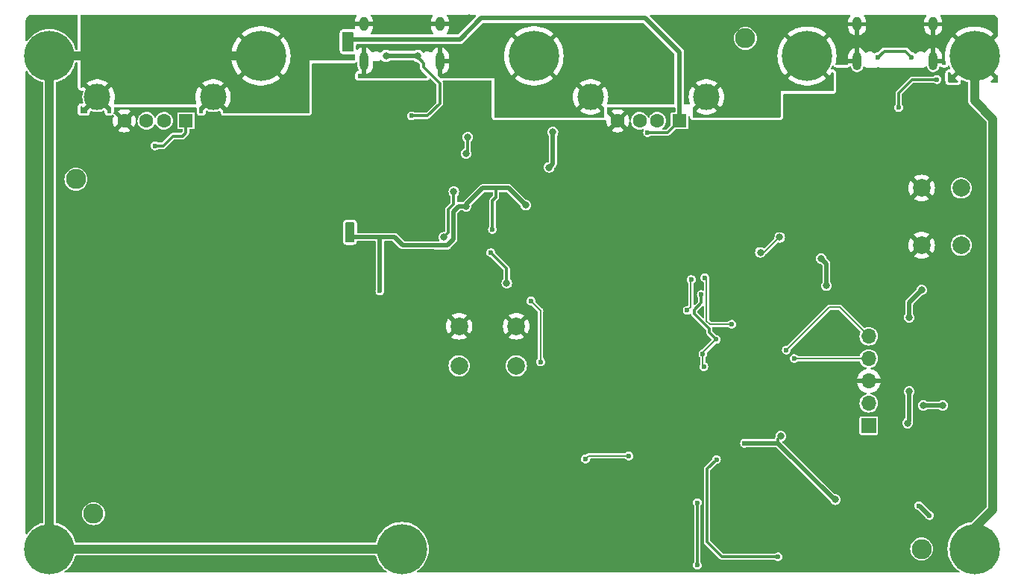
<source format=gbr>
%TF.GenerationSoftware,KiCad,Pcbnew,7.0.10*%
%TF.CreationDate,2024-01-24T01:05:34-05:00*%
%TF.ProjectId,Thinkpad-USB-keyboard-PCB,5468696e-6b70-4616-942d-5553422d6b65,rev?*%
%TF.SameCoordinates,Original*%
%TF.FileFunction,Copper,L2,Bot*%
%TF.FilePolarity,Positive*%
%FSLAX46Y46*%
G04 Gerber Fmt 4.6, Leading zero omitted, Abs format (unit mm)*
G04 Created by KiCad (PCBNEW 7.0.10) date 2024-01-24 01:05:34*
%MOMM*%
%LPD*%
G01*
G04 APERTURE LIST*
%TA.AperFunction,ComponentPad*%
%ADD10C,5.700000*%
%TD*%
%TA.AperFunction,ComponentPad*%
%ADD11R,1.600000X1.500000*%
%TD*%
%TA.AperFunction,ComponentPad*%
%ADD12C,1.600000*%
%TD*%
%TA.AperFunction,ComponentPad*%
%ADD13C,3.000000*%
%TD*%
%TA.AperFunction,ComponentPad*%
%ADD14O,1.000000X2.100000*%
%TD*%
%TA.AperFunction,ComponentPad*%
%ADD15O,1.000000X1.600000*%
%TD*%
%TA.AperFunction,WasherPad*%
%ADD16C,2.286000*%
%TD*%
%TA.AperFunction,ComponentPad*%
%ADD17R,1.700000X1.700000*%
%TD*%
%TA.AperFunction,ComponentPad*%
%ADD18O,1.700000X1.700000*%
%TD*%
%TA.AperFunction,ComponentPad*%
%ADD19C,2.000000*%
%TD*%
%TA.AperFunction,ViaPad*%
%ADD20C,0.800000*%
%TD*%
%TA.AperFunction,ViaPad*%
%ADD21C,0.600000*%
%TD*%
%TA.AperFunction,Conductor*%
%ADD22C,0.200000*%
%TD*%
%TA.AperFunction,Conductor*%
%ADD23C,0.300000*%
%TD*%
%TA.AperFunction,Conductor*%
%ADD24C,0.500000*%
%TD*%
%TA.AperFunction,Conductor*%
%ADD25C,1.000000*%
%TD*%
G04 APERTURE END LIST*
D10*
%TO.P,H8,1,1*%
%TO.N,GNDPWR*%
X0Y-58000000D03*
%TD*%
D11*
%TO.P,J2,1,VBUS*%
%TO.N,+5V*%
X-24500000Y-9360000D03*
D12*
%TO.P,J2,2,D-*%
%TO.N,D1-*%
X-27000000Y-9360000D03*
%TO.P,J2,3,D+*%
%TO.N,D1+*%
X-29000000Y-9360000D03*
%TO.P,J2,4,GND*%
%TO.N,GND*%
X-31500000Y-9360000D03*
D13*
%TO.P,J2,5,Shield*%
%TO.N,GNDPWR*%
X-21430000Y-6650000D03*
X-34570000Y-6650000D03*
%TD*%
D10*
%TO.P,H7,1,1*%
%TO.N,GNDPWR*%
X65000000Y-58000000D03*
%TD*%
D14*
%TO.P,J7,S1,SHIELD*%
%TO.N,GNDPWR*%
X60320000Y-2570000D03*
D15*
X60320000Y1610000D03*
D14*
X51680000Y-2570000D03*
D15*
X51680000Y1610000D03*
%TD*%
D16*
%TO.P,H12,*%
%TO.N,*%
X-35000000Y-54000000D03*
%TD*%
D10*
%TO.P,H6,1,1*%
%TO.N,GNDPWR*%
X-40000000Y-58000000D03*
%TD*%
%TO.P,H3,1,1*%
%TO.N,GNDPWR*%
X15000000Y-2000000D03*
%TD*%
%TO.P,H4,1,1*%
%TO.N,GNDPWR*%
X46000000Y-2000000D03*
%TD*%
D16*
%TO.P,H10,*%
%TO.N,*%
X59000000Y-58000000D03*
%TD*%
D11*
%TO.P,J3,1,VBUS*%
%TO.N,+5V*%
X31500000Y-9360000D03*
D12*
%TO.P,J3,2,D-*%
%TO.N,D4-*%
X29000000Y-9360000D03*
%TO.P,J3,3,D+*%
%TO.N,D4+*%
X27000000Y-9360000D03*
%TO.P,J3,4,GND*%
%TO.N,GND*%
X24500000Y-9360000D03*
D13*
%TO.P,J3,5,Shield*%
%TO.N,GNDPWR*%
X34570000Y-6650000D03*
X21430000Y-6650000D03*
%TD*%
D10*
%TO.P,H5,1,1*%
%TO.N,GNDPWR*%
X65000000Y-2000000D03*
%TD*%
%TO.P,H1,1,1*%
%TO.N,GNDPWR*%
X-40000000Y-2000000D03*
%TD*%
D14*
%TO.P,J1,S1,SHIELD*%
%TO.N,GNDPWR*%
X4320000Y-2570000D03*
D15*
X4320000Y1610000D03*
D14*
X-4320000Y-2570000D03*
D15*
X-4320000Y1610000D03*
%TD*%
D17*
%TO.P,J4,1,Pin_1*%
%TO.N,RESET*%
X53000000Y-44000000D03*
D18*
%TO.P,J4,2,Pin_2*%
%TO.N,+3V3*%
X53000000Y-41460000D03*
%TO.P,J4,3,Pin_3*%
%TO.N,GND*%
X53000000Y-38920000D03*
%TO.P,J4,4,Pin_4*%
%TO.N,SWD*%
X53000000Y-36380000D03*
%TO.P,J4,5,Pin_5*%
%TO.N,SWCLK*%
X53000000Y-33840000D03*
%TD*%
D16*
%TO.P,H9,*%
%TO.N,*%
X39000000Y0D03*
%TD*%
D10*
%TO.P,H2,1,1*%
%TO.N,GNDPWR*%
X-16000000Y-2000000D03*
%TD*%
D16*
%TO.P,H11,*%
%TO.N,*%
X-37000000Y-16000000D03*
%TD*%
D19*
%TO.P,SW3,1,1*%
%TO.N,GND*%
X13000000Y-32700000D03*
X6500000Y-32700000D03*
%TO.P,SW3,2,2*%
%TO.N,/~{USB_BOOT}*%
X13000000Y-37200000D03*
X6500000Y-37200000D03*
%TD*%
%TO.P,SW1,1,1*%
%TO.N,GND*%
X59000000Y-17000000D03*
X59000000Y-23500000D03*
%TO.P,SW1,2,2*%
%TO.N,RESET*%
X63500000Y-17000000D03*
X63500000Y-23500000D03*
%TD*%
D20*
%TO.N,GND*%
X-24500000Y-18100000D03*
X34210000Y-41030000D03*
D21*
X11440000Y-17780000D03*
D20*
X59500000Y-29600000D03*
X19700000Y-32100000D03*
X65900000Y-9600000D03*
D21*
X47300000Y-27300000D03*
X30100000Y-8500000D03*
X59200000Y-54800000D03*
D20*
X22110000Y-25710000D03*
D21*
X49100000Y-25900000D03*
D20*
X43200000Y-23800000D03*
X10250000Y-16000000D03*
X49400000Y-16000000D03*
X62280000Y-50530000D03*
D21*
X34000000Y-31000000D03*
X31440000Y-23940000D03*
X32440000Y-32420000D03*
X50620000Y-35660000D03*
X48870000Y-31370000D03*
X9810000Y-17770000D03*
X11900000Y-20900000D03*
X13970000Y-29030000D03*
X58100000Y-53700000D03*
X42800000Y-47200000D03*
X41570000Y-58170000D03*
D20*
X24020000Y-38410000D03*
D21*
X41700000Y-46900000D03*
D20*
X61250000Y-3800000D03*
D21*
X35030000Y-59520000D03*
D20*
X-24900000Y-11950000D03*
X49550000Y-19450000D03*
X-41437500Y-16790000D03*
X9720000Y-5250000D03*
D21*
X-27900000Y-14700000D03*
X21570000Y-46760000D03*
D20*
X5250000Y-6910000D03*
D21*
X44000000Y-46000000D03*
D20*
X57000000Y-29400000D03*
D21*
X-3400000Y-24000000D03*
D20*
X21500000Y-37000000D03*
X29570000Y-58100000D03*
X16630000Y-33200000D03*
D21*
X47900000Y-49900000D03*
D20*
X38900000Y-19500000D03*
D21*
X22500000Y-51610000D03*
D20*
X3000000Y-12000000D03*
D21*
X50640000Y-37100000D03*
X40110000Y-59690000D03*
X19920000Y-29954843D03*
D20*
X49700000Y-5100000D03*
X-27900000Y-17200000D03*
D21*
X39300000Y-46800000D03*
X47300000Y-26000000D03*
X47600000Y-52100000D03*
D20*
X-31000000Y-17500000D03*
D21*
X59700000Y-42600000D03*
D20*
X15750000Y-13750000D03*
X-2920000Y-12510000D03*
X-10160000Y-20760000D03*
D21*
X35400000Y-31700000D03*
X25130000Y-33644843D03*
D20*
X17030000Y-36920000D03*
X46350000Y-11000000D03*
X-900000Y-14700000D03*
X55500000Y-23900000D03*
X32700000Y-43950000D03*
X48000000Y-6700000D03*
D21*
X46600000Y-51200000D03*
D20*
X32200000Y-13450000D03*
X-19000000Y-25000000D03*
X16375000Y-15975000D03*
D21*
X15910000Y-29920000D03*
D20*
X-14100000Y-18050000D03*
D21*
X21540000Y-48280000D03*
X39300000Y-47600000D03*
D20*
X41900000Y-25100000D03*
X56350000Y-10500000D03*
D21*
X61100000Y-42600000D03*
D20*
X31050000Y-45750000D03*
X9100000Y-16000000D03*
X14150000Y-27640000D03*
X13325000Y-11475000D03*
X-4800000Y-7100000D03*
X35763686Y-49678427D03*
X-22750000Y-10000000D03*
D21*
X-25900000Y-10300000D03*
X-1600000Y-27400000D03*
X36190000Y-57660000D03*
X47740000Y-30250000D03*
X100000Y-8800000D03*
X48800000Y-50900000D03*
X37100000Y-31700000D03*
D20*
X-14790000Y-14960000D03*
X42721573Y-35093270D03*
D21*
X-1600000Y-24000000D03*
X34770000Y-21240000D03*
X44810000Y-37150000D03*
X10020000Y-25450000D03*
X-3400000Y-27400000D03*
D20*
X51950000Y-4450000D03*
D21*
X56800000Y-40600000D03*
D20*
X3000000Y-20350000D03*
X24130000Y-16730000D03*
X-14110000Y-10590000D03*
D21*
X30000000Y-11400000D03*
X59700000Y-40700000D03*
D20*
X58600000Y-40600000D03*
X45400000Y-9250000D03*
X3250000Y-7200000D03*
X58500000Y-42600000D03*
D21*
X33150000Y-50244843D03*
X61100000Y-40700000D03*
D20*
X-3250000Y-17150000D03*
D21*
X27330000Y-32270000D03*
X28130000Y-27170000D03*
D20*
X-23050000Y-14970000D03*
D21*
X39960000Y-32810000D03*
X29990000Y-38280000D03*
D20*
X17200000Y-17650000D03*
D21*
X40400000Y-43800000D03*
X38500000Y-45200000D03*
D20*
X43800000Y-16100000D03*
X58100000Y-28200000D03*
D21*
X11890000Y-25070000D03*
X27900000Y-15000000D03*
D20*
X55250000Y-12000000D03*
X53000000Y-12000000D03*
X60900000Y-54450000D03*
X57200000Y-13300000D03*
X27540000Y-19390000D03*
X39100000Y-42300000D03*
X50400000Y-7000000D03*
X-1700000Y-7200000D03*
D21*
X34120000Y-60400000D03*
X37951528Y-37075546D03*
D20*
X11175000Y-15200000D03*
X11860000Y-29020000D03*
D21*
X40870000Y-29814843D03*
X44850000Y-35450000D03*
D20*
X58600000Y-30900000D03*
X54900000Y-5670000D03*
D21*
X35520000Y-46950000D03*
X26690000Y-47090000D03*
D20*
X60270000Y-50210000D03*
X31850000Y-22400000D03*
X60890000Y-7320000D03*
D21*
X33860000Y-49120000D03*
X24620000Y-56100000D03*
X35600000Y-33100000D03*
X33320000Y-16270000D03*
X25760000Y-48280000D03*
D20*
X10590000Y-27680000D03*
D21*
X59900000Y-4050000D03*
X10970000Y-23410000D03*
X34180000Y-34060000D03*
X31100000Y-32000000D03*
X36830000Y-36850000D03*
D20*
X37200000Y-25750000D03*
D21*
X49000000Y-27300000D03*
D20*
X-7500000Y-3250000D03*
X-9700000Y-8300000D03*
X62260000Y-5930000D03*
D21*
%TO.N,+3V3*%
X35700000Y-34200000D03*
X-2500000Y-28700000D03*
D20*
X47600000Y-25000000D03*
X17150000Y-10650000D03*
X61400000Y-41700000D03*
X14040000Y-18950000D03*
D21*
X34280000Y-37294843D03*
X10300000Y-21700000D03*
X14665000Y-29835000D03*
D20*
X7320000Y-19060000D03*
D21*
X34000000Y-29100000D03*
D20*
X16725000Y-14650000D03*
X-5900000Y-21550000D03*
D21*
X34180000Y-35834843D03*
X15760000Y-36750000D03*
D20*
X-5900000Y-22575000D03*
X59200000Y-41700000D03*
X48200000Y-28100000D03*
D21*
%TO.N,VBUS*%
X1100000Y-8800000D03*
D20*
X1800000Y-2000000D03*
X-1800000Y-2000000D03*
%TO.N,GNDPWR*%
X54000000Y-1000000D03*
X9300000Y1100000D03*
X-2510000Y-1080000D03*
X-1300000Y900000D03*
X29100000Y2200000D03*
X6000000Y-3000000D03*
X7600000Y2300000D03*
X1300000Y900000D03*
X-7500000Y-250000D03*
X27700000Y700000D03*
X58000000Y-1000000D03*
D21*
X-100000Y-1000000D03*
D20*
X2550000Y-1080000D03*
X10000000Y-3000000D03*
D21*
%TO.N,D2+*%
X10100000Y-24340000D03*
D20*
X11910000Y-27820000D03*
%TO.N,Net-(U3-RBIAS)*%
X5900000Y-17425000D03*
X4750000Y-22600000D03*
%TO.N,Net-(U3-SUSP_IND{slash}LOCAL_PWR{slash}NON_REM0)*%
X7475000Y-11225000D03*
X7275000Y-13075000D03*
D21*
%TO.N,SWD*%
X44550000Y-36370000D03*
%TO.N,SWCLK*%
X43660000Y-35400000D03*
%TO.N,+5V*%
X38900000Y-46000000D03*
X56400000Y-7840000D03*
X-28000000Y-12200000D03*
D20*
X43000000Y-45200000D03*
X49200000Y-52400000D03*
X-6150000Y-900000D03*
D21*
X57860000Y-2140000D03*
X54070000Y-2170000D03*
D20*
X-6150000Y250000D03*
D21*
X27900000Y-10700000D03*
X59900000Y-54200000D03*
X60740000Y-4670000D03*
X58700000Y-53100000D03*
%TO.N,LED-CAPS-LOCK*%
X33540000Y-52750000D03*
X33540000Y-59840000D03*
%TO.N,+1V1*%
X32855422Y-27390980D03*
X32400000Y-30900000D03*
%TO.N,RESET*%
X37470000Y-32474843D03*
D20*
X42900000Y-22600000D03*
X59000000Y-28600000D03*
X40700000Y-24300000D03*
X57600000Y-40100000D03*
X57400000Y-43700000D03*
X57600000Y-31700000D03*
D21*
X34400000Y-27200000D03*
%TO.N,TP4-RESET-5V*%
X35710000Y-47840000D03*
X42710000Y-58890000D03*
%TO.N,Net-(U2-GPIO9)*%
X20850000Y-47780000D03*
X25790000Y-47450000D03*
%TD*%
D22*
%TO.N,+3V3*%
X34180000Y-37194843D02*
X34280000Y-37294843D01*
D23*
X33200000Y-31300000D02*
X34900000Y-33000000D01*
D24*
X48200000Y-25600000D02*
X47600000Y-25000000D01*
D23*
X10300000Y-18440000D02*
X10680000Y-18060000D01*
D24*
X7320000Y-18880000D02*
X9200000Y-17000000D01*
D23*
X10680000Y-18060000D02*
X10680000Y-17000000D01*
D24*
X7320000Y-19060000D02*
X7320000Y-18880000D01*
D22*
X34180000Y-35720000D02*
X34180000Y-35834843D01*
D24*
X-5900000Y-22575000D02*
X-2600000Y-22575000D01*
D23*
X34900000Y-33000000D02*
X34900000Y-33400000D01*
D24*
X5850000Y-22850000D02*
X5175000Y-23525000D01*
X10680000Y-17000000D02*
X12100000Y-17000000D01*
X48200000Y-28100000D02*
X48200000Y-25600000D01*
X7320000Y-19060000D02*
X6440000Y-19060000D01*
D22*
X35700000Y-34200000D02*
X34180000Y-35720000D01*
D23*
X34000000Y-30038077D02*
X33200000Y-30838077D01*
X7320000Y-19060000D02*
X7340000Y-19060000D01*
D24*
X5850000Y-19650000D02*
X5850000Y-22850000D01*
D23*
X10300000Y-21700000D02*
X10300000Y-18440000D01*
D24*
X12100000Y-17000000D02*
X12100000Y-17010000D01*
X3750000Y-23500000D02*
X100000Y-23500000D01*
X-2500000Y-22675000D02*
X-2600000Y-22575000D01*
D22*
X15760000Y-30930000D02*
X14665000Y-29835000D01*
D24*
X17150000Y-10650000D02*
X17150000Y-14225000D01*
X17150000Y-14225000D02*
X16725000Y-14650000D01*
X3775000Y-23525000D02*
X3750000Y-23500000D01*
D22*
X34180000Y-35834843D02*
X34180000Y-37194843D01*
D24*
X5175000Y-23525000D02*
X3775000Y-23525000D01*
X10300000Y-17000000D02*
X10680000Y-17000000D01*
X12100000Y-17010000D02*
X14040000Y-18950000D01*
X-2500000Y-28700000D02*
X-2500000Y-22675000D01*
X61400000Y-41700000D02*
X59200000Y-41700000D01*
D23*
X34900000Y-33400000D02*
X35700000Y-34200000D01*
D24*
X6440000Y-19060000D02*
X5850000Y-19650000D01*
X9200000Y-17000000D02*
X10300000Y-17000000D01*
X-2600000Y-22575000D02*
X-825000Y-22575000D01*
D22*
X15760000Y-36750000D02*
X15760000Y-30930000D01*
D23*
X33200000Y-30838077D02*
X33200000Y-31300000D01*
D24*
X-825000Y-22575000D02*
X100000Y-23500000D01*
D23*
X34000000Y-29100000D02*
X34000000Y-30038077D01*
%TO.N,VBUS*%
X2500000Y-3300000D02*
X2500000Y-2800000D01*
X4300000Y-5100000D02*
X2500000Y-3300000D01*
X2500000Y-2800000D02*
X1800000Y-2100000D01*
X4300000Y-7400000D02*
X4300000Y-5100000D01*
X2900000Y-8800000D02*
X4300000Y-7400000D01*
D24*
X-1800000Y-1950000D02*
X1750000Y-1950000D01*
D23*
X1800000Y-2100000D02*
X1800000Y-2000000D01*
X1100000Y-8800000D02*
X2900000Y-8800000D01*
D24*
X1750000Y-1950000D02*
X1800000Y-1900000D01*
D25*
%TO.N,GNDPWR*%
X65000000Y-55600000D02*
X67090000Y-53510000D01*
X-40000000Y-58000000D02*
X0Y-58000000D01*
X65000000Y-7110000D02*
X65000000Y-2000000D01*
X-40000000Y-2000000D02*
X-40000000Y-58000000D01*
X65000000Y-58000000D02*
X65000000Y-55600000D01*
X67090000Y-9200000D02*
X65000000Y-7110000D01*
X-40000000Y-2000000D02*
X-16000000Y-2000000D01*
X67090000Y-53510000D02*
X67090000Y-9200000D01*
D23*
%TO.N,D2+*%
X11910000Y-26150000D02*
X11910000Y-27820000D01*
X10100000Y-24340000D02*
X11910000Y-26150000D01*
%TO.N,Net-(U3-RBIAS)*%
X5900000Y-18800000D02*
X5450000Y-19250000D01*
X5450000Y-19250000D02*
X5275000Y-19425000D01*
X5275000Y-19425000D02*
X5275000Y-21850000D01*
X5275000Y-21850000D02*
X5275000Y-22075000D01*
X5275000Y-22075000D02*
X4750000Y-22600000D01*
X5900000Y-17425000D02*
X5900000Y-18800000D01*
%TO.N,Net-(U3-SUSP_IND{slash}LOCAL_PWR{slash}NON_REM0)*%
X7275000Y-13075000D02*
X7475000Y-12875000D01*
X7475000Y-12875000D02*
X7475000Y-11225000D01*
D22*
%TO.N,SWD*%
X45150000Y-36370000D02*
X45160000Y-36380000D01*
X45160000Y-36380000D02*
X53000000Y-36380000D01*
X44550000Y-36370000D02*
X45150000Y-36370000D01*
%TO.N,SWCLK*%
X48510000Y-30550000D02*
X49710000Y-30550000D01*
X43660000Y-35400000D02*
X48510000Y-30550000D01*
X49710000Y-30550000D02*
X53000000Y-33840000D01*
D23*
%TO.N,+5V*%
X56400000Y-6220000D02*
X57950000Y-4670000D01*
D24*
X-5800000Y-100000D02*
X-6150000Y250000D01*
D23*
X-24500000Y-10700000D02*
X-24500000Y-9360000D01*
X59200000Y-4680000D02*
X59210000Y-4670000D01*
D24*
X58700000Y-53100000D02*
X58800000Y-53100000D01*
D23*
X54770000Y-1470000D02*
X57190000Y-1470000D01*
X27900000Y-10700000D02*
X30160000Y-10700000D01*
D24*
X31500000Y-9360000D02*
X31500000Y-1600000D01*
D23*
X59190000Y-4670000D02*
X59200000Y-4680000D01*
D24*
X9000000Y2300000D02*
X6600000Y-100000D01*
X27600000Y2300000D02*
X9000000Y2300000D01*
X6600000Y-100000D02*
X-5800000Y-100000D01*
X42700000Y-46000000D02*
X49100000Y-52400000D01*
D23*
X-26000000Y-11100000D02*
X-24900000Y-11100000D01*
X-24900000Y-11100000D02*
X-24500000Y-10700000D01*
X57950000Y-4670000D02*
X59190000Y-4670000D01*
D24*
X49100000Y-52400000D02*
X49200000Y-52400000D01*
D23*
X57190000Y-1470000D02*
X57860000Y-2140000D01*
X54070000Y-2170000D02*
X54770000Y-1470000D01*
X42700000Y-45500000D02*
X43000000Y-45200000D01*
D24*
X58800000Y-53100000D02*
X59900000Y-54200000D01*
D23*
X42700000Y-46000000D02*
X42700000Y-45500000D01*
X-28000000Y-12200000D02*
X-27100000Y-12200000D01*
X56400000Y-7840000D02*
X56400000Y-6220000D01*
X30160000Y-10700000D02*
X31500000Y-9360000D01*
X-27100000Y-12200000D02*
X-26000000Y-11100000D01*
D24*
X38900000Y-46000000D02*
X42700000Y-46000000D01*
D23*
X59210000Y-4670000D02*
X60740000Y-4670000D01*
D24*
X31500000Y-1600000D02*
X27600000Y2300000D01*
D23*
%TO.N,LED-CAPS-LOCK*%
X33540000Y-52750000D02*
X33540000Y-59840000D01*
D22*
%TO.N,+1V1*%
X32800000Y-30500000D02*
X32400000Y-30900000D01*
X32855422Y-27390980D02*
X32800000Y-27446402D01*
X32800000Y-27446402D02*
X32800000Y-30500000D01*
%TO.N,RESET*%
X34974843Y-32474843D02*
X37470000Y-32474843D01*
X34600000Y-32100000D02*
X34974843Y-32474843D01*
X42800000Y-22600000D02*
X42900000Y-22600000D01*
D24*
X57600000Y-40100000D02*
X57600000Y-43500000D01*
X57600000Y-43500000D02*
X57400000Y-43700000D01*
X57600000Y-30000000D02*
X57600000Y-31700000D01*
D22*
X41000000Y-24300000D02*
X41100000Y-24300000D01*
X41100000Y-24300000D02*
X42600000Y-22800000D01*
X42600000Y-22800000D02*
X42800000Y-22600000D01*
X34400000Y-27200000D02*
X34600000Y-27400000D01*
D24*
X59000000Y-28600000D02*
X57600000Y-30000000D01*
D22*
X34600000Y-27400000D02*
X34600000Y-32100000D01*
X41000000Y-24300000D02*
X40700000Y-24300000D01*
D23*
%TO.N,TP4-RESET-5V*%
X34650000Y-48900000D02*
X34650000Y-50570000D01*
X35990000Y-58540000D02*
X36340000Y-58890000D01*
X34650000Y-50570000D02*
X34650000Y-57200000D01*
X34650000Y-57200000D02*
X35990000Y-58540000D01*
X41780000Y-58890000D02*
X42710000Y-58890000D01*
X36340000Y-58890000D02*
X41780000Y-58890000D01*
X35710000Y-47840000D02*
X34650000Y-48900000D01*
D22*
%TO.N,Net-(U2-GPIO9)*%
X21180000Y-47450000D02*
X20850000Y-47780000D01*
X25790000Y-47450000D02*
X21180000Y-47450000D01*
%TD*%
%TA.AperFunction,Conductor*%
%TO.N,+5V*%
G36*
X-5557879Y729998D02*
G01*
X-5511386Y676342D01*
X-5500000Y624000D01*
X-5500000Y-1374000D01*
X-5520002Y-1442121D01*
X-5573658Y-1488614D01*
X-5626000Y-1500000D01*
X-6624000Y-1500000D01*
X-6692121Y-1479998D01*
X-6738614Y-1426342D01*
X-6750000Y-1374000D01*
X-6750000Y624000D01*
X-6729998Y692121D01*
X-6676342Y738614D01*
X-6624000Y750000D01*
X-5626000Y750000D01*
X-5557879Y729998D01*
G37*
%TD.AperFunction*%
%TD*%
%TA.AperFunction,Conductor*%
%TO.N,+3V3*%
G36*
X-5457879Y-20920002D02*
G01*
X-5411386Y-20973658D01*
X-5400000Y-21026000D01*
X-5400000Y-23024000D01*
X-5420002Y-23092121D01*
X-5473658Y-23138614D01*
X-5526000Y-23150000D01*
X-6274000Y-23150000D01*
X-6342121Y-23129998D01*
X-6388614Y-23076342D01*
X-6400000Y-23024000D01*
X-6400000Y-21026000D01*
X-6379998Y-20957879D01*
X-6326342Y-20911386D01*
X-6274000Y-20900000D01*
X-5526000Y-20900000D01*
X-5457879Y-20920002D01*
G37*
%TD.AperFunction*%
%TD*%
%TA.AperFunction,Conductor*%
%TO.N,GND*%
G36*
X-2989075Y-58719407D02*
G01*
X-2953111Y-58768907D01*
X-2952139Y-58772079D01*
X-2883853Y-59009104D01*
X-2752736Y-59325648D01*
X-2587002Y-59625521D01*
X-2388735Y-59904953D01*
X-2160428Y-60160428D01*
X-1904953Y-60388735D01*
X-1747003Y-60500806D01*
X-1720291Y-60519759D01*
X-1683774Y-60568853D01*
X-1683087Y-60630034D01*
X-1718493Y-60679935D01*
X-1776468Y-60699494D01*
X-1777579Y-60699500D01*
X-38222421Y-60699500D01*
X-38280612Y-60680593D01*
X-38316576Y-60631093D01*
X-38316576Y-60569907D01*
X-38280612Y-60520407D01*
X-38279709Y-60519759D01*
X-38252997Y-60500806D01*
X-38095047Y-60388735D01*
X-37908631Y-60222143D01*
X-37839578Y-60160434D01*
X-37839565Y-60160421D01*
X-37766280Y-60078415D01*
X-37611265Y-59904953D01*
X-37412998Y-59625521D01*
X-37380448Y-59566627D01*
X-37247265Y-59325652D01*
X-37116147Y-59009105D01*
X-37047865Y-58772093D01*
X-37013587Y-58721411D01*
X-36956066Y-58700556D01*
X-36952734Y-58700500D01*
X-3047266Y-58700500D01*
X-2989075Y-58719407D01*
G37*
%TD.AperFunction*%
%TA.AperFunction,Conductor*%
G36*
X-5068379Y-2694572D02*
G01*
X-5028310Y-2740812D01*
X-5020500Y-2779352D01*
X-5020500Y-3162372D01*
X-5005140Y-3288872D01*
X-4944818Y-3447930D01*
X-4897024Y-3517169D01*
X-4879500Y-3573407D01*
X-4879500Y-3593934D01*
X-4898407Y-3652125D01*
X-4947907Y-3688089D01*
X-4964409Y-3691926D01*
X-4969814Y-3692703D01*
X-4969815Y-3692703D01*
X-4969820Y-3692704D01*
X-4991906Y-3698193D01*
X-5029487Y-3707532D01*
X-5051302Y-3720291D01*
X-5126401Y-3764212D01*
X-5126404Y-3764215D01*
X-5126406Y-3764216D01*
X-5180056Y-3810704D01*
X-5180057Y-3810705D01*
X-5222238Y-3855441D01*
X-5273123Y-3955518D01*
X-5293125Y-4023639D01*
X-5293125Y-4023641D01*
X-5305500Y-4109703D01*
X-5305500Y-4109708D01*
X-5305500Y-4374000D01*
X-5298519Y-4438937D01*
X-5287133Y-4491279D01*
X-5276175Y-4529488D01*
X-5219496Y-4626401D01*
X-5173003Y-4680057D01*
X-5128267Y-4722238D01*
X-5028190Y-4773123D01*
X-4960069Y-4793125D01*
X-4923182Y-4798428D01*
X-4874004Y-4805500D01*
X-4874000Y-4805500D01*
X2758711Y-4805500D01*
X2759537Y-4805485D01*
X2769609Y-4805305D01*
X2778598Y-4804984D01*
X2874458Y-4785917D01*
X2940978Y-4761106D01*
X2996129Y-4733932D01*
X3078780Y-4657948D01*
X3121327Y-4601112D01*
X3125204Y-4594669D01*
X3171410Y-4554561D01*
X3232366Y-4549271D01*
X3280032Y-4575714D01*
X3920504Y-5216186D01*
X3948281Y-5270703D01*
X3949500Y-5286190D01*
X3949500Y-7213810D01*
X3930593Y-7272001D01*
X3920504Y-7283814D01*
X2783814Y-8420504D01*
X2729297Y-8448281D01*
X2713810Y-8449500D01*
X1503759Y-8449500D01*
X1445568Y-8430593D01*
X1436596Y-8422359D01*
X1436480Y-8422494D01*
X1431128Y-8417856D01*
X1310057Y-8340049D01*
X1310054Y-8340047D01*
X1310053Y-8340047D01*
X1310050Y-8340046D01*
X1171964Y-8299500D01*
X1171961Y-8299500D01*
X1028039Y-8299500D01*
X1028035Y-8299500D01*
X889949Y-8340046D01*
X889942Y-8340049D01*
X768873Y-8417855D01*
X674622Y-8526628D01*
X614834Y-8657543D01*
X594353Y-8799997D01*
X594353Y-8800002D01*
X614834Y-8942456D01*
X654581Y-9029488D01*
X674623Y-9073373D01*
X768872Y-9182143D01*
X768873Y-9182144D01*
X889942Y-9259950D01*
X889947Y-9259953D01*
X982501Y-9287129D01*
X1028035Y-9300499D01*
X1028036Y-9300499D01*
X1028039Y-9300500D01*
X1028041Y-9300500D01*
X1171959Y-9300500D01*
X1171961Y-9300500D01*
X1310053Y-9259953D01*
X1431128Y-9182143D01*
X1436480Y-9177506D01*
X1437968Y-9179223D01*
X1481341Y-9153072D01*
X1503759Y-9150500D01*
X2853381Y-9150500D01*
X2873696Y-9152607D01*
X2875606Y-9153007D01*
X2885315Y-9155043D01*
X2915662Y-9151259D01*
X2927907Y-9150500D01*
X2929043Y-9150500D01*
X2948521Y-9147249D01*
X2952552Y-9146661D01*
X3001393Y-9140573D01*
X3001396Y-9140571D01*
X3008429Y-9138477D01*
X3015375Y-9136092D01*
X3015381Y-9136092D01*
X3058655Y-9112671D01*
X3062279Y-9110807D01*
X3106482Y-9089199D01*
X3106482Y-9089198D01*
X3106484Y-9089198D01*
X3106485Y-9089196D01*
X3112470Y-9084923D01*
X3118255Y-9080420D01*
X3118255Y-9080419D01*
X3118258Y-9080418D01*
X3151579Y-9044220D01*
X3154364Y-9041316D01*
X4514884Y-7680796D01*
X4530734Y-7667926D01*
X4540669Y-7661437D01*
X4559451Y-7637303D01*
X4567577Y-7628104D01*
X4568375Y-7627307D01*
X4579886Y-7611182D01*
X4582288Y-7607962D01*
X4612517Y-7569126D01*
X4612517Y-7569123D01*
X4616023Y-7562645D01*
X4619237Y-7556071D01*
X4619237Y-7556069D01*
X4619240Y-7556066D01*
X4633287Y-7508881D01*
X4634512Y-7505054D01*
X4650500Y-7458488D01*
X4650500Y-7458483D01*
X4651707Y-7451254D01*
X4652617Y-7443954D01*
X4650585Y-7394823D01*
X4650500Y-7390732D01*
X4650500Y-5146613D01*
X4652607Y-5126297D01*
X4655042Y-5114685D01*
X4651260Y-5084342D01*
X4650500Y-5072098D01*
X4650500Y-5070959D01*
X4649414Y-5064452D01*
X4647243Y-5051447D01*
X4646658Y-5047429D01*
X4645114Y-5035042D01*
X4640573Y-4998607D01*
X4640571Y-4998604D01*
X4638477Y-4991569D01*
X4636092Y-4984620D01*
X4636092Y-4984619D01*
X4618232Y-4951618D01*
X4607165Y-4891445D01*
X4633580Y-4836256D01*
X4687391Y-4807133D01*
X4705300Y-4805500D01*
X10095500Y-4805500D01*
X10153691Y-4824407D01*
X10189655Y-4873907D01*
X10194500Y-4904500D01*
X10194500Y-8873996D01*
X10194499Y-8873996D01*
X10198470Y-8910930D01*
X10201481Y-8938937D01*
X10209384Y-8975269D01*
X10212870Y-8991291D01*
X10223823Y-9029484D01*
X10223824Y-9029486D01*
X10223825Y-9029488D01*
X10256246Y-9084923D01*
X10280506Y-9126404D01*
X10326274Y-9179223D01*
X10326997Y-9180057D01*
X10371733Y-9222238D01*
X10471810Y-9273123D01*
X10539931Y-9293125D01*
X10568620Y-9297250D01*
X10625996Y-9305500D01*
X10626000Y-9305500D01*
X22873996Y-9305500D01*
X22874000Y-9305500D01*
X22938937Y-9298519D01*
X22991279Y-9287133D01*
X23029488Y-9276175D01*
X23038024Y-9271182D01*
X23097797Y-9258125D01*
X23153832Y-9282696D01*
X23184723Y-9335510D01*
X23187004Y-9356639D01*
X23187004Y-9360003D01*
X23206949Y-9587991D01*
X23266187Y-9809069D01*
X23362910Y-10016495D01*
X23412899Y-10087888D01*
X24035779Y-9465007D01*
X24063481Y-9559351D01*
X24137327Y-9674258D01*
X24240555Y-9763705D01*
X24364801Y-9820446D01*
X24394493Y-9824715D01*
X23772110Y-10447099D01*
X23843503Y-10497088D01*
X24050930Y-10593812D01*
X24272008Y-10653050D01*
X24499997Y-10672996D01*
X24500003Y-10672996D01*
X24727991Y-10653050D01*
X24949069Y-10593812D01*
X25156498Y-10497087D01*
X25156499Y-10497087D01*
X25227888Y-10447099D01*
X24605504Y-9824715D01*
X24635199Y-9820446D01*
X24759445Y-9763705D01*
X24862673Y-9674258D01*
X24936519Y-9559351D01*
X24964219Y-9465008D01*
X25587099Y-10087888D01*
X25637087Y-10016499D01*
X25637087Y-10016498D01*
X25733812Y-9809069D01*
X25793050Y-9587991D01*
X25805662Y-9443826D01*
X25829568Y-9387505D01*
X25876337Y-9359402D01*
X25864611Y-9358248D01*
X25818874Y-9317605D01*
X25805662Y-9276173D01*
X25793050Y-9132008D01*
X25733812Y-8910930D01*
X25637088Y-8703503D01*
X25587099Y-8632110D01*
X24964219Y-9254989D01*
X24936519Y-9160649D01*
X24862673Y-9045742D01*
X24759445Y-8956295D01*
X24635199Y-8899554D01*
X24605502Y-8895284D01*
X25227888Y-8272899D01*
X25156495Y-8222910D01*
X24949069Y-8126187D01*
X24727991Y-8066949D01*
X24500003Y-8047004D01*
X24499997Y-8047004D01*
X24272008Y-8066949D01*
X24050925Y-8126188D01*
X23843510Y-8222907D01*
X23843493Y-8222917D01*
X23772110Y-8272899D01*
X24394495Y-8895284D01*
X24364801Y-8899554D01*
X24240555Y-8956295D01*
X24137327Y-9045742D01*
X24063481Y-9160649D01*
X24035780Y-9254991D01*
X23412803Y-8632014D01*
X23353510Y-8618325D01*
X23313370Y-8572147D01*
X23305500Y-8533466D01*
X23305500Y-7900779D01*
X23324407Y-7842588D01*
X23373907Y-7806624D01*
X23418589Y-7802787D01*
X23437456Y-7805500D01*
X23437457Y-7805500D01*
X30823496Y-7805500D01*
X30823500Y-7805500D01*
X30888437Y-7798519D01*
X30929456Y-7789596D01*
X30990336Y-7795701D01*
X31036000Y-7836425D01*
X31049500Y-7886333D01*
X31049500Y-8310500D01*
X31030593Y-8368691D01*
X30981093Y-8404655D01*
X30950500Y-8409500D01*
X30680252Y-8409500D01*
X30680251Y-8409500D01*
X30680241Y-8409501D01*
X30621772Y-8421132D01*
X30621766Y-8421134D01*
X30555451Y-8465445D01*
X30555445Y-8465451D01*
X30511134Y-8531766D01*
X30511132Y-8531772D01*
X30499501Y-8590241D01*
X30499500Y-8590253D01*
X30499500Y-9823810D01*
X30480593Y-9882001D01*
X30470504Y-9893814D01*
X30043814Y-10320504D01*
X29989297Y-10348281D01*
X29973810Y-10349500D01*
X29648075Y-10349500D01*
X29589884Y-10330593D01*
X29553920Y-10281093D01*
X29553920Y-10219907D01*
X29585270Y-10173972D01*
X29710878Y-10070887D01*
X29710877Y-10070887D01*
X29710883Y-10070883D01*
X29835910Y-9918538D01*
X29928814Y-9744727D01*
X29986024Y-9556132D01*
X29986024Y-9556127D01*
X29986025Y-9556126D01*
X30005341Y-9360003D01*
X30005341Y-9359996D01*
X29986025Y-9163873D01*
X29986024Y-9163870D01*
X29986024Y-9163868D01*
X29928814Y-8975273D01*
X29911273Y-8942457D01*
X29880562Y-8885000D01*
X29835910Y-8801462D01*
X29824464Y-8787515D01*
X29710887Y-8649121D01*
X29710878Y-8649112D01*
X29558542Y-8524093D01*
X29558540Y-8524092D01*
X29558538Y-8524090D01*
X29517618Y-8502218D01*
X29384732Y-8431188D01*
X29384730Y-8431187D01*
X29351583Y-8421132D01*
X29250911Y-8390593D01*
X29196129Y-8373975D01*
X29196126Y-8373974D01*
X29000003Y-8354659D01*
X28999997Y-8354659D01*
X28803873Y-8373974D01*
X28803870Y-8373975D01*
X28615269Y-8431187D01*
X28615267Y-8431188D01*
X28441467Y-8524087D01*
X28441457Y-8524093D01*
X28289121Y-8649112D01*
X28289112Y-8649121D01*
X28164093Y-8801457D01*
X28164089Y-8801463D01*
X28087310Y-8945107D01*
X28043204Y-8987513D01*
X27982596Y-8995896D01*
X27928635Y-8967053D01*
X27912690Y-8945107D01*
X27880562Y-8885000D01*
X27835910Y-8801462D01*
X27824464Y-8787515D01*
X27710887Y-8649121D01*
X27710878Y-8649112D01*
X27558542Y-8524093D01*
X27558540Y-8524092D01*
X27558538Y-8524090D01*
X27517618Y-8502218D01*
X27384732Y-8431188D01*
X27384730Y-8431187D01*
X27351583Y-8421132D01*
X27250911Y-8390593D01*
X27196129Y-8373975D01*
X27196126Y-8373974D01*
X27000003Y-8354659D01*
X26999997Y-8354659D01*
X26803873Y-8373974D01*
X26803870Y-8373975D01*
X26615269Y-8431187D01*
X26615267Y-8431188D01*
X26441467Y-8524087D01*
X26441457Y-8524093D01*
X26289121Y-8649112D01*
X26289112Y-8649121D01*
X26164093Y-8801457D01*
X26164087Y-8801467D01*
X26071188Y-8975267D01*
X26071187Y-8975269D01*
X26013975Y-9163870D01*
X26013974Y-9163873D01*
X26002808Y-9277249D01*
X25978288Y-9333306D01*
X25932105Y-9360373D01*
X25942967Y-9361324D01*
X25989144Y-9401465D01*
X26002808Y-9442750D01*
X26013974Y-9556127D01*
X26013975Y-9556129D01*
X26013976Y-9556132D01*
X26063445Y-9719210D01*
X26071187Y-9744730D01*
X26071188Y-9744732D01*
X26113457Y-9823810D01*
X26164090Y-9918538D01*
X26164092Y-9918540D01*
X26164093Y-9918542D01*
X26289112Y-10070878D01*
X26289121Y-10070887D01*
X26433143Y-10189083D01*
X26441462Y-10195910D01*
X26615273Y-10288814D01*
X26803868Y-10346024D01*
X26803870Y-10346024D01*
X26803873Y-10346025D01*
X26999997Y-10365341D01*
X27000000Y-10365341D01*
X27000003Y-10365341D01*
X27196126Y-10346025D01*
X27196127Y-10346024D01*
X27196132Y-10346024D01*
X27352219Y-10298675D01*
X27413391Y-10299876D01*
X27462175Y-10336805D01*
X27479937Y-10395355D01*
X27471009Y-10434538D01*
X27414834Y-10557541D01*
X27414834Y-10557543D01*
X27394353Y-10699997D01*
X27394353Y-10700002D01*
X27414834Y-10842456D01*
X27451235Y-10922161D01*
X27474623Y-10973373D01*
X27556826Y-11068241D01*
X27568873Y-11082144D01*
X27689942Y-11159950D01*
X27689947Y-11159953D01*
X27796403Y-11191211D01*
X27828035Y-11200499D01*
X27828036Y-11200499D01*
X27828039Y-11200500D01*
X27828041Y-11200500D01*
X27971959Y-11200500D01*
X27971961Y-11200500D01*
X28110053Y-11159953D01*
X28231128Y-11082143D01*
X28236480Y-11077506D01*
X28237968Y-11079223D01*
X28281341Y-11053072D01*
X28303759Y-11050500D01*
X30113381Y-11050500D01*
X30133696Y-11052607D01*
X30135606Y-11053007D01*
X30145315Y-11055043D01*
X30175662Y-11051259D01*
X30187907Y-11050500D01*
X30189043Y-11050500D01*
X30208521Y-11047249D01*
X30212552Y-11046661D01*
X30261393Y-11040573D01*
X30261396Y-11040571D01*
X30268429Y-11038477D01*
X30275375Y-11036092D01*
X30275381Y-11036092D01*
X30318655Y-11012671D01*
X30322279Y-11010807D01*
X30366482Y-10989199D01*
X30366482Y-10989198D01*
X30366484Y-10989198D01*
X30366485Y-10989196D01*
X30372470Y-10984923D01*
X30378255Y-10980420D01*
X30378255Y-10980419D01*
X30378258Y-10980418D01*
X30411578Y-10944220D01*
X30414389Y-10941292D01*
X31016187Y-10339496D01*
X31070703Y-10311719D01*
X31086190Y-10310500D01*
X32319747Y-10310500D01*
X32319748Y-10310500D01*
X32378231Y-10298867D01*
X32444552Y-10254552D01*
X32488867Y-10188231D01*
X32500500Y-10129748D01*
X32500500Y-8916511D01*
X32519407Y-8858320D01*
X32568907Y-8822356D01*
X32630093Y-8822356D01*
X32679593Y-8858320D01*
X32697932Y-8905927D01*
X32701481Y-8938937D01*
X32709384Y-8975269D01*
X32712870Y-8991291D01*
X32723823Y-9029484D01*
X32723824Y-9029486D01*
X32723825Y-9029488D01*
X32756246Y-9084923D01*
X32780506Y-9126404D01*
X32826274Y-9179223D01*
X32826997Y-9180057D01*
X32871733Y-9222238D01*
X32971810Y-9273123D01*
X33039931Y-9293125D01*
X33068620Y-9297250D01*
X33125996Y-9305500D01*
X33126000Y-9305500D01*
X42873996Y-9305500D01*
X42874000Y-9305500D01*
X42938937Y-9298519D01*
X42991279Y-9287133D01*
X43029488Y-9276175D01*
X43126401Y-9219496D01*
X43180057Y-9173003D01*
X43222238Y-9128267D01*
X43273123Y-9028190D01*
X43293125Y-8960069D01*
X43301826Y-8899554D01*
X43305500Y-8874004D01*
X43305500Y-7840002D01*
X55894353Y-7840002D01*
X55914834Y-7982456D01*
X55974622Y-8113371D01*
X55974623Y-8113373D01*
X56059728Y-8211590D01*
X56068873Y-8222144D01*
X56189242Y-8299500D01*
X56189947Y-8299953D01*
X56274937Y-8324908D01*
X56328035Y-8340499D01*
X56328036Y-8340499D01*
X56328039Y-8340500D01*
X56328041Y-8340500D01*
X56471959Y-8340500D01*
X56471961Y-8340500D01*
X56610053Y-8299953D01*
X56731128Y-8222143D01*
X56825377Y-8113373D01*
X56885165Y-7982457D01*
X56896908Y-7900779D01*
X56905647Y-7840002D01*
X56905647Y-7839997D01*
X56885165Y-7697543D01*
X56868675Y-7661436D01*
X56825377Y-7566627D01*
X56816226Y-7556066D01*
X56774680Y-7508117D01*
X56750863Y-7451757D01*
X56750500Y-7443287D01*
X56750500Y-6406190D01*
X56769407Y-6347999D01*
X56779496Y-6336186D01*
X58066186Y-5049496D01*
X58120703Y-5021719D01*
X58136190Y-5020500D01*
X59100923Y-5020500D01*
X59129170Y-5024615D01*
X59156046Y-5032617D01*
X59158493Y-5032515D01*
X59182907Y-5034538D01*
X59185315Y-5035043D01*
X59224904Y-5030107D01*
X59233050Y-5029431D01*
X59272922Y-5027783D01*
X59274226Y-5027273D01*
X59310218Y-5020500D01*
X60336241Y-5020500D01*
X60394432Y-5039407D01*
X60403403Y-5047640D01*
X60403520Y-5047506D01*
X60408871Y-5052143D01*
X60529942Y-5129950D01*
X60529947Y-5129953D01*
X60636403Y-5161211D01*
X60668035Y-5170499D01*
X60668036Y-5170499D01*
X60668039Y-5170500D01*
X60668041Y-5170500D01*
X60811959Y-5170500D01*
X60811961Y-5170500D01*
X60950053Y-5129953D01*
X61071128Y-5052143D01*
X61165377Y-4943373D01*
X61225165Y-4812457D01*
X61232549Y-4761099D01*
X61245647Y-4670002D01*
X61245647Y-4669997D01*
X61225165Y-4527543D01*
X61208609Y-4491291D01*
X61165377Y-4396627D01*
X61071128Y-4287857D01*
X61071127Y-4287856D01*
X61071126Y-4287855D01*
X60950057Y-4210049D01*
X60950054Y-4210047D01*
X60950053Y-4210047D01*
X60950050Y-4210046D01*
X60811964Y-4169500D01*
X60811961Y-4169500D01*
X60668039Y-4169500D01*
X60668035Y-4169500D01*
X60529949Y-4210046D01*
X60529942Y-4210049D01*
X60408871Y-4287856D01*
X60403520Y-4292494D01*
X60402031Y-4290776D01*
X60358659Y-4316928D01*
X60336241Y-4319500D01*
X59256614Y-4319500D01*
X59236299Y-4317393D01*
X59224685Y-4314957D01*
X59195022Y-4318654D01*
X59186898Y-4319328D01*
X59184832Y-4319414D01*
X59180715Y-4319500D01*
X57996619Y-4319500D01*
X57976304Y-4317393D01*
X57964685Y-4314957D01*
X57945144Y-4317393D01*
X57934338Y-4318740D01*
X57922093Y-4319500D01*
X57920960Y-4319500D01*
X57901470Y-4322751D01*
X57897431Y-4323339D01*
X57848607Y-4329426D01*
X57841581Y-4331517D01*
X57834616Y-4333908D01*
X57791361Y-4357317D01*
X57787724Y-4359189D01*
X57743520Y-4380799D01*
X57737542Y-4385066D01*
X57731744Y-4389580D01*
X57698431Y-4425765D01*
X57695601Y-4428715D01*
X56185118Y-5939198D01*
X56169265Y-5952071D01*
X56159335Y-5958559D01*
X56159332Y-5958561D01*
X56140548Y-5982695D01*
X56132437Y-5991880D01*
X56131627Y-5992689D01*
X56131619Y-5992698D01*
X56120133Y-6008786D01*
X56117690Y-6012063D01*
X56087482Y-6050874D01*
X56083981Y-6057343D01*
X56080759Y-6063934D01*
X56066718Y-6111096D01*
X56065470Y-6114990D01*
X56049500Y-6161510D01*
X56048293Y-6168743D01*
X56047383Y-6176045D01*
X56047383Y-6176046D01*
X56049187Y-6219675D01*
X56049415Y-6225175D01*
X56049500Y-6229266D01*
X56049500Y-7443287D01*
X56030593Y-7501478D01*
X56025320Y-7508117D01*
X55974623Y-7566626D01*
X55914834Y-7697543D01*
X55894353Y-7839997D01*
X55894353Y-7840002D01*
X43305500Y-7840002D01*
X43305500Y-6404500D01*
X43324407Y-6346309D01*
X43373907Y-6310345D01*
X43404500Y-6305500D01*
X47903321Y-6305500D01*
X47903325Y-6305500D01*
X47918382Y-6305045D01*
X47921371Y-6305000D01*
X48078629Y-6305000D01*
X48081618Y-6305045D01*
X48096675Y-6305500D01*
X48096679Y-6305500D01*
X48875996Y-6305500D01*
X48876000Y-6305500D01*
X48940941Y-6298518D01*
X48940949Y-6298516D01*
X48940951Y-6298516D01*
X48992425Y-6287318D01*
X48992426Y-6287317D01*
X48992452Y-6287312D01*
X49030658Y-6276354D01*
X49127571Y-6219675D01*
X49180375Y-6173920D01*
X49222553Y-6129187D01*
X49273439Y-6029111D01*
X49293124Y-5962072D01*
X49305500Y-5876000D01*
X49305500Y-5153991D01*
X49304943Y-5135548D01*
X49304039Y-5120601D01*
X49302981Y-5108962D01*
X49302981Y-5091038D01*
X49304039Y-5079398D01*
X49304943Y-5064452D01*
X49305500Y-5046008D01*
X49305500Y-3948666D01*
X49302903Y-3908913D01*
X49298704Y-3876918D01*
X49296529Y-3862887D01*
X49256793Y-3757884D01*
X49220477Y-3698193D01*
X49183393Y-3649145D01*
X49139116Y-3616329D01*
X49093193Y-3582294D01*
X49093188Y-3582291D01*
X49030375Y-3551716D01*
X49021113Y-3548312D01*
X48972665Y-3530505D01*
X48972662Y-3530504D01*
X48860646Y-3523030D01*
X48820104Y-3527844D01*
X48760090Y-3515928D01*
X48718542Y-3471013D01*
X48711328Y-3410254D01*
X48721784Y-3381649D01*
X48752736Y-3325648D01*
X48834677Y-3127824D01*
X48874412Y-3081300D01*
X48933907Y-3067016D01*
X48990435Y-3090431D01*
X49011596Y-3115729D01*
X49018522Y-3127571D01*
X49064277Y-3180375D01*
X49109010Y-3222553D01*
X49209086Y-3273439D01*
X49209088Y-3273439D01*
X49209089Y-3273440D01*
X49261641Y-3288871D01*
X49276125Y-3293124D01*
X49362197Y-3305500D01*
X49362198Y-3305500D01*
X50555996Y-3305500D01*
X50556000Y-3305500D01*
X50620941Y-3298518D01*
X50620949Y-3298516D01*
X50620951Y-3298516D01*
X50672425Y-3287318D01*
X50672426Y-3287317D01*
X50672452Y-3287312D01*
X50710658Y-3276354D01*
X50807571Y-3219675D01*
X50828755Y-3201318D01*
X50885112Y-3177500D01*
X50944708Y-3191358D01*
X50984777Y-3237598D01*
X50991864Y-3264201D01*
X50993628Y-3278723D01*
X50994860Y-3288872D01*
X51055182Y-3447930D01*
X51151817Y-3587929D01*
X51279148Y-3700734D01*
X51429775Y-3779790D01*
X51594944Y-3820500D01*
X51594947Y-3820500D01*
X51765053Y-3820500D01*
X51765056Y-3820500D01*
X51930225Y-3779790D01*
X52080852Y-3700734D01*
X52208183Y-3587929D01*
X52304818Y-3447930D01*
X52365140Y-3288872D01*
X52367818Y-3266810D01*
X52393600Y-3211324D01*
X52447073Y-3181588D01*
X52507813Y-3188961D01*
X52534010Y-3206711D01*
X52550812Y-3222552D01*
X52550811Y-3222552D01*
X52622356Y-3258931D01*
X52650889Y-3273439D01*
X52650891Y-3273439D01*
X52650892Y-3273440D01*
X52703444Y-3288871D01*
X52717928Y-3293124D01*
X52804000Y-3305500D01*
X52804001Y-3305500D01*
X53885628Y-3305500D01*
X53889098Y-3305480D01*
X53890824Y-3305459D01*
X53892128Y-3305444D01*
X53981528Y-3290958D01*
X54038592Y-3272716D01*
X54096697Y-3272990D01*
X54096944Y-3272150D01*
X54153890Y-3288871D01*
X54168374Y-3293124D01*
X54254446Y-3305500D01*
X54254447Y-3305500D01*
X59195996Y-3305500D01*
X59196000Y-3305500D01*
X59260941Y-3298518D01*
X59260949Y-3298516D01*
X59260951Y-3298516D01*
X59312425Y-3287318D01*
X59312426Y-3287317D01*
X59312452Y-3287312D01*
X59350658Y-3276354D01*
X59447571Y-3219675D01*
X59468755Y-3201318D01*
X59525112Y-3177500D01*
X59584708Y-3191358D01*
X59624777Y-3237598D01*
X59631864Y-3264201D01*
X59633628Y-3278723D01*
X59634860Y-3288872D01*
X59695182Y-3447930D01*
X59791817Y-3587929D01*
X59919148Y-3700734D01*
X60069775Y-3779790D01*
X60234944Y-3820500D01*
X60234947Y-3820500D01*
X60405053Y-3820500D01*
X60405056Y-3820500D01*
X60570225Y-3779790D01*
X60720852Y-3700734D01*
X60848183Y-3587929D01*
X60944818Y-3447930D01*
X61005140Y-3288872D01*
X61007818Y-3266810D01*
X61033600Y-3211324D01*
X61087073Y-3181588D01*
X61147813Y-3188961D01*
X61174010Y-3206711D01*
X61190812Y-3222552D01*
X61190811Y-3222552D01*
X61262356Y-3258931D01*
X61290889Y-3273439D01*
X61290891Y-3273439D01*
X61290892Y-3273440D01*
X61343444Y-3288871D01*
X61357928Y-3293124D01*
X61444000Y-3305500D01*
X61444001Y-3305500D01*
X61637814Y-3305500D01*
X61657337Y-3304875D01*
X61660306Y-3304684D01*
X61673181Y-3303859D01*
X61776425Y-3278722D01*
X61840403Y-3250639D01*
X61893932Y-3220385D01*
X61972150Y-3139844D01*
X61991352Y-3110913D01*
X62039282Y-3072885D01*
X62100413Y-3070293D01*
X62151392Y-3104127D01*
X62165301Y-3127773D01*
X62183085Y-3170707D01*
X62247264Y-3325648D01*
X62277557Y-3380459D01*
X62289157Y-3440534D01*
X62263230Y-3495955D01*
X62209680Y-3525551D01*
X62186754Y-3527260D01*
X62098163Y-3523537D01*
X62029009Y-3533481D01*
X61969343Y-3548311D01*
X61872426Y-3604993D01*
X61819625Y-3650745D01*
X61819624Y-3650746D01*
X61777446Y-3695480D01*
X61726562Y-3795551D01*
X61726559Y-3795558D01*
X61706877Y-3862587D01*
X61706875Y-3862597D01*
X61700215Y-3908921D01*
X61694500Y-3948666D01*
X61694500Y-4876000D01*
X61697278Y-4901836D01*
X61701483Y-4940951D01*
X61712681Y-4992425D01*
X61712685Y-4992441D01*
X61712688Y-4992452D01*
X61723646Y-5030658D01*
X61780325Y-5127571D01*
X61826080Y-5180375D01*
X61870813Y-5222553D01*
X61970889Y-5273439D01*
X61970891Y-5273439D01*
X61970892Y-5273440D01*
X62037921Y-5293122D01*
X62037928Y-5293124D01*
X62124000Y-5305500D01*
X62124001Y-5305500D01*
X63042818Y-5305500D01*
X63042819Y-5305500D01*
X63074348Y-5303869D01*
X63099811Y-5301227D01*
X63105712Y-5300556D01*
X63212713Y-5266561D01*
X63274281Y-5233529D01*
X63325256Y-5199160D01*
X63396892Y-5112713D01*
X63430829Y-5051639D01*
X63439059Y-5032515D01*
X63455131Y-4995169D01*
X63455131Y-4995168D01*
X63455133Y-4995164D01*
X63468661Y-4883711D01*
X63468033Y-4873907D01*
X63464033Y-4811494D01*
X63465192Y-4811419D01*
X63476473Y-4755532D01*
X63521519Y-4714126D01*
X63582301Y-4707106D01*
X63610598Y-4717500D01*
X63674352Y-4752736D01*
X63990896Y-4883853D01*
X63990897Y-4883853D01*
X63990899Y-4883854D01*
X64089937Y-4912386D01*
X64227906Y-4952134D01*
X64278589Y-4986412D01*
X64299444Y-5043933D01*
X64299500Y-5047265D01*
X64299500Y-7085844D01*
X64299319Y-7091823D01*
X64295641Y-7152604D01*
X64306622Y-7212529D01*
X64307521Y-7218437D01*
X64314860Y-7278873D01*
X64314861Y-7278875D01*
X64319255Y-7290461D01*
X64324067Y-7307723D01*
X64326303Y-7319926D01*
X64326305Y-7319932D01*
X64350508Y-7373710D01*
X64351302Y-7375473D01*
X64353581Y-7380974D01*
X64372140Y-7429909D01*
X64375183Y-7437933D01*
X64375183Y-7437934D01*
X64382229Y-7448141D01*
X64391029Y-7463743D01*
X64396120Y-7475055D01*
X64433676Y-7522992D01*
X64437218Y-7527806D01*
X64471814Y-7577925D01*
X64471818Y-7577930D01*
X64517389Y-7618302D01*
X64521744Y-7622401D01*
X66360504Y-9461161D01*
X66388281Y-9515678D01*
X66389500Y-9531165D01*
X66389500Y-53178834D01*
X66370593Y-53237025D01*
X66360504Y-53248838D01*
X64665196Y-54944145D01*
X64611775Y-54971742D01*
X64320142Y-55021293D01*
X64320123Y-55021297D01*
X63990897Y-55116146D01*
X63674347Y-55247265D01*
X63374483Y-55412995D01*
X63374479Y-55412998D01*
X63095047Y-55611265D01*
X63020031Y-55678302D01*
X62839578Y-55839565D01*
X62839565Y-55839578D01*
X62678302Y-56020031D01*
X62611265Y-56095047D01*
X62611263Y-56095050D01*
X62412995Y-56374483D01*
X62247265Y-56674347D01*
X62116146Y-56990897D01*
X62021297Y-57320123D01*
X62021293Y-57320141D01*
X61963905Y-57657903D01*
X61963902Y-57657923D01*
X61944693Y-57999995D01*
X61944693Y-58000004D01*
X61963902Y-58342076D01*
X61963905Y-58342096D01*
X62021293Y-58679858D01*
X62021297Y-58679876D01*
X62116146Y-59009102D01*
X62247265Y-59325652D01*
X62380448Y-59566627D01*
X62412998Y-59625521D01*
X62611265Y-59904953D01*
X62766280Y-60078415D01*
X62839565Y-60160421D01*
X62839578Y-60160434D01*
X62908631Y-60222143D01*
X63095047Y-60388735D01*
X63252997Y-60500806D01*
X63279709Y-60519759D01*
X63316226Y-60568853D01*
X63316913Y-60630034D01*
X63281507Y-60679935D01*
X63223532Y-60699494D01*
X63222421Y-60699500D01*
X1777579Y-60699500D01*
X1719388Y-60680593D01*
X1683424Y-60631093D01*
X1683424Y-60569907D01*
X1719388Y-60520407D01*
X1720291Y-60519759D01*
X1747003Y-60500806D01*
X1904953Y-60388735D01*
X2160428Y-60160428D01*
X2388735Y-59904953D01*
X2434820Y-59840002D01*
X33034353Y-59840002D01*
X33054834Y-59982456D01*
X33065058Y-60004842D01*
X33114623Y-60113373D01*
X33208872Y-60222143D01*
X33208873Y-60222144D01*
X33293123Y-60276288D01*
X33329947Y-60299953D01*
X33436403Y-60331211D01*
X33468035Y-60340499D01*
X33468036Y-60340499D01*
X33468039Y-60340500D01*
X33468041Y-60340500D01*
X33611959Y-60340500D01*
X33611961Y-60340500D01*
X33750053Y-60299953D01*
X33871128Y-60222143D01*
X33965377Y-60113373D01*
X34025165Y-59982457D01*
X34045647Y-59840000D01*
X34036672Y-59777579D01*
X34025165Y-59697543D01*
X33992271Y-59625516D01*
X33965377Y-59566627D01*
X33961019Y-59561597D01*
X33914680Y-59508117D01*
X33890863Y-59451757D01*
X33890500Y-59443287D01*
X33890500Y-57185313D01*
X34294957Y-57185313D01*
X34298740Y-57215662D01*
X34299500Y-57227907D01*
X34299500Y-57229042D01*
X34302751Y-57248528D01*
X34303337Y-57252547D01*
X34306584Y-57278589D01*
X34309427Y-57301393D01*
X34311527Y-57308448D01*
X34313907Y-57315380D01*
X34337322Y-57358646D01*
X34339195Y-57362285D01*
X34360801Y-57406482D01*
X34365078Y-57412472D01*
X34369581Y-57418258D01*
X34405764Y-57451567D01*
X34408717Y-57454399D01*
X36059197Y-59104879D01*
X36072068Y-59120729D01*
X36078563Y-59130669D01*
X36102694Y-59149451D01*
X36111878Y-59157560D01*
X36112689Y-59158370D01*
X36112693Y-59158374D01*
X36128773Y-59169856D01*
X36132051Y-59172300D01*
X36170874Y-59202517D01*
X36170878Y-59202518D01*
X36177354Y-59206022D01*
X36183934Y-59209240D01*
X36231102Y-59223282D01*
X36234964Y-59224520D01*
X36245311Y-59228072D01*
X36281512Y-59240500D01*
X36281514Y-59240500D01*
X36288733Y-59241705D01*
X36296039Y-59242615D01*
X36296046Y-59242617D01*
X36345186Y-59240584D01*
X36349276Y-59240500D01*
X41721512Y-59240500D01*
X42306241Y-59240500D01*
X42364432Y-59259407D01*
X42373403Y-59267640D01*
X42373520Y-59267506D01*
X42378871Y-59272143D01*
X42499942Y-59349950D01*
X42499947Y-59349953D01*
X42606403Y-59381211D01*
X42638035Y-59390499D01*
X42638036Y-59390499D01*
X42638039Y-59390500D01*
X42638041Y-59390500D01*
X42781959Y-59390500D01*
X42781961Y-59390500D01*
X42920053Y-59349953D01*
X43041128Y-59272143D01*
X43135377Y-59163373D01*
X43195165Y-59032457D01*
X43215647Y-58890000D01*
X43207907Y-58836170D01*
X43195165Y-58747543D01*
X43183231Y-58721411D01*
X43135377Y-58616627D01*
X43041128Y-58507857D01*
X43041127Y-58507856D01*
X43041126Y-58507855D01*
X42920057Y-58430049D01*
X42920054Y-58430047D01*
X42920053Y-58430047D01*
X42920050Y-58430046D01*
X42781964Y-58389500D01*
X42781961Y-58389500D01*
X42638039Y-58389500D01*
X42638035Y-58389500D01*
X42499949Y-58430046D01*
X42499942Y-58430049D01*
X42378871Y-58507856D01*
X42373520Y-58512494D01*
X42372031Y-58510776D01*
X42328659Y-58536928D01*
X42306241Y-58539500D01*
X36526188Y-58539500D01*
X36467997Y-58520593D01*
X36456184Y-58510503D01*
X36217307Y-58271624D01*
X36217307Y-58271625D01*
X35945685Y-58000003D01*
X57699150Y-58000003D01*
X57718911Y-58225882D01*
X57718912Y-58225889D01*
X57718913Y-58225890D01*
X57777601Y-58444917D01*
X57873431Y-58650425D01*
X58003491Y-58836170D01*
X58163830Y-58996509D01*
X58163833Y-58996511D01*
X58163834Y-58996512D01*
X58181819Y-59009105D01*
X58349575Y-59126569D01*
X58555083Y-59222399D01*
X58774110Y-59281087D01*
X58774114Y-59281087D01*
X58774117Y-59281088D01*
X58999997Y-59300850D01*
X59000000Y-59300850D01*
X59000003Y-59300850D01*
X59225882Y-59281088D01*
X59225883Y-59281087D01*
X59225890Y-59281087D01*
X59444917Y-59222399D01*
X59650425Y-59126569D01*
X59836170Y-58996509D01*
X59996509Y-58836170D01*
X60126569Y-58650425D01*
X60222399Y-58444917D01*
X60281087Y-58225890D01*
X60300850Y-58000000D01*
X60281087Y-57774110D01*
X60222399Y-57555083D01*
X60126569Y-57349575D01*
X59996509Y-57163830D01*
X59836170Y-57003491D01*
X59836166Y-57003488D01*
X59836165Y-57003487D01*
X59733117Y-56931333D01*
X59650425Y-56873431D01*
X59444917Y-56777601D01*
X59225890Y-56718913D01*
X59225889Y-56718912D01*
X59225882Y-56718911D01*
X59000003Y-56699150D01*
X58999997Y-56699150D01*
X58774117Y-56718911D01*
X58555083Y-56777601D01*
X58349576Y-56873430D01*
X58163834Y-57003487D01*
X58003487Y-57163834D01*
X57873430Y-57349576D01*
X57777601Y-57555083D01*
X57718911Y-57774117D01*
X57699150Y-57999996D01*
X57699150Y-58000003D01*
X35945685Y-58000003D01*
X35029496Y-57083814D01*
X35001719Y-57029297D01*
X35000500Y-57013810D01*
X35000500Y-53100002D01*
X58194353Y-53100002D01*
X58214834Y-53242456D01*
X58217749Y-53248838D01*
X58274623Y-53373373D01*
X58368872Y-53482143D01*
X58368873Y-53482144D01*
X58482369Y-53555083D01*
X58489947Y-53559953D01*
X58596403Y-53591211D01*
X58628035Y-53600499D01*
X58628036Y-53600499D01*
X58628039Y-53600500D01*
X58628042Y-53600500D01*
X58635046Y-53601507D01*
X58634619Y-53604474D01*
X58680579Y-53619407D01*
X58692392Y-53629496D01*
X59410175Y-54347278D01*
X59430224Y-54376155D01*
X59474623Y-54473373D01*
X59568872Y-54582143D01*
X59568873Y-54582144D01*
X59675118Y-54650423D01*
X59689947Y-54659953D01*
X59796403Y-54691211D01*
X59828035Y-54700499D01*
X59828036Y-54700499D01*
X59828039Y-54700500D01*
X59828041Y-54700500D01*
X59971959Y-54700500D01*
X59971961Y-54700500D01*
X60110053Y-54659953D01*
X60231128Y-54582143D01*
X60325377Y-54473373D01*
X60385165Y-54342457D01*
X60405647Y-54200000D01*
X60385165Y-54057543D01*
X60325377Y-53926627D01*
X60231128Y-53817857D01*
X60231127Y-53817856D01*
X60231126Y-53817855D01*
X60110054Y-53740047D01*
X60087719Y-53733489D01*
X60045607Y-53708503D01*
X59140366Y-52803263D01*
X59132978Y-52794995D01*
X59109879Y-52766030D01*
X59062258Y-52733562D01*
X59059241Y-52731421D01*
X59012881Y-52697206D01*
X59006322Y-52693740D01*
X59006527Y-52693350D01*
X59004546Y-52692350D01*
X59004356Y-52692746D01*
X58997676Y-52689529D01*
X58990184Y-52687218D01*
X58965847Y-52675903D01*
X58910053Y-52640047D01*
X58887218Y-52633342D01*
X58771964Y-52599500D01*
X58771961Y-52599500D01*
X58628039Y-52599500D01*
X58628035Y-52599500D01*
X58489949Y-52640046D01*
X58489942Y-52640049D01*
X58368873Y-52717855D01*
X58274622Y-52826628D01*
X58214834Y-52957543D01*
X58194353Y-53099997D01*
X58194353Y-53100002D01*
X35000500Y-53100002D01*
X35000500Y-49086190D01*
X35019407Y-49027999D01*
X35029496Y-49016186D01*
X35676186Y-48369496D01*
X35730703Y-48341719D01*
X35746190Y-48340500D01*
X35781959Y-48340500D01*
X35781961Y-48340500D01*
X35920053Y-48299953D01*
X36041128Y-48222143D01*
X36135377Y-48113373D01*
X36195165Y-47982457D01*
X36210769Y-47873929D01*
X36215647Y-47840002D01*
X36215647Y-47839997D01*
X36195165Y-47697543D01*
X36135377Y-47566627D01*
X36041128Y-47457857D01*
X36041127Y-47457856D01*
X36041126Y-47457855D01*
X35920057Y-47380049D01*
X35920054Y-47380047D01*
X35920053Y-47380047D01*
X35920050Y-47380046D01*
X35781964Y-47339500D01*
X35781961Y-47339500D01*
X35638039Y-47339500D01*
X35638035Y-47339500D01*
X35499949Y-47380046D01*
X35499942Y-47380049D01*
X35378873Y-47457855D01*
X35284622Y-47566628D01*
X35224834Y-47697544D01*
X35207368Y-47819021D01*
X35180372Y-47873929D01*
X35179380Y-47874936D01*
X34435118Y-48619198D01*
X34419265Y-48632071D01*
X34409335Y-48638559D01*
X34409332Y-48638561D01*
X34390548Y-48662695D01*
X34382437Y-48671880D01*
X34381627Y-48672689D01*
X34381619Y-48672698D01*
X34370133Y-48688786D01*
X34367690Y-48692063D01*
X34337482Y-48730874D01*
X34333981Y-48737343D01*
X34330759Y-48743934D01*
X34316718Y-48791096D01*
X34315470Y-48794990D01*
X34299500Y-48841510D01*
X34298293Y-48848743D01*
X34297383Y-48856047D01*
X34299415Y-48905175D01*
X34299500Y-48909266D01*
X34299500Y-57153381D01*
X34297393Y-57173696D01*
X34294957Y-57185313D01*
X33890500Y-57185313D01*
X33890500Y-53146710D01*
X33909407Y-53088519D01*
X33914666Y-53081896D01*
X33965377Y-53023373D01*
X34025165Y-52892457D01*
X34038553Y-52799339D01*
X34045647Y-52750002D01*
X34045647Y-52749997D01*
X34025165Y-52607543D01*
X34021492Y-52599500D01*
X33965377Y-52476627D01*
X33871128Y-52367857D01*
X33871127Y-52367856D01*
X33871126Y-52367855D01*
X33750057Y-52290049D01*
X33750054Y-52290047D01*
X33750053Y-52290047D01*
X33750050Y-52290046D01*
X33611964Y-52249500D01*
X33611961Y-52249500D01*
X33468039Y-52249500D01*
X33468035Y-52249500D01*
X33329949Y-52290046D01*
X33329942Y-52290049D01*
X33208873Y-52367855D01*
X33114622Y-52476628D01*
X33054834Y-52607543D01*
X33034353Y-52749997D01*
X33034353Y-52750002D01*
X33054834Y-52892456D01*
X33105541Y-53003487D01*
X33114623Y-53023373D01*
X33165320Y-53081880D01*
X33189137Y-53138238D01*
X33189500Y-53146710D01*
X33189500Y-59443287D01*
X33170593Y-59501478D01*
X33165320Y-59508117D01*
X33114623Y-59566626D01*
X33054834Y-59697543D01*
X33034353Y-59839997D01*
X33034353Y-59840002D01*
X2434820Y-59840002D01*
X2587002Y-59625521D01*
X2752736Y-59325648D01*
X2883853Y-59009104D01*
X2978704Y-58679870D01*
X3036096Y-58342086D01*
X3042622Y-58225890D01*
X3055307Y-58000004D01*
X3055307Y-57999995D01*
X3036097Y-57657923D01*
X3036094Y-57657903D01*
X2978706Y-57320141D01*
X2978702Y-57320123D01*
X2933676Y-57163834D01*
X2883853Y-56990896D01*
X2752736Y-56674352D01*
X2752734Y-56674347D01*
X2587004Y-56374483D01*
X2587002Y-56374479D01*
X2388735Y-56095047D01*
X2223249Y-55909868D01*
X2160434Y-55839578D01*
X2160421Y-55839565D01*
X2078415Y-55766280D01*
X1904953Y-55611265D01*
X1625521Y-55412998D01*
X1625516Y-55412995D01*
X1325651Y-55247265D01*
X1325652Y-55247265D01*
X1009102Y-55116146D01*
X679876Y-55021297D01*
X679858Y-55021293D01*
X342096Y-54963905D01*
X342076Y-54963902D01*
X5Y-54944693D01*
X-5Y-54944693D01*
X-342076Y-54963902D01*
X-342096Y-54963905D01*
X-679858Y-55021293D01*
X-679876Y-55021297D01*
X-1009102Y-55116146D01*
X-1325652Y-55247265D01*
X-1625516Y-55412995D01*
X-1625521Y-55412998D01*
X-1904953Y-55611265D01*
X-2078415Y-55766280D01*
X-2160421Y-55839565D01*
X-2160434Y-55839578D01*
X-2223249Y-55909868D01*
X-2388735Y-56095047D01*
X-2587002Y-56374479D01*
X-2587004Y-56374483D01*
X-2752734Y-56674347D01*
X-2752736Y-56674352D01*
X-2883853Y-56990896D01*
X-2952135Y-57227907D01*
X-2986413Y-57278589D01*
X-3043934Y-57299444D01*
X-3047266Y-57299500D01*
X-36952734Y-57299500D01*
X-37010925Y-57280593D01*
X-37046889Y-57231093D01*
X-37047865Y-57227907D01*
X-37116147Y-56990894D01*
X-37247265Y-56674347D01*
X-37412995Y-56374483D01*
X-37611263Y-56095050D01*
X-37611262Y-56095050D01*
X-37611265Y-56095047D01*
X-37678302Y-56020031D01*
X-37839565Y-55839578D01*
X-37839578Y-55839565D01*
X-38020031Y-55678302D01*
X-38095047Y-55611265D01*
X-38374479Y-55412998D01*
X-38374477Y-55412998D01*
X-38374483Y-55412995D01*
X-38674348Y-55247265D01*
X-38674347Y-55247265D01*
X-38990894Y-55116147D01*
X-39227907Y-55047864D01*
X-39278589Y-55013586D01*
X-39299444Y-54956064D01*
X-39299500Y-54952733D01*
X-39299500Y-54000003D01*
X-36300850Y-54000003D01*
X-36283353Y-54199997D01*
X-36281087Y-54225890D01*
X-36222399Y-54444917D01*
X-36126569Y-54650425D01*
X-35996509Y-54836170D01*
X-35836170Y-54996509D01*
X-35650425Y-55126569D01*
X-35444917Y-55222399D01*
X-35225890Y-55281087D01*
X-35225883Y-55281087D01*
X-35225882Y-55281088D01*
X-35000003Y-55300850D01*
X-35000000Y-55300850D01*
X-34999997Y-55300850D01*
X-34774117Y-55281088D01*
X-34774114Y-55281087D01*
X-34774110Y-55281087D01*
X-34555083Y-55222399D01*
X-34349575Y-55126569D01*
X-34199231Y-55021297D01*
X-34163834Y-54996512D01*
X-34163833Y-54996511D01*
X-34163830Y-54996509D01*
X-34003491Y-54836170D01*
X-33873431Y-54650425D01*
X-33777601Y-54444917D01*
X-33718913Y-54225890D01*
X-33718912Y-54225889D01*
X-33718911Y-54225882D01*
X-33699150Y-54000003D01*
X-33699150Y-53999996D01*
X-33718911Y-53774117D01*
X-33777601Y-53555083D01*
X-33873430Y-53349576D01*
X-34003487Y-53163834D01*
X-34163834Y-53003487D01*
X-34349576Y-52873430D01*
X-34555083Y-52777601D01*
X-34774117Y-52718911D01*
X-34999997Y-52699150D01*
X-35000003Y-52699150D01*
X-35225882Y-52718911D01*
X-35225889Y-52718912D01*
X-35225890Y-52718913D01*
X-35444917Y-52777601D01*
X-35650425Y-52873431D01*
X-35723412Y-52924537D01*
X-35836165Y-53003487D01*
X-35836166Y-53003488D01*
X-35836170Y-53003491D01*
X-35996509Y-53163830D01*
X-36126569Y-53349575D01*
X-36222399Y-53555083D01*
X-36281087Y-53774110D01*
X-36281087Y-53774114D01*
X-36281088Y-53774117D01*
X-36300850Y-53999996D01*
X-36300850Y-54000003D01*
X-39299500Y-54000003D01*
X-39299500Y-47780002D01*
X20344353Y-47780002D01*
X20364834Y-47922456D01*
X20377641Y-47950499D01*
X20424623Y-48053373D01*
X20476613Y-48113373D01*
X20518873Y-48162144D01*
X20639942Y-48239950D01*
X20639947Y-48239953D01*
X20746403Y-48271211D01*
X20778035Y-48280499D01*
X20778036Y-48280499D01*
X20778039Y-48280500D01*
X20778041Y-48280500D01*
X20921959Y-48280500D01*
X20921961Y-48280500D01*
X21060053Y-48239953D01*
X21181128Y-48162143D01*
X21275377Y-48053373D01*
X21335165Y-47922457D01*
X21337048Y-47909358D01*
X21347681Y-47835411D01*
X21374677Y-47780503D01*
X21428791Y-47751950D01*
X21445673Y-47750500D01*
X25342917Y-47750500D01*
X25401108Y-47769407D01*
X25417733Y-47784667D01*
X25458872Y-47832143D01*
X25579947Y-47909953D01*
X25686403Y-47941211D01*
X25718035Y-47950499D01*
X25718036Y-47950499D01*
X25718039Y-47950500D01*
X25718041Y-47950500D01*
X25861959Y-47950500D01*
X25861961Y-47950500D01*
X26000053Y-47909953D01*
X26121128Y-47832143D01*
X26215377Y-47723373D01*
X26275165Y-47592457D01*
X26287505Y-47506627D01*
X26295647Y-47450002D01*
X26295647Y-47449997D01*
X26275165Y-47307543D01*
X26215377Y-47176627D01*
X26121128Y-47067857D01*
X26121127Y-47067856D01*
X26121126Y-47067855D01*
X26000057Y-46990049D01*
X26000054Y-46990047D01*
X26000053Y-46990047D01*
X26000050Y-46990046D01*
X25861964Y-46949500D01*
X25861961Y-46949500D01*
X25718039Y-46949500D01*
X25718035Y-46949500D01*
X25579949Y-46990046D01*
X25579942Y-46990049D01*
X25458876Y-47067854D01*
X25458871Y-47067858D01*
X25417736Y-47115331D01*
X25365340Y-47146927D01*
X25342917Y-47149500D01*
X21245164Y-47149500D01*
X21231488Y-47147267D01*
X21231317Y-47148494D01*
X21222233Y-47147226D01*
X21175358Y-47149394D01*
X21170786Y-47149500D01*
X21152152Y-47149500D01*
X21152029Y-47149523D01*
X21138419Y-47151101D01*
X21110009Y-47152414D01*
X21101005Y-47156389D01*
X21079226Y-47163132D01*
X21069568Y-47164937D01*
X21069566Y-47164938D01*
X21045386Y-47179909D01*
X21033266Y-47186298D01*
X21007235Y-47197793D01*
X21007234Y-47197793D01*
X21000280Y-47204747D01*
X20982403Y-47218907D01*
X20974048Y-47224080D01*
X20961904Y-47240162D01*
X20911748Y-47275204D01*
X20882901Y-47279500D01*
X20778035Y-47279500D01*
X20639949Y-47320046D01*
X20639942Y-47320049D01*
X20518873Y-47397855D01*
X20424622Y-47506628D01*
X20364834Y-47637543D01*
X20344353Y-47779997D01*
X20344353Y-47780002D01*
X-39299500Y-47780002D01*
X-39299500Y-46000002D01*
X38394353Y-46000002D01*
X38414834Y-46142456D01*
X38474622Y-46273371D01*
X38474623Y-46273373D01*
X38568872Y-46382143D01*
X38568873Y-46382144D01*
X38689942Y-46459950D01*
X38689947Y-46459953D01*
X38796403Y-46491211D01*
X38828035Y-46500499D01*
X38828036Y-46500499D01*
X38828039Y-46500500D01*
X38828041Y-46500500D01*
X38971959Y-46500500D01*
X38971961Y-46500500D01*
X39110053Y-46459953D01*
X39110056Y-46459950D01*
X39111162Y-46459447D01*
X39113531Y-46458931D01*
X39116847Y-46457958D01*
X39116916Y-46458195D01*
X39152288Y-46450500D01*
X42472388Y-46450500D01*
X42530579Y-46469407D01*
X42542392Y-46479496D01*
X48597706Y-52534810D01*
X48619166Y-52566928D01*
X48671694Y-52693740D01*
X48675464Y-52702841D01*
X48730754Y-52774897D01*
X48770448Y-52826628D01*
X48771718Y-52828282D01*
X48897159Y-52924536D01*
X49043238Y-52985044D01*
X49160809Y-53000522D01*
X49199999Y-53005682D01*
X49200000Y-53005682D01*
X49200001Y-53005682D01*
X49231352Y-53001554D01*
X49356762Y-52985044D01*
X49502841Y-52924536D01*
X49628282Y-52828282D01*
X49724536Y-52702841D01*
X49785044Y-52556762D01*
X49805682Y-52400000D01*
X49785044Y-52243238D01*
X49724537Y-52097161D01*
X49724537Y-52097160D01*
X49628286Y-51971723D01*
X49628285Y-51971722D01*
X49628282Y-51971718D01*
X49628277Y-51971714D01*
X49628276Y-51971713D01*
X49502838Y-51875462D01*
X49356766Y-51814957D01*
X49356758Y-51814955D01*
X49200001Y-51794318D01*
X49200000Y-51794318D01*
X49195645Y-51794891D01*
X49187799Y-51795924D01*
X49127639Y-51784771D01*
X49104877Y-51767774D01*
X43237053Y-45899950D01*
X43209276Y-45845433D01*
X43218847Y-45785001D01*
X43262112Y-45741736D01*
X43269156Y-45738488D01*
X43302841Y-45724536D01*
X43428282Y-45628282D01*
X43524536Y-45502841D01*
X43585044Y-45356762D01*
X43605682Y-45200000D01*
X43585044Y-45043238D01*
X43585042Y-45043233D01*
X43524537Y-44897161D01*
X43524537Y-44897160D01*
X43503502Y-44869746D01*
X51949500Y-44869746D01*
X51949501Y-44869758D01*
X51961132Y-44928227D01*
X51961133Y-44928231D01*
X52005448Y-44994552D01*
X52071769Y-45038867D01*
X52116231Y-45047711D01*
X52130241Y-45050498D01*
X52130246Y-45050498D01*
X52130252Y-45050500D01*
X52130253Y-45050500D01*
X53869747Y-45050500D01*
X53869748Y-45050500D01*
X53928231Y-45038867D01*
X53994552Y-44994552D01*
X54038867Y-44928231D01*
X54050500Y-44869748D01*
X54050500Y-43700000D01*
X56794318Y-43700000D01*
X56814955Y-43856758D01*
X56814957Y-43856766D01*
X56875462Y-44002838D01*
X56875462Y-44002839D01*
X56875464Y-44002841D01*
X56971718Y-44128282D01*
X57097159Y-44224536D01*
X57243238Y-44285044D01*
X57360809Y-44300522D01*
X57399999Y-44305682D01*
X57400000Y-44305682D01*
X57400001Y-44305682D01*
X57431352Y-44301554D01*
X57556762Y-44285044D01*
X57702841Y-44224536D01*
X57828282Y-44128282D01*
X57924536Y-44002841D01*
X57985044Y-43856762D01*
X58002229Y-43726217D01*
X58008600Y-43704864D01*
X58008284Y-43704767D01*
X58010472Y-43697673D01*
X58027477Y-43642538D01*
X58028595Y-43639138D01*
X58047646Y-43584699D01*
X58047646Y-43584696D01*
X58047647Y-43584694D01*
X58049026Y-43577407D01*
X58049460Y-43577489D01*
X58049831Y-43575307D01*
X58049394Y-43575242D01*
X58050500Y-43567904D01*
X58050500Y-43510300D01*
X58050569Y-43506598D01*
X58050618Y-43505280D01*
X58052725Y-43448990D01*
X58052723Y-43448984D01*
X58051894Y-43441616D01*
X58052331Y-43441566D01*
X58050500Y-43427652D01*
X58050500Y-41700000D01*
X58594318Y-41700000D01*
X58614955Y-41856758D01*
X58614957Y-41856766D01*
X58675462Y-42002838D01*
X58675462Y-42002839D01*
X58771713Y-42128276D01*
X58771718Y-42128282D01*
X58897159Y-42224536D01*
X59043238Y-42285044D01*
X59160809Y-42300522D01*
X59199999Y-42305682D01*
X59200000Y-42305682D01*
X59200001Y-42305682D01*
X59231352Y-42301554D01*
X59356762Y-42285044D01*
X59502841Y-42224536D01*
X59572665Y-42170957D01*
X59630341Y-42150534D01*
X59632932Y-42150500D01*
X60967068Y-42150500D01*
X61025259Y-42169407D01*
X61027315Y-42170943D01*
X61097159Y-42224536D01*
X61243238Y-42285044D01*
X61360809Y-42300522D01*
X61399999Y-42305682D01*
X61400000Y-42305682D01*
X61400001Y-42305682D01*
X61431352Y-42301554D01*
X61556762Y-42285044D01*
X61702841Y-42224536D01*
X61828282Y-42128282D01*
X61924536Y-42002841D01*
X61985044Y-41856762D01*
X62005682Y-41700000D01*
X62001196Y-41665929D01*
X61985044Y-41543241D01*
X61985044Y-41543238D01*
X61924537Y-41397161D01*
X61924537Y-41397160D01*
X61828286Y-41271723D01*
X61828285Y-41271722D01*
X61828282Y-41271718D01*
X61828277Y-41271714D01*
X61828276Y-41271713D01*
X61702838Y-41175462D01*
X61556766Y-41114957D01*
X61556758Y-41114955D01*
X61400001Y-41094318D01*
X61399999Y-41094318D01*
X61243241Y-41114955D01*
X61243233Y-41114957D01*
X61097161Y-41175462D01*
X61058994Y-41204748D01*
X61027334Y-41229042D01*
X60969659Y-41249466D01*
X60967068Y-41249500D01*
X59632932Y-41249500D01*
X59574741Y-41230593D01*
X59572684Y-41229056D01*
X59502841Y-41175464D01*
X59502840Y-41175463D01*
X59502838Y-41175462D01*
X59356766Y-41114957D01*
X59356758Y-41114955D01*
X59200001Y-41094318D01*
X59199999Y-41094318D01*
X59043241Y-41114955D01*
X59043233Y-41114957D01*
X58897161Y-41175462D01*
X58897160Y-41175462D01*
X58771723Y-41271713D01*
X58771713Y-41271723D01*
X58675462Y-41397160D01*
X58675462Y-41397161D01*
X58614957Y-41543233D01*
X58614955Y-41543241D01*
X58594318Y-41699999D01*
X58594318Y-41700000D01*
X58050500Y-41700000D01*
X58050500Y-40532932D01*
X58069407Y-40474741D01*
X58070936Y-40472693D01*
X58124536Y-40402841D01*
X58185044Y-40256762D01*
X58205682Y-40100000D01*
X58185044Y-39943238D01*
X58124537Y-39797161D01*
X58124537Y-39797160D01*
X58028286Y-39671723D01*
X58028285Y-39671722D01*
X58028282Y-39671718D01*
X58028277Y-39671714D01*
X58028276Y-39671713D01*
X57902838Y-39575462D01*
X57756766Y-39514957D01*
X57756758Y-39514955D01*
X57600001Y-39494318D01*
X57599999Y-39494318D01*
X57443241Y-39514955D01*
X57443233Y-39514957D01*
X57297161Y-39575462D01*
X57297160Y-39575462D01*
X57171723Y-39671713D01*
X57171713Y-39671723D01*
X57075462Y-39797160D01*
X57075462Y-39797161D01*
X57014957Y-39943233D01*
X57014955Y-39943241D01*
X56994318Y-40099999D01*
X56994318Y-40100000D01*
X57014955Y-40256758D01*
X57014957Y-40256766D01*
X57075462Y-40402838D01*
X57075463Y-40402840D01*
X57075464Y-40402841D01*
X57129042Y-40472665D01*
X57149466Y-40530340D01*
X57149500Y-40532932D01*
X57149500Y-43088086D01*
X57130593Y-43146277D01*
X57100008Y-43173818D01*
X57097160Y-43175462D01*
X56971723Y-43271713D01*
X56971713Y-43271723D01*
X56875462Y-43397160D01*
X56875462Y-43397161D01*
X56814957Y-43543233D01*
X56814955Y-43543241D01*
X56794318Y-43699999D01*
X56794318Y-43700000D01*
X54050500Y-43700000D01*
X54050500Y-43130252D01*
X54038867Y-43071769D01*
X53994552Y-43005448D01*
X53994548Y-43005445D01*
X53928233Y-42961134D01*
X53928231Y-42961133D01*
X53928228Y-42961132D01*
X53928227Y-42961132D01*
X53869758Y-42949501D01*
X53869748Y-42949500D01*
X52130252Y-42949500D01*
X52130251Y-42949500D01*
X52130241Y-42949501D01*
X52071772Y-42961132D01*
X52071766Y-42961134D01*
X52005451Y-43005445D01*
X52005445Y-43005451D01*
X51961134Y-43071766D01*
X51961132Y-43071772D01*
X51949501Y-43130241D01*
X51949500Y-43130253D01*
X51949500Y-44869746D01*
X43503502Y-44869746D01*
X43428286Y-44771723D01*
X43428285Y-44771722D01*
X43428282Y-44771718D01*
X43428277Y-44771714D01*
X43428276Y-44771713D01*
X43302838Y-44675462D01*
X43156766Y-44614957D01*
X43156758Y-44614955D01*
X43000001Y-44594318D01*
X42999999Y-44594318D01*
X42843241Y-44614955D01*
X42843233Y-44614957D01*
X42697161Y-44675462D01*
X42697160Y-44675462D01*
X42571723Y-44771713D01*
X42571713Y-44771723D01*
X42475462Y-44897160D01*
X42475462Y-44897161D01*
X42414957Y-45043233D01*
X42414955Y-45043241D01*
X42394318Y-45199999D01*
X42394318Y-45200000D01*
X42402661Y-45263375D01*
X42391511Y-45323536D01*
X42391177Y-45324046D01*
X42383990Y-45337326D01*
X42380759Y-45343934D01*
X42366718Y-45391096D01*
X42365470Y-45394990D01*
X42349500Y-45441510D01*
X42348291Y-45448751D01*
X42346549Y-45462740D01*
X42320592Y-45518147D01*
X42267026Y-45547715D01*
X42248309Y-45549500D01*
X39152288Y-45549500D01*
X39116916Y-45541804D01*
X39116847Y-45542042D01*
X39113531Y-45541068D01*
X39111162Y-45540553D01*
X39110056Y-45540048D01*
X39110049Y-45540046D01*
X39093605Y-45535217D01*
X38971964Y-45499500D01*
X38971961Y-45499500D01*
X38828039Y-45499500D01*
X38828035Y-45499500D01*
X38689949Y-45540046D01*
X38689942Y-45540049D01*
X38568873Y-45617855D01*
X38474622Y-45726628D01*
X38414834Y-45857543D01*
X38394353Y-45999997D01*
X38394353Y-46000002D01*
X-39299500Y-46000002D01*
X-39299500Y-37200000D01*
X5294357Y-37200000D01*
X5314885Y-37421536D01*
X5375771Y-37635528D01*
X5474942Y-37834689D01*
X5609019Y-38012236D01*
X5773438Y-38162124D01*
X5962599Y-38279247D01*
X6170060Y-38359618D01*
X6388757Y-38400500D01*
X6611243Y-38400500D01*
X6829940Y-38359618D01*
X7037401Y-38279247D01*
X7226562Y-38162124D01*
X7390981Y-38012236D01*
X7525058Y-37834689D01*
X7624229Y-37635528D01*
X7685115Y-37421536D01*
X7705643Y-37200000D01*
X11794357Y-37200000D01*
X11814885Y-37421536D01*
X11875771Y-37635528D01*
X11974942Y-37834689D01*
X12109019Y-38012236D01*
X12273438Y-38162124D01*
X12462599Y-38279247D01*
X12670060Y-38359618D01*
X12888757Y-38400500D01*
X13111243Y-38400500D01*
X13329940Y-38359618D01*
X13537401Y-38279247D01*
X13726562Y-38162124D01*
X13890981Y-38012236D01*
X14025058Y-37834689D01*
X14124229Y-37635528D01*
X14185115Y-37421536D01*
X14205643Y-37200000D01*
X14185115Y-36978464D01*
X14124229Y-36764472D01*
X14025058Y-36565311D01*
X13890981Y-36387764D01*
X13726562Y-36237876D01*
X13537401Y-36120753D01*
X13329940Y-36040382D01*
X13329939Y-36040381D01*
X13329937Y-36040381D01*
X13111243Y-35999500D01*
X12888757Y-35999500D01*
X12670062Y-36040381D01*
X12643702Y-36050593D01*
X12462599Y-36120753D01*
X12285278Y-36230545D01*
X12273438Y-36237876D01*
X12109020Y-36387763D01*
X11974943Y-36565309D01*
X11974938Y-36565318D01*
X11881909Y-36752145D01*
X11875771Y-36764472D01*
X11814885Y-36978464D01*
X11794357Y-37200000D01*
X7705643Y-37200000D01*
X7685115Y-36978464D01*
X7624229Y-36764472D01*
X7525058Y-36565311D01*
X7390981Y-36387764D01*
X7226562Y-36237876D01*
X7037401Y-36120753D01*
X6829940Y-36040382D01*
X6829939Y-36040381D01*
X6829937Y-36040381D01*
X6611243Y-35999500D01*
X6388757Y-35999500D01*
X6170062Y-36040381D01*
X6143702Y-36050593D01*
X5962599Y-36120753D01*
X5785278Y-36230545D01*
X5773438Y-36237876D01*
X5609020Y-36387763D01*
X5474943Y-36565309D01*
X5474938Y-36565318D01*
X5381909Y-36752145D01*
X5375771Y-36764472D01*
X5314885Y-36978464D01*
X5294357Y-37200000D01*
X-39299500Y-37200000D01*
X-39299500Y-32700000D01*
X4987337Y-32700000D01*
X5005959Y-32936631D01*
X5061372Y-33167440D01*
X5152205Y-33386732D01*
X5152208Y-33386738D01*
X5266896Y-33573890D01*
X5973096Y-32867689D01*
X5976884Y-32885915D01*
X6046442Y-33020156D01*
X6149638Y-33130652D01*
X6278819Y-33209209D01*
X6334421Y-33224788D01*
X5626108Y-33933102D01*
X5813262Y-34047791D01*
X5813267Y-34047794D01*
X6032559Y-34138627D01*
X6032558Y-34138627D01*
X6263368Y-34194040D01*
X6500000Y-34212662D01*
X6736631Y-34194040D01*
X6967440Y-34138627D01*
X7186732Y-34047794D01*
X7186737Y-34047791D01*
X7373890Y-33933102D01*
X6667623Y-33226835D01*
X6788458Y-33174349D01*
X6905739Y-33078934D01*
X6992928Y-32955415D01*
X7024838Y-32865626D01*
X7733102Y-33573890D01*
X7847791Y-33386737D01*
X7847794Y-33386732D01*
X7938627Y-33167440D01*
X7994040Y-32936631D01*
X8012662Y-32700000D01*
X11487337Y-32700000D01*
X11505959Y-32936631D01*
X11561372Y-33167440D01*
X11652205Y-33386732D01*
X11652208Y-33386738D01*
X11766896Y-33573890D01*
X12473096Y-32867689D01*
X12476884Y-32885915D01*
X12546442Y-33020156D01*
X12649638Y-33130652D01*
X12778819Y-33209209D01*
X12834421Y-33224788D01*
X12126108Y-33933102D01*
X12313262Y-34047791D01*
X12313267Y-34047794D01*
X12532559Y-34138627D01*
X12532558Y-34138627D01*
X12763368Y-34194040D01*
X13000000Y-34212662D01*
X13236631Y-34194040D01*
X13467440Y-34138627D01*
X13686732Y-34047794D01*
X13686737Y-34047791D01*
X13873890Y-33933102D01*
X13167623Y-33226835D01*
X13288458Y-33174349D01*
X13405739Y-33078934D01*
X13492928Y-32955415D01*
X13524838Y-32865626D01*
X14233102Y-33573890D01*
X14347791Y-33386737D01*
X14347794Y-33386732D01*
X14438627Y-33167440D01*
X14494040Y-32936631D01*
X14512662Y-32700000D01*
X14494040Y-32463368D01*
X14438627Y-32232559D01*
X14347794Y-32013267D01*
X14347791Y-32013262D01*
X14233102Y-31826108D01*
X13526902Y-32532307D01*
X13523116Y-32514085D01*
X13453558Y-32379844D01*
X13350362Y-32269348D01*
X13221181Y-32190791D01*
X13165575Y-32175210D01*
X13873890Y-31466896D01*
X13873891Y-31466896D01*
X13686738Y-31352208D01*
X13686732Y-31352205D01*
X13467440Y-31261372D01*
X13467441Y-31261372D01*
X13236631Y-31205959D01*
X13000000Y-31187337D01*
X12763368Y-31205959D01*
X12532559Y-31261372D01*
X12313267Y-31352205D01*
X12313255Y-31352211D01*
X12126108Y-31466896D01*
X12832376Y-32173164D01*
X12711542Y-32225651D01*
X12594261Y-32321066D01*
X12507072Y-32444585D01*
X12475161Y-32534373D01*
X11766896Y-31826108D01*
X11652211Y-32013255D01*
X11652205Y-32013267D01*
X11561372Y-32232559D01*
X11505959Y-32463368D01*
X11487337Y-32700000D01*
X8012662Y-32700000D01*
X7994040Y-32463368D01*
X7938627Y-32232559D01*
X7847794Y-32013267D01*
X7847791Y-32013262D01*
X7733102Y-31826108D01*
X7026902Y-32532307D01*
X7023116Y-32514085D01*
X6953558Y-32379844D01*
X6850362Y-32269348D01*
X6721181Y-32190791D01*
X6665575Y-32175210D01*
X7373890Y-31466896D01*
X7373891Y-31466896D01*
X7186738Y-31352208D01*
X7186732Y-31352205D01*
X6967440Y-31261372D01*
X6967441Y-31261372D01*
X6736631Y-31205959D01*
X6500000Y-31187337D01*
X6263368Y-31205959D01*
X6032559Y-31261372D01*
X5813267Y-31352205D01*
X5813255Y-31352211D01*
X5626108Y-31466896D01*
X6332376Y-32173164D01*
X6211542Y-32225651D01*
X6094261Y-32321066D01*
X6007072Y-32444585D01*
X5975161Y-32534373D01*
X5266896Y-31826108D01*
X5152211Y-32013255D01*
X5152205Y-32013267D01*
X5061372Y-32232559D01*
X5005959Y-32463368D01*
X4987337Y-32700000D01*
X-39299500Y-32700000D01*
X-39299500Y-29835002D01*
X14159353Y-29835002D01*
X14179834Y-29977456D01*
X14187123Y-29993416D01*
X14239623Y-30108373D01*
X14307409Y-30186603D01*
X14333873Y-30217144D01*
X14448947Y-30291097D01*
X14454947Y-30294953D01*
X14536521Y-30318905D01*
X14593035Y-30335499D01*
X14593036Y-30335499D01*
X14593039Y-30335500D01*
X14593041Y-30335500D01*
X14699521Y-30335500D01*
X14757712Y-30354407D01*
X14769525Y-30364496D01*
X15430504Y-31025475D01*
X15458281Y-31079992D01*
X15459500Y-31095479D01*
X15459500Y-36296105D01*
X15440593Y-36354296D01*
X15433258Y-36362289D01*
X15433509Y-36362506D01*
X15428872Y-36367856D01*
X15428872Y-36367857D01*
X15411623Y-36387764D01*
X15334622Y-36476628D01*
X15274834Y-36607543D01*
X15254353Y-36749997D01*
X15254353Y-36750002D01*
X15274834Y-36892456D01*
X15320642Y-36992760D01*
X15334623Y-37023373D01*
X15423908Y-37126414D01*
X15428873Y-37132144D01*
X15549942Y-37209950D01*
X15549947Y-37209953D01*
X15656403Y-37241211D01*
X15688035Y-37250499D01*
X15688036Y-37250499D01*
X15688039Y-37250500D01*
X15688041Y-37250500D01*
X15831959Y-37250500D01*
X15831961Y-37250500D01*
X15970053Y-37209953D01*
X16091128Y-37132143D01*
X16185377Y-37023373D01*
X16245165Y-36892457D01*
X16260765Y-36783954D01*
X16265647Y-36750002D01*
X16265647Y-36749997D01*
X16245165Y-36607543D01*
X16201740Y-36512457D01*
X16185377Y-36476627D01*
X16091128Y-36367857D01*
X16091127Y-36367856D01*
X16086491Y-36362506D01*
X16088524Y-36360743D01*
X16063067Y-36318505D01*
X16060500Y-36296105D01*
X16060500Y-30995169D01*
X16062731Y-30981496D01*
X16061505Y-30981325D01*
X16062773Y-30972233D01*
X16060606Y-30925358D01*
X16060500Y-30920786D01*
X16060500Y-30902160D01*
X16060500Y-30902156D01*
X16060478Y-30902042D01*
X16060241Y-30900002D01*
X31894353Y-30900002D01*
X31914834Y-31042456D01*
X31954494Y-31129297D01*
X31974623Y-31173373D01*
X31986723Y-31187337D01*
X32068873Y-31282144D01*
X32189942Y-31359950D01*
X32189947Y-31359953D01*
X32296403Y-31391211D01*
X32328035Y-31400499D01*
X32328036Y-31400499D01*
X32328039Y-31400500D01*
X32328041Y-31400500D01*
X32471959Y-31400500D01*
X32471961Y-31400500D01*
X32610053Y-31359953D01*
X32703840Y-31299680D01*
X32763015Y-31284125D01*
X32820031Y-31306324D01*
X32853111Y-31357796D01*
X32855603Y-31370717D01*
X32859427Y-31401393D01*
X32861527Y-31408448D01*
X32863907Y-31415380D01*
X32887322Y-31458646D01*
X32889195Y-31462285D01*
X32910801Y-31506482D01*
X32915078Y-31512472D01*
X32919581Y-31518258D01*
X32955764Y-31551567D01*
X32958717Y-31554399D01*
X34520504Y-33116186D01*
X34548281Y-33170703D01*
X34549500Y-33186190D01*
X34549500Y-33353381D01*
X34547393Y-33373696D01*
X34544957Y-33385315D01*
X34547253Y-33403733D01*
X34548740Y-33415662D01*
X34549500Y-33427907D01*
X34549500Y-33429042D01*
X34552751Y-33448528D01*
X34553337Y-33452547D01*
X34559427Y-33501393D01*
X34561527Y-33508448D01*
X34563907Y-33515380D01*
X34587322Y-33558646D01*
X34589195Y-33562285D01*
X34610801Y-33606482D01*
X34615078Y-33612472D01*
X34619581Y-33618258D01*
X34655764Y-33651567D01*
X34658717Y-33654399D01*
X35169380Y-34165062D01*
X35197157Y-34219579D01*
X35197354Y-34220875D01*
X35197427Y-34221379D01*
X35187056Y-34281679D01*
X35169453Y-34305574D01*
X34169467Y-35305561D01*
X34114950Y-35333338D01*
X34113558Y-35333548D01*
X34108045Y-35334340D01*
X33969949Y-35374889D01*
X33969942Y-35374892D01*
X33848873Y-35452698D01*
X33754622Y-35561471D01*
X33694834Y-35692386D01*
X33674353Y-35834840D01*
X33674353Y-35834845D01*
X33694834Y-35977299D01*
X33735741Y-36066870D01*
X33754623Y-36108216D01*
X33811685Y-36174070D01*
X33853509Y-36222337D01*
X33851471Y-36224102D01*
X33876925Y-36266301D01*
X33879500Y-36288736D01*
X33879500Y-36955835D01*
X33860593Y-37014026D01*
X33855321Y-37020664D01*
X33854623Y-37021469D01*
X33794834Y-37152386D01*
X33774353Y-37294840D01*
X33774353Y-37294845D01*
X33794834Y-37437299D01*
X33851501Y-37561380D01*
X33854623Y-37568216D01*
X33944655Y-37672119D01*
X33948873Y-37676987D01*
X34069942Y-37754793D01*
X34069947Y-37754796D01*
X34176403Y-37786054D01*
X34208035Y-37795342D01*
X34208036Y-37795342D01*
X34208039Y-37795343D01*
X34208041Y-37795343D01*
X34351959Y-37795343D01*
X34351961Y-37795343D01*
X34490053Y-37754796D01*
X34611128Y-37676986D01*
X34705377Y-37568216D01*
X34765165Y-37437300D01*
X34771992Y-37389814D01*
X34785647Y-37294845D01*
X34785647Y-37294840D01*
X34765165Y-37152386D01*
X34705377Y-37021471D01*
X34705377Y-37021470D01*
X34611128Y-36912700D01*
X34525976Y-36857976D01*
X34487245Y-36810610D01*
X34480500Y-36774692D01*
X34480500Y-36370002D01*
X44044353Y-36370002D01*
X44064834Y-36512456D01*
X44088972Y-36565309D01*
X44124623Y-36643373D01*
X44217015Y-36750000D01*
X44218873Y-36752144D01*
X44339942Y-36829950D01*
X44339947Y-36829953D01*
X44435386Y-36857976D01*
X44478035Y-36870499D01*
X44478036Y-36870499D01*
X44478039Y-36870500D01*
X44478041Y-36870500D01*
X44621959Y-36870500D01*
X44621961Y-36870500D01*
X44760053Y-36829953D01*
X44881128Y-36752143D01*
X44922264Y-36704668D01*
X44974660Y-36673073D01*
X44997083Y-36670500D01*
X45059507Y-36670500D01*
X45095271Y-36677186D01*
X45103020Y-36680187D01*
X45103827Y-36680500D01*
X45113652Y-36680500D01*
X45136316Y-36683129D01*
X45145881Y-36685379D01*
X45170958Y-36681880D01*
X45174054Y-36681449D01*
X45187731Y-36680500D01*
X51919963Y-36680500D01*
X51978154Y-36699407D01*
X52014118Y-36748907D01*
X52014692Y-36750739D01*
X52015119Y-36752144D01*
X52024767Y-36783952D01*
X52024768Y-36783954D01*
X52122316Y-36966452D01*
X52169030Y-37023373D01*
X52253590Y-37126410D01*
X52253595Y-37126414D01*
X52413547Y-37257683D01*
X52413548Y-37257683D01*
X52413550Y-37257685D01*
X52596046Y-37355232D01*
X52734468Y-37397221D01*
X52784665Y-37432206D01*
X52804711Y-37490014D01*
X52786950Y-37548565D01*
X52738166Y-37585494D01*
X52722026Y-37589608D01*
X52665490Y-37599042D01*
X52452624Y-37672119D01*
X52254698Y-37779232D01*
X52254695Y-37779234D01*
X52077103Y-37917460D01*
X51924671Y-38083045D01*
X51801584Y-38271443D01*
X51801581Y-38271448D01*
X51711176Y-38477552D01*
X51663455Y-38665999D01*
X51663456Y-38666000D01*
X52568884Y-38666000D01*
X52540507Y-38710156D01*
X52500000Y-38848111D01*
X52500000Y-38991889D01*
X52540507Y-39129844D01*
X52568884Y-39174000D01*
X51663456Y-39174000D01*
X51711176Y-39362447D01*
X51801581Y-39568551D01*
X51801584Y-39568556D01*
X51924671Y-39756954D01*
X52077103Y-39922539D01*
X52254695Y-40060765D01*
X52254698Y-40060767D01*
X52452624Y-40167880D01*
X52665492Y-40240957D01*
X52722024Y-40250391D01*
X52776310Y-40278618D01*
X52803636Y-40333362D01*
X52793565Y-40393713D01*
X52749945Y-40436619D01*
X52734468Y-40442778D01*
X52596045Y-40484768D01*
X52413547Y-40582316D01*
X52253595Y-40713585D01*
X52253585Y-40713595D01*
X52122316Y-40873547D01*
X52024768Y-41056045D01*
X51964699Y-41254065D01*
X51964698Y-41254070D01*
X51944417Y-41459996D01*
X51944417Y-41460003D01*
X51964698Y-41665929D01*
X51964699Y-41665934D01*
X52024768Y-41863954D01*
X52122316Y-42046452D01*
X52224495Y-42170958D01*
X52253590Y-42206410D01*
X52253595Y-42206414D01*
X52413547Y-42337683D01*
X52413548Y-42337683D01*
X52413550Y-42337685D01*
X52596046Y-42435232D01*
X52733997Y-42477078D01*
X52794065Y-42495300D01*
X52794070Y-42495301D01*
X52999997Y-42515583D01*
X53000000Y-42515583D01*
X53000003Y-42515583D01*
X53205929Y-42495301D01*
X53205934Y-42495300D01*
X53403954Y-42435232D01*
X53586450Y-42337685D01*
X53746410Y-42206410D01*
X53877685Y-42046450D01*
X53975232Y-41863954D01*
X54035300Y-41665934D01*
X54035301Y-41665929D01*
X54055583Y-41460003D01*
X54055583Y-41459996D01*
X54035301Y-41254070D01*
X54035300Y-41254065D01*
X53993102Y-41114956D01*
X53975232Y-41056046D01*
X53877685Y-40873550D01*
X53746410Y-40713590D01*
X53746404Y-40713585D01*
X53586452Y-40582316D01*
X53403954Y-40484768D01*
X53265531Y-40442778D01*
X53215334Y-40407793D01*
X53195288Y-40349985D01*
X53213049Y-40291434D01*
X53261834Y-40254505D01*
X53277975Y-40250391D01*
X53334507Y-40240957D01*
X53547375Y-40167880D01*
X53745301Y-40060767D01*
X53745304Y-40060765D01*
X53922896Y-39922539D01*
X54075328Y-39756954D01*
X54198415Y-39568556D01*
X54198418Y-39568551D01*
X54288823Y-39362447D01*
X54336544Y-39174000D01*
X53431116Y-39174000D01*
X53459493Y-39129844D01*
X53500000Y-38991889D01*
X53500000Y-38848111D01*
X53459493Y-38710156D01*
X53431116Y-38666000D01*
X54336544Y-38666000D01*
X54336544Y-38665999D01*
X54288823Y-38477552D01*
X54198418Y-38271448D01*
X54198415Y-38271443D01*
X54075328Y-38083045D01*
X53922896Y-37917460D01*
X53745304Y-37779234D01*
X53745301Y-37779232D01*
X53547375Y-37672119D01*
X53334509Y-37599042D01*
X53277973Y-37589608D01*
X53223689Y-37561380D01*
X53196363Y-37506635D01*
X53206434Y-37446285D01*
X53250055Y-37403379D01*
X53265524Y-37397223D01*
X53403954Y-37355232D01*
X53586450Y-37257685D01*
X53746410Y-37126410D01*
X53877685Y-36966450D01*
X53975232Y-36783954D01*
X54035300Y-36585934D01*
X54035301Y-36585929D01*
X54055583Y-36380003D01*
X54055583Y-36379996D01*
X54035301Y-36174070D01*
X54035300Y-36174065D01*
X54003581Y-36069501D01*
X53975232Y-35976046D01*
X53877685Y-35793550D01*
X53868324Y-35782144D01*
X53746414Y-35633595D01*
X53746410Y-35633590D01*
X53740645Y-35628859D01*
X53586452Y-35502316D01*
X53403954Y-35404768D01*
X53205934Y-35344699D01*
X53205929Y-35344698D01*
X53000003Y-35324417D01*
X52999997Y-35324417D01*
X52794070Y-35344698D01*
X52794065Y-35344699D01*
X52596045Y-35404768D01*
X52413547Y-35502316D01*
X52253595Y-35633585D01*
X52253585Y-35633595D01*
X52122316Y-35793547D01*
X52024768Y-35976045D01*
X52024767Y-35976047D01*
X52014700Y-36009237D01*
X51979716Y-36059434D01*
X51921908Y-36079481D01*
X51919963Y-36079500D01*
X45250493Y-36079500D01*
X45214729Y-36072814D01*
X45206177Y-36069501D01*
X45206174Y-36069500D01*
X45206173Y-36069500D01*
X45206172Y-36069500D01*
X45196348Y-36069500D01*
X45173683Y-36066870D01*
X45164119Y-36064621D01*
X45164118Y-36064621D01*
X45135946Y-36068551D01*
X45122269Y-36069500D01*
X44997083Y-36069500D01*
X44938892Y-36050593D01*
X44922264Y-36035331D01*
X44881128Y-35987857D01*
X44848182Y-35966684D01*
X44760057Y-35910049D01*
X44760054Y-35910047D01*
X44760053Y-35910047D01*
X44760050Y-35910046D01*
X44621964Y-35869500D01*
X44621961Y-35869500D01*
X44478039Y-35869500D01*
X44478035Y-35869500D01*
X44339949Y-35910046D01*
X44339942Y-35910049D01*
X44218873Y-35987855D01*
X44124622Y-36096628D01*
X44064834Y-36227543D01*
X44044353Y-36369997D01*
X44044353Y-36370002D01*
X34480500Y-36370002D01*
X34480500Y-36288736D01*
X34499407Y-36230545D01*
X34506741Y-36222554D01*
X34506491Y-36222337D01*
X34511128Y-36216986D01*
X34605377Y-36108216D01*
X34665165Y-35977300D01*
X34685647Y-35834843D01*
X34668122Y-35712952D01*
X34678555Y-35652663D01*
X34696111Y-35628859D01*
X34924969Y-35400002D01*
X43154353Y-35400002D01*
X43174834Y-35542456D01*
X43216457Y-35633595D01*
X43234623Y-35673373D01*
X43328872Y-35782143D01*
X43328873Y-35782144D01*
X43410870Y-35834840D01*
X43449947Y-35859953D01*
X43556403Y-35891211D01*
X43588035Y-35900499D01*
X43588036Y-35900499D01*
X43588039Y-35900500D01*
X43588041Y-35900500D01*
X43731959Y-35900500D01*
X43731961Y-35900500D01*
X43870053Y-35859953D01*
X43991128Y-35782143D01*
X44085377Y-35673373D01*
X44145165Y-35542457D01*
X44158070Y-35452698D01*
X44165647Y-35400002D01*
X44165647Y-35400000D01*
X44162558Y-35378518D01*
X44172990Y-35318228D01*
X44190543Y-35294426D01*
X48605475Y-30879496D01*
X48659992Y-30851719D01*
X48675479Y-30850500D01*
X49544521Y-30850500D01*
X49602712Y-30869407D01*
X49614525Y-30879496D01*
X52023812Y-33288784D01*
X52051589Y-33343301D01*
X52042018Y-33403733D01*
X52041118Y-33405456D01*
X52024770Y-33436040D01*
X52024768Y-33436045D01*
X51964699Y-33634065D01*
X51964698Y-33634070D01*
X51944417Y-33839996D01*
X51944417Y-33840003D01*
X51964698Y-34045929D01*
X51964699Y-34045934D01*
X52024768Y-34243954D01*
X52122316Y-34426452D01*
X52160823Y-34473373D01*
X52253590Y-34586410D01*
X52253595Y-34586414D01*
X52413547Y-34717683D01*
X52413548Y-34717683D01*
X52413550Y-34717685D01*
X52596046Y-34815232D01*
X52733997Y-34857078D01*
X52794065Y-34875300D01*
X52794070Y-34875301D01*
X52999997Y-34895583D01*
X53000000Y-34895583D01*
X53000003Y-34895583D01*
X53205929Y-34875301D01*
X53205934Y-34875300D01*
X53221744Y-34870504D01*
X53403954Y-34815232D01*
X53586450Y-34717685D01*
X53746410Y-34586410D01*
X53877685Y-34426450D01*
X53975232Y-34243954D01*
X54035300Y-34045934D01*
X54035301Y-34045929D01*
X54055583Y-33840003D01*
X54055583Y-33839996D01*
X54035301Y-33634070D01*
X54035300Y-33634065D01*
X54012422Y-33558646D01*
X53975232Y-33436046D01*
X53877685Y-33253550D01*
X53857781Y-33229297D01*
X53746414Y-33093595D01*
X53746410Y-33093590D01*
X53689174Y-33046618D01*
X53586452Y-32962316D01*
X53403954Y-32864768D01*
X53205934Y-32804699D01*
X53205929Y-32804698D01*
X53000003Y-32784417D01*
X52999997Y-32784417D01*
X52794070Y-32804698D01*
X52794065Y-32804699D01*
X52596052Y-32864766D01*
X52596049Y-32864766D01*
X52596046Y-32864768D01*
X52596044Y-32864768D01*
X52596044Y-32864769D01*
X52565453Y-32881120D01*
X52505220Y-32891874D01*
X52450169Y-32865171D01*
X52448783Y-32863812D01*
X51284971Y-31700000D01*
X56994318Y-31700000D01*
X57014955Y-31856758D01*
X57014957Y-31856766D01*
X57075462Y-32002838D01*
X57075462Y-32002839D01*
X57171713Y-32128276D01*
X57171718Y-32128282D01*
X57297159Y-32224536D01*
X57297160Y-32224536D01*
X57297161Y-32224537D01*
X57443233Y-32285042D01*
X57443238Y-32285044D01*
X57560809Y-32300522D01*
X57599999Y-32305682D01*
X57600000Y-32305682D01*
X57600001Y-32305682D01*
X57631352Y-32301554D01*
X57756762Y-32285044D01*
X57902841Y-32224536D01*
X58028282Y-32128282D01*
X58124536Y-32002841D01*
X58185044Y-31856762D01*
X58205682Y-31700000D01*
X58185044Y-31543238D01*
X58132084Y-31415381D01*
X58124537Y-31397161D01*
X58124537Y-31397160D01*
X58070958Y-31327334D01*
X58050534Y-31269658D01*
X58050500Y-31267067D01*
X58050500Y-30227611D01*
X58069407Y-30169420D01*
X58079496Y-30157607D01*
X58544560Y-29692543D01*
X59012424Y-29224678D01*
X59066939Y-29196903D01*
X59069474Y-29196535D01*
X59156762Y-29185044D01*
X59302841Y-29124536D01*
X59428282Y-29028282D01*
X59524536Y-28902841D01*
X59585044Y-28756762D01*
X59605682Y-28600000D01*
X59585044Y-28443238D01*
X59524537Y-28297161D01*
X59524537Y-28297160D01*
X59428286Y-28171723D01*
X59428285Y-28171722D01*
X59428282Y-28171718D01*
X59428277Y-28171714D01*
X59428276Y-28171713D01*
X59302838Y-28075462D01*
X59156766Y-28014957D01*
X59156758Y-28014955D01*
X59000001Y-27994318D01*
X58999999Y-27994318D01*
X58843241Y-28014955D01*
X58843233Y-28014957D01*
X58697161Y-28075462D01*
X58697160Y-28075462D01*
X58571723Y-28171713D01*
X58571713Y-28171723D01*
X58475462Y-28297160D01*
X58475462Y-28297161D01*
X58414956Y-28443236D01*
X58403467Y-28530496D01*
X58377125Y-28585720D01*
X58375318Y-28587576D01*
X57303265Y-29659630D01*
X57294988Y-29667026D01*
X57266030Y-29690119D01*
X57266029Y-29690120D01*
X57233556Y-29737748D01*
X57231416Y-29740764D01*
X57197207Y-29787116D01*
X57193742Y-29793674D01*
X57193353Y-29793468D01*
X57192350Y-29795455D01*
X57192746Y-29795646D01*
X57189526Y-29802332D01*
X57172536Y-29857410D01*
X57171380Y-29860923D01*
X57152355Y-29915295D01*
X57150976Y-29922587D01*
X57150544Y-29922505D01*
X57150171Y-29924700D01*
X57150605Y-29924766D01*
X57149500Y-29932099D01*
X57149500Y-29989715D01*
X57149431Y-29993416D01*
X57147276Y-30051010D01*
X57148107Y-30058385D01*
X57147668Y-30058434D01*
X57149500Y-30072344D01*
X57149500Y-31267067D01*
X57130593Y-31325258D01*
X57129042Y-31327334D01*
X57075462Y-31397160D01*
X57075462Y-31397161D01*
X57014957Y-31543233D01*
X57014955Y-31543241D01*
X56994318Y-31699999D01*
X56994318Y-31700000D01*
X51284971Y-31700000D01*
X49968565Y-30383594D01*
X49960479Y-30372344D01*
X49959487Y-30373094D01*
X49953958Y-30365772D01*
X49919272Y-30334151D01*
X49915968Y-30330996D01*
X49902800Y-30317828D01*
X49902796Y-30317825D01*
X49902693Y-30317755D01*
X49891962Y-30309255D01*
X49870933Y-30290084D01*
X49861762Y-30286531D01*
X49841586Y-30275895D01*
X49833484Y-30270345D01*
X49833479Y-30270343D01*
X49805797Y-30263832D01*
X49792703Y-30259777D01*
X49766177Y-30249500D01*
X49766173Y-30249500D01*
X49756348Y-30249500D01*
X49733683Y-30246870D01*
X49724119Y-30244621D01*
X49724118Y-30244621D01*
X49695946Y-30248551D01*
X49682269Y-30249500D01*
X48575165Y-30249500D01*
X48561489Y-30247267D01*
X48561318Y-30248494D01*
X48552234Y-30247226D01*
X48505359Y-30249394D01*
X48500787Y-30249500D01*
X48482152Y-30249500D01*
X48482029Y-30249523D01*
X48468419Y-30251101D01*
X48440011Y-30252414D01*
X48440007Y-30252415D01*
X48431013Y-30256386D01*
X48409228Y-30263132D01*
X48399571Y-30264937D01*
X48399565Y-30264939D01*
X48375381Y-30279913D01*
X48363259Y-30286302D01*
X48337238Y-30297792D01*
X48337231Y-30297796D01*
X48330286Y-30304742D01*
X48312406Y-30318905D01*
X48304048Y-30324080D01*
X48286907Y-30346778D01*
X48277909Y-30357118D01*
X43764524Y-34870504D01*
X43710007Y-34898281D01*
X43694520Y-34899500D01*
X43588035Y-34899500D01*
X43449949Y-34940046D01*
X43449942Y-34940049D01*
X43328873Y-35017855D01*
X43234622Y-35126628D01*
X43174834Y-35257543D01*
X43154353Y-35399997D01*
X43154353Y-35400002D01*
X34924969Y-35400002D01*
X35595476Y-34729496D01*
X35649992Y-34701719D01*
X35665479Y-34700500D01*
X35771959Y-34700500D01*
X35771961Y-34700500D01*
X35910053Y-34659953D01*
X36031128Y-34582143D01*
X36125377Y-34473373D01*
X36185165Y-34342457D01*
X36191992Y-34294971D01*
X36205647Y-34200002D01*
X36205647Y-34199997D01*
X36185165Y-34057543D01*
X36125377Y-33926628D01*
X36125377Y-33926627D01*
X36031128Y-33817857D01*
X36031127Y-33817856D01*
X36031126Y-33817855D01*
X35910057Y-33740049D01*
X35910054Y-33740047D01*
X35910053Y-33740047D01*
X35910050Y-33740046D01*
X35771964Y-33699500D01*
X35771961Y-33699500D01*
X35736190Y-33699500D01*
X35677999Y-33680593D01*
X35666186Y-33670504D01*
X35279496Y-33283814D01*
X35251719Y-33229297D01*
X35250500Y-33213810D01*
X35250500Y-33046618D01*
X35252607Y-33026302D01*
X35252617Y-33026253D01*
X35255043Y-33014685D01*
X35251260Y-32984336D01*
X35250500Y-32972092D01*
X35250500Y-32970959D01*
X35247249Y-32951478D01*
X35246659Y-32947430D01*
X35239558Y-32890467D01*
X35242067Y-32890154D01*
X35243279Y-32841420D01*
X35280462Y-32792829D01*
X35336644Y-32775343D01*
X37022917Y-32775343D01*
X37081108Y-32794250D01*
X37097733Y-32809510D01*
X37138872Y-32856986D01*
X37259947Y-32934796D01*
X37330170Y-32955415D01*
X37398035Y-32975342D01*
X37398036Y-32975342D01*
X37398039Y-32975343D01*
X37398041Y-32975343D01*
X37541959Y-32975343D01*
X37541961Y-32975343D01*
X37680053Y-32934796D01*
X37801128Y-32856986D01*
X37895377Y-32748216D01*
X37955165Y-32617300D01*
X37975647Y-32474843D01*
X37973997Y-32463368D01*
X37955165Y-32332386D01*
X37949995Y-32321066D01*
X37895377Y-32201470D01*
X37801128Y-32092700D01*
X37801127Y-32092699D01*
X37801126Y-32092698D01*
X37680057Y-32014892D01*
X37680054Y-32014890D01*
X37680053Y-32014890D01*
X37674526Y-32013267D01*
X37541964Y-31974343D01*
X37541961Y-31974343D01*
X37398039Y-31974343D01*
X37398035Y-31974343D01*
X37259949Y-32014889D01*
X37259942Y-32014892D01*
X37138876Y-32092697D01*
X37138875Y-32092698D01*
X37138872Y-32092700D01*
X37108046Y-32128276D01*
X37097736Y-32140174D01*
X37045340Y-32171770D01*
X37022917Y-32174343D01*
X35140322Y-32174343D01*
X35082131Y-32155436D01*
X35070318Y-32145347D01*
X34929496Y-32004525D01*
X34901719Y-31950008D01*
X34900500Y-31934521D01*
X34900500Y-27465169D01*
X34902731Y-27451496D01*
X34901505Y-27451325D01*
X34902773Y-27442233D01*
X34900606Y-27395358D01*
X34900500Y-27390786D01*
X34900500Y-27372160D01*
X34900500Y-27372156D01*
X34900478Y-27372042D01*
X34898898Y-27358430D01*
X34897585Y-27330009D01*
X34897584Y-27330006D01*
X34897584Y-27330005D01*
X34895484Y-27321075D01*
X34898644Y-27320331D01*
X34893606Y-27283740D01*
X34905647Y-27200000D01*
X34885165Y-27057543D01*
X34825377Y-26926627D01*
X34731128Y-26817857D01*
X34731127Y-26817856D01*
X34731126Y-26817855D01*
X34610057Y-26740049D01*
X34610054Y-26740047D01*
X34610053Y-26740047D01*
X34610050Y-26740046D01*
X34471964Y-26699500D01*
X34471961Y-26699500D01*
X34328039Y-26699500D01*
X34328035Y-26699500D01*
X34189949Y-26740046D01*
X34189942Y-26740049D01*
X34068873Y-26817855D01*
X33974622Y-26926628D01*
X33914834Y-27057543D01*
X33894353Y-27199997D01*
X33894353Y-27200002D01*
X33914834Y-27342456D01*
X33960403Y-27442236D01*
X33974623Y-27473373D01*
X34068872Y-27582143D01*
X34068873Y-27582144D01*
X34189942Y-27659950D01*
X34189947Y-27659953D01*
X34228389Y-27671240D01*
X34278897Y-27705774D01*
X34299460Y-27763401D01*
X34299500Y-27766230D01*
X34299500Y-28534062D01*
X34280593Y-28592253D01*
X34231093Y-28628217D01*
X34172609Y-28629052D01*
X34071964Y-28599500D01*
X34071961Y-28599500D01*
X33928039Y-28599500D01*
X33928035Y-28599500D01*
X33789949Y-28640046D01*
X33789942Y-28640049D01*
X33668873Y-28717855D01*
X33574622Y-28826628D01*
X33514834Y-28957543D01*
X33494353Y-29099997D01*
X33494353Y-29100002D01*
X33514834Y-29242456D01*
X33556870Y-29334500D01*
X33574623Y-29373373D01*
X33625320Y-29431880D01*
X33649137Y-29488238D01*
X33649500Y-29496710D01*
X33649500Y-29851887D01*
X33630593Y-29910078D01*
X33620504Y-29921891D01*
X33269504Y-30272891D01*
X33214987Y-30300668D01*
X33154555Y-30291097D01*
X33111290Y-30247832D01*
X33100500Y-30202887D01*
X33100500Y-27882481D01*
X33119407Y-27824290D01*
X33145976Y-27799197D01*
X33186550Y-27773123D01*
X33280799Y-27664353D01*
X33340587Y-27533437D01*
X33360963Y-27391716D01*
X33361069Y-27390982D01*
X33361069Y-27390977D01*
X33340587Y-27248523D01*
X33280799Y-27117608D01*
X33280799Y-27117607D01*
X33186550Y-27008837D01*
X33186549Y-27008836D01*
X33186548Y-27008835D01*
X33065479Y-26931029D01*
X33065476Y-26931027D01*
X33065475Y-26931027D01*
X33065472Y-26931026D01*
X32927386Y-26890480D01*
X32927383Y-26890480D01*
X32783461Y-26890480D01*
X32783457Y-26890480D01*
X32645371Y-26931026D01*
X32645364Y-26931029D01*
X32524295Y-27008835D01*
X32430044Y-27117608D01*
X32370256Y-27248523D01*
X32349775Y-27390977D01*
X32349775Y-27390982D01*
X32370256Y-27533436D01*
X32392501Y-27582144D01*
X32430045Y-27664353D01*
X32475318Y-27716601D01*
X32499137Y-27772959D01*
X32499500Y-27781432D01*
X32499500Y-30300500D01*
X32480593Y-30358691D01*
X32431093Y-30394655D01*
X32400500Y-30399500D01*
X32328035Y-30399500D01*
X32189949Y-30440046D01*
X32189942Y-30440049D01*
X32068873Y-30517855D01*
X31974622Y-30626628D01*
X31914834Y-30757543D01*
X31894353Y-30899997D01*
X31894353Y-30900002D01*
X16060241Y-30900002D01*
X16058898Y-30888430D01*
X16057585Y-30860009D01*
X16053613Y-30851014D01*
X16046865Y-30829220D01*
X16045061Y-30819567D01*
X16030087Y-30795383D01*
X16023692Y-30783250D01*
X16012207Y-30757236D01*
X16005257Y-30750286D01*
X15991088Y-30732396D01*
X15985920Y-30724049D01*
X15985919Y-30724048D01*
X15963221Y-30706907D01*
X15952879Y-30697908D01*
X15195546Y-29940575D01*
X15167769Y-29886058D01*
X15167558Y-29856482D01*
X15170647Y-29835000D01*
X15165949Y-29802327D01*
X15150165Y-29692543D01*
X15090377Y-29561628D01*
X15090377Y-29561627D01*
X14996128Y-29452857D01*
X14996127Y-29452856D01*
X14996126Y-29452855D01*
X14875057Y-29375049D01*
X14875054Y-29375047D01*
X14875053Y-29375047D01*
X14869352Y-29373373D01*
X14736964Y-29334500D01*
X14736961Y-29334500D01*
X14593039Y-29334500D01*
X14593035Y-29334500D01*
X14454949Y-29375046D01*
X14454942Y-29375049D01*
X14333873Y-29452855D01*
X14239622Y-29561628D01*
X14179834Y-29692543D01*
X14159353Y-29834997D01*
X14159353Y-29835002D01*
X-39299500Y-29835002D01*
X-39299500Y-23024000D01*
X-6705500Y-23024000D01*
X-6698519Y-23088937D01*
X-6687133Y-23141279D01*
X-6676175Y-23179488D01*
X-6619496Y-23276401D01*
X-6573003Y-23330057D01*
X-6528267Y-23372238D01*
X-6428190Y-23423123D01*
X-6360069Y-23443125D01*
X-6323182Y-23448428D01*
X-6274004Y-23455500D01*
X-6274000Y-23455500D01*
X-5526004Y-23455500D01*
X-5526000Y-23455500D01*
X-5461063Y-23448519D01*
X-5408721Y-23437133D01*
X-5370512Y-23426175D01*
X-5273599Y-23369496D01*
X-5273596Y-23369493D01*
X-5273595Y-23369493D01*
X-5219943Y-23323003D01*
X-5219942Y-23323002D01*
X-5211534Y-23314085D01*
X-5177762Y-23278267D01*
X-5126877Y-23178190D01*
X-5120004Y-23154784D01*
X-5106874Y-23110066D01*
X-5106124Y-23106616D01*
X-5105161Y-23106825D01*
X-5079929Y-23055504D01*
X-5025815Y-23026950D01*
X-5008932Y-23025500D01*
X-3049500Y-23025500D01*
X-2991309Y-23044407D01*
X-2955345Y-23093907D01*
X-2950500Y-23124500D01*
X-2950500Y-28460102D01*
X-2959447Y-28501229D01*
X-2985165Y-28557543D01*
X-3003496Y-28685042D01*
X-3005647Y-28700000D01*
X-2985165Y-28842457D01*
X-2925377Y-28973373D01*
X-2831128Y-29082143D01*
X-2710053Y-29159953D01*
X-2571961Y-29200500D01*
X-2571959Y-29200500D01*
X-2428041Y-29200500D01*
X-2428039Y-29200500D01*
X-2428036Y-29200499D01*
X-2428035Y-29200499D01*
X-2375400Y-29185044D01*
X-2289947Y-29159953D01*
X-2289942Y-29159950D01*
X-2168873Y-29082144D01*
X-2122202Y-29028282D01*
X-2074623Y-28973373D01*
X-2074622Y-28973371D01*
X-2014834Y-28842456D01*
X-1994353Y-28700002D01*
X-1994353Y-28699997D01*
X-2014834Y-28557543D01*
X-2040553Y-28501229D01*
X-2049500Y-28460102D01*
X-2049500Y-24340002D01*
X9594353Y-24340002D01*
X9614834Y-24482456D01*
X9674622Y-24613371D01*
X9674623Y-24613373D01*
X9768872Y-24722143D01*
X9768873Y-24722144D01*
X9889942Y-24799950D01*
X9889947Y-24799953D01*
X9996403Y-24831211D01*
X10028035Y-24840499D01*
X10028036Y-24840499D01*
X10028039Y-24840500D01*
X10063810Y-24840500D01*
X10122001Y-24859407D01*
X10133814Y-24869496D01*
X11530504Y-26266186D01*
X11558281Y-26320703D01*
X11559500Y-26336190D01*
X11559500Y-27283211D01*
X11540593Y-27341402D01*
X11520768Y-27361752D01*
X11481721Y-27391714D01*
X11481718Y-27391716D01*
X11385462Y-27517160D01*
X11385462Y-27517161D01*
X11324957Y-27663233D01*
X11324955Y-27663241D01*
X11304318Y-27819999D01*
X11304318Y-27820000D01*
X11324955Y-27976758D01*
X11324957Y-27976766D01*
X11385462Y-28122838D01*
X11385462Y-28122839D01*
X11422972Y-28171723D01*
X11481718Y-28248282D01*
X11481722Y-28248285D01*
X11481723Y-28248286D01*
X11511082Y-28270813D01*
X11607159Y-28344536D01*
X11607160Y-28344536D01*
X11607161Y-28344537D01*
X11747919Y-28402841D01*
X11753238Y-28405044D01*
X11870809Y-28420522D01*
X11909999Y-28425682D01*
X11910000Y-28425682D01*
X11910001Y-28425682D01*
X11941352Y-28421554D01*
X12066762Y-28405044D01*
X12212841Y-28344536D01*
X12338282Y-28248282D01*
X12434536Y-28122841D01*
X12495044Y-27976762D01*
X12515682Y-27820000D01*
X12495044Y-27663238D01*
X12434537Y-27517161D01*
X12434537Y-27517160D01*
X12338281Y-27391716D01*
X12338278Y-27391714D01*
X12299232Y-27361752D01*
X12264577Y-27311328D01*
X12260500Y-27283211D01*
X12260500Y-26196619D01*
X12262607Y-26176303D01*
X12262617Y-26176254D01*
X12265043Y-26164686D01*
X12261260Y-26134337D01*
X12260500Y-26122093D01*
X12260500Y-26120956D01*
X12257250Y-26101490D01*
X12256662Y-26097458D01*
X12250573Y-26048608D01*
X12250571Y-26048605D01*
X12248476Y-26041566D01*
X12246092Y-26034622D01*
X12246092Y-26034619D01*
X12222683Y-25991363D01*
X12220810Y-25987723D01*
X12199200Y-25943518D01*
X12194951Y-25937567D01*
X12190419Y-25931743D01*
X12190418Y-25931742D01*
X12154221Y-25898420D01*
X12151294Y-25895612D01*
X11255682Y-25000000D01*
X46994318Y-25000000D01*
X47014955Y-25156758D01*
X47014957Y-25156766D01*
X47075462Y-25302838D01*
X47075462Y-25302839D01*
X47147665Y-25396936D01*
X47171718Y-25428282D01*
X47297159Y-25524536D01*
X47297160Y-25524536D01*
X47297161Y-25524537D01*
X47438219Y-25582965D01*
X47443238Y-25585044D01*
X47530496Y-25596531D01*
X47585720Y-25622872D01*
X47587576Y-25624680D01*
X47720503Y-25757606D01*
X47748281Y-25812123D01*
X47749500Y-25827610D01*
X47749500Y-27667067D01*
X47730593Y-27725258D01*
X47729042Y-27727334D01*
X47675462Y-27797160D01*
X47675462Y-27797161D01*
X47614957Y-27943233D01*
X47614955Y-27943241D01*
X47594318Y-28099999D01*
X47594318Y-28100000D01*
X47614955Y-28256758D01*
X47614957Y-28256766D01*
X47675462Y-28402838D01*
X47675462Y-28402839D01*
X47771713Y-28528276D01*
X47771718Y-28528282D01*
X47897159Y-28624536D01*
X47897160Y-28624536D01*
X47897161Y-28624537D01*
X48043233Y-28685042D01*
X48043238Y-28685044D01*
X48156818Y-28699997D01*
X48199999Y-28705682D01*
X48200000Y-28705682D01*
X48200001Y-28705682D01*
X48243182Y-28699997D01*
X48356762Y-28685044D01*
X48502841Y-28624536D01*
X48628282Y-28528282D01*
X48724536Y-28402841D01*
X48785044Y-28256762D01*
X48805682Y-28100000D01*
X48785044Y-27943238D01*
X48724537Y-27797161D01*
X48724537Y-27797160D01*
X48670958Y-27727334D01*
X48650534Y-27669658D01*
X48650500Y-27667067D01*
X48650500Y-25630862D01*
X48651122Y-25619779D01*
X48653741Y-25596531D01*
X48655270Y-25582965D01*
X48644553Y-25526326D01*
X48643933Y-25522675D01*
X48635348Y-25465715D01*
X48635348Y-25465713D01*
X48635346Y-25465709D01*
X48633160Y-25458622D01*
X48633582Y-25458491D01*
X48632890Y-25456388D01*
X48632474Y-25456534D01*
X48630023Y-25449528D01*
X48603081Y-25398554D01*
X48601425Y-25395274D01*
X48576425Y-25343358D01*
X48576424Y-25343357D01*
X48576424Y-25343356D01*
X48572244Y-25337225D01*
X48572607Y-25336977D01*
X48571324Y-25335169D01*
X48570970Y-25335431D01*
X48566565Y-25329461D01*
X48525811Y-25288707D01*
X48523242Y-25286040D01*
X48484056Y-25243806D01*
X48478258Y-25239183D01*
X48478532Y-25238839D01*
X48467397Y-25230294D01*
X48224680Y-24987577D01*
X48196903Y-24933060D01*
X48196531Y-24930495D01*
X48193264Y-24905682D01*
X48185044Y-24843238D01*
X48183910Y-24840500D01*
X48124537Y-24697161D01*
X48124537Y-24697160D01*
X48028286Y-24571723D01*
X48028285Y-24571722D01*
X48028282Y-24571718D01*
X48028277Y-24571714D01*
X48028276Y-24571713D01*
X47957104Y-24517101D01*
X47902841Y-24475464D01*
X47902840Y-24475463D01*
X47902838Y-24475462D01*
X47756766Y-24414957D01*
X47756758Y-24414955D01*
X47600001Y-24394318D01*
X47599999Y-24394318D01*
X47443241Y-24414955D01*
X47443233Y-24414957D01*
X47297161Y-24475462D01*
X47297160Y-24475462D01*
X47171723Y-24571713D01*
X47171713Y-24571723D01*
X47075462Y-24697160D01*
X47075462Y-24697161D01*
X47014957Y-24843233D01*
X47014955Y-24843241D01*
X46994318Y-24999999D01*
X46994318Y-25000000D01*
X11255682Y-25000000D01*
X10630619Y-24374937D01*
X10602842Y-24320420D01*
X10602631Y-24319022D01*
X10599896Y-24300000D01*
X40094318Y-24300000D01*
X40114955Y-24456758D01*
X40114957Y-24456766D01*
X40175462Y-24602838D01*
X40175462Y-24602839D01*
X40247837Y-24697160D01*
X40271718Y-24728282D01*
X40271722Y-24728285D01*
X40271723Y-24728286D01*
X40301082Y-24750813D01*
X40397159Y-24824536D01*
X40397160Y-24824536D01*
X40397161Y-24824537D01*
X40481345Y-24859407D01*
X40543238Y-24885044D01*
X40660809Y-24900522D01*
X40699999Y-24905682D01*
X40700000Y-24905682D01*
X40700001Y-24905682D01*
X40731352Y-24901554D01*
X40856762Y-24885044D01*
X41002841Y-24824536D01*
X41128282Y-24728282D01*
X41224536Y-24602841D01*
X41224537Y-24602838D01*
X41227781Y-24597220D01*
X41229044Y-24597949D01*
X41263952Y-24557068D01*
X41271258Y-24553238D01*
X41272762Y-24552208D01*
X41272763Y-24552206D01*
X41272765Y-24552206D01*
X41279709Y-24545260D01*
X41297601Y-24531089D01*
X41305952Y-24525919D01*
X41323089Y-24503223D01*
X41332082Y-24492887D01*
X42324969Y-23500000D01*
X57487337Y-23500000D01*
X57505959Y-23736631D01*
X57561372Y-23967440D01*
X57652205Y-24186732D01*
X57652208Y-24186738D01*
X57766896Y-24373890D01*
X58473096Y-23667689D01*
X58476884Y-23685915D01*
X58546442Y-23820156D01*
X58649638Y-23930652D01*
X58778819Y-24009209D01*
X58834421Y-24024788D01*
X58126108Y-24733102D01*
X58313262Y-24847791D01*
X58313267Y-24847794D01*
X58532559Y-24938627D01*
X58532558Y-24938627D01*
X58763368Y-24994040D01*
X59000000Y-25012662D01*
X59236631Y-24994040D01*
X59467440Y-24938627D01*
X59686732Y-24847794D01*
X59686737Y-24847791D01*
X59873890Y-24733102D01*
X59167623Y-24026835D01*
X59288458Y-23974349D01*
X59405739Y-23878934D01*
X59492928Y-23755415D01*
X59524838Y-23665626D01*
X60233102Y-24373890D01*
X60347791Y-24186737D01*
X60347794Y-24186732D01*
X60438627Y-23967440D01*
X60494040Y-23736631D01*
X60512662Y-23500000D01*
X62294357Y-23500000D01*
X62314885Y-23721536D01*
X62375771Y-23935528D01*
X62474942Y-24134689D01*
X62609019Y-24312236D01*
X62773438Y-24462124D01*
X62962599Y-24579247D01*
X63170060Y-24659618D01*
X63388757Y-24700500D01*
X63611243Y-24700500D01*
X63829940Y-24659618D01*
X64037401Y-24579247D01*
X64226562Y-24462124D01*
X64390981Y-24312236D01*
X64525058Y-24134689D01*
X64624229Y-23935528D01*
X64685115Y-23721536D01*
X64705643Y-23500000D01*
X64685115Y-23278464D01*
X64624229Y-23064472D01*
X64525058Y-22865311D01*
X64390981Y-22687764D01*
X64226562Y-22537876D01*
X64037401Y-22420753D01*
X63829940Y-22340382D01*
X63829939Y-22340381D01*
X63829937Y-22340381D01*
X63611243Y-22299500D01*
X63388757Y-22299500D01*
X63170062Y-22340381D01*
X63093797Y-22369926D01*
X62962599Y-22420753D01*
X62773438Y-22537876D01*
X62609020Y-22687763D01*
X62474943Y-22865309D01*
X62474938Y-22865318D01*
X62375772Y-23064469D01*
X62375771Y-23064472D01*
X62314885Y-23278464D01*
X62294357Y-23500000D01*
X60512662Y-23500000D01*
X60494040Y-23263368D01*
X60438627Y-23032559D01*
X60347794Y-22813267D01*
X60347791Y-22813262D01*
X60233102Y-22626108D01*
X59526902Y-23332307D01*
X59523116Y-23314085D01*
X59453558Y-23179844D01*
X59350362Y-23069348D01*
X59221181Y-22990791D01*
X59165575Y-22975210D01*
X59873890Y-22266896D01*
X59873891Y-22266896D01*
X59686738Y-22152208D01*
X59686732Y-22152205D01*
X59467440Y-22061372D01*
X59467441Y-22061372D01*
X59236631Y-22005959D01*
X59000000Y-21987337D01*
X58763368Y-22005959D01*
X58532559Y-22061372D01*
X58313267Y-22152205D01*
X58313255Y-22152211D01*
X58126108Y-22266896D01*
X58832376Y-22973164D01*
X58711542Y-23025651D01*
X58594261Y-23121066D01*
X58507072Y-23244585D01*
X58475161Y-23334373D01*
X57766896Y-22626108D01*
X57652211Y-22813255D01*
X57652205Y-22813267D01*
X57561372Y-23032559D01*
X57505959Y-23263368D01*
X57487337Y-23500000D01*
X42324969Y-23500000D01*
X42623412Y-23201557D01*
X42677927Y-23173782D01*
X42731299Y-23180099D01*
X42736406Y-23182214D01*
X42743237Y-23185043D01*
X42743237Y-23185044D01*
X42899999Y-23205682D01*
X42900000Y-23205682D01*
X42900001Y-23205682D01*
X42931352Y-23201554D01*
X43056762Y-23185044D01*
X43202841Y-23124536D01*
X43328282Y-23028282D01*
X43424536Y-22902841D01*
X43485044Y-22756762D01*
X43505682Y-22600000D01*
X43485044Y-22443238D01*
X43424537Y-22297161D01*
X43424537Y-22297160D01*
X43328286Y-22171723D01*
X43328285Y-22171722D01*
X43328282Y-22171718D01*
X43328277Y-22171714D01*
X43328276Y-22171713D01*
X43242106Y-22105593D01*
X43202841Y-22075464D01*
X43202840Y-22075463D01*
X43202838Y-22075462D01*
X43056766Y-22014957D01*
X43056758Y-22014955D01*
X42900001Y-21994318D01*
X42899999Y-21994318D01*
X42743241Y-22014955D01*
X42743233Y-22014957D01*
X42597161Y-22075462D01*
X42597160Y-22075462D01*
X42471723Y-22171713D01*
X42471713Y-22171723D01*
X42375462Y-22297160D01*
X42375462Y-22297161D01*
X42314957Y-22443233D01*
X42314955Y-22443241D01*
X42294318Y-22599999D01*
X42294318Y-22600004D01*
X42297334Y-22622918D01*
X42286183Y-22683078D01*
X42269185Y-22705841D01*
X41175543Y-23799484D01*
X41121026Y-23827261D01*
X41060594Y-23817690D01*
X41045271Y-23808022D01*
X41002838Y-23775462D01*
X40856766Y-23714957D01*
X40856758Y-23714955D01*
X40700001Y-23694318D01*
X40699999Y-23694318D01*
X40543241Y-23714955D01*
X40543233Y-23714957D01*
X40397161Y-23775462D01*
X40397160Y-23775462D01*
X40271723Y-23871713D01*
X40271713Y-23871723D01*
X40175462Y-23997160D01*
X40175462Y-23997161D01*
X40114957Y-24143233D01*
X40114955Y-24143241D01*
X40094318Y-24299999D01*
X40094318Y-24300000D01*
X10599896Y-24300000D01*
X10585165Y-24197543D01*
X10560362Y-24143233D01*
X10525377Y-24066627D01*
X10431128Y-23957857D01*
X10431127Y-23957856D01*
X10431126Y-23957855D01*
X10310057Y-23880049D01*
X10310054Y-23880047D01*
X10310053Y-23880047D01*
X10310050Y-23880046D01*
X10171964Y-23839500D01*
X10171961Y-23839500D01*
X10028039Y-23839500D01*
X10028035Y-23839500D01*
X9889949Y-23880046D01*
X9889942Y-23880049D01*
X9768873Y-23957855D01*
X9674622Y-24066628D01*
X9614834Y-24197543D01*
X9594353Y-24339997D01*
X9594353Y-24340002D01*
X-2049500Y-24340002D01*
X-2049500Y-23124500D01*
X-2030593Y-23066309D01*
X-1981093Y-23030345D01*
X-1950500Y-23025500D01*
X-1052611Y-23025500D01*
X-994420Y-23044407D01*
X-982607Y-23054496D01*
X-240363Y-23796738D01*
X-232982Y-23804998D01*
X-209879Y-23833970D01*
X-162227Y-23866457D01*
X-159266Y-23868559D01*
X-112882Y-23902793D01*
X-112876Y-23902795D01*
X-106316Y-23906263D01*
X-106523Y-23906655D01*
X-104550Y-23907651D01*
X-104358Y-23907252D01*
X-97675Y-23910470D01*
X-97673Y-23910472D01*
X-42538Y-23927477D01*
X-39138Y-23928595D01*
X15301Y-23947646D01*
X15304Y-23947646D01*
X22593Y-23949026D01*
X22510Y-23949460D01*
X24697Y-23949831D01*
X24763Y-23949394D01*
X32096Y-23950499D01*
X32098Y-23950500D01*
X89700Y-23950500D01*
X93402Y-23950569D01*
X94768Y-23950620D01*
X151010Y-23952725D01*
X151016Y-23952723D01*
X158384Y-23951894D01*
X158433Y-23952332D01*
X172347Y-23950500D01*
X3610192Y-23950500D01*
X3642888Y-23956055D01*
X3690300Y-23972646D01*
X3690301Y-23972646D01*
X3697592Y-23974026D01*
X3697509Y-23974460D01*
X3699697Y-23974831D01*
X3699763Y-23974394D01*
X3707096Y-23975499D01*
X3707098Y-23975500D01*
X3764715Y-23975500D01*
X3768416Y-23975569D01*
X3770580Y-23975649D01*
X3826010Y-23977724D01*
X3826016Y-23977722D01*
X3833385Y-23976893D01*
X3833434Y-23977331D01*
X3847344Y-23975500D01*
X5144136Y-23975500D01*
X5155219Y-23976122D01*
X5157595Y-23976389D01*
X5192035Y-23980270D01*
X5248684Y-23969550D01*
X5252267Y-23968941D01*
X5309287Y-23960348D01*
X5309296Y-23960343D01*
X5316381Y-23958159D01*
X5316512Y-23958584D01*
X5318613Y-23957892D01*
X5318467Y-23957473D01*
X5325463Y-23955024D01*
X5325472Y-23955023D01*
X5376444Y-23928082D01*
X5379740Y-23926419D01*
X5389677Y-23921633D01*
X5431642Y-23901425D01*
X5431646Y-23901421D01*
X5437778Y-23897242D01*
X5438028Y-23897609D01*
X5439832Y-23896329D01*
X5439568Y-23895971D01*
X5445525Y-23891572D01*
X5445538Y-23891566D01*
X5486316Y-23850786D01*
X5488927Y-23848271D01*
X5531194Y-23809055D01*
X5531197Y-23809048D01*
X5535820Y-23803253D01*
X5536166Y-23803529D01*
X5544703Y-23792399D01*
X6146743Y-23190358D01*
X6155003Y-23182978D01*
X6183970Y-23159879D01*
X6216457Y-23112227D01*
X6218559Y-23109266D01*
X6252793Y-23062882D01*
X6252795Y-23062876D01*
X6256263Y-23056316D01*
X6256655Y-23056523D01*
X6257651Y-23054550D01*
X6257252Y-23054358D01*
X6260472Y-23047672D01*
X6277477Y-22992538D01*
X6278595Y-22989138D01*
X6297646Y-22934699D01*
X6297646Y-22934694D01*
X6299026Y-22927407D01*
X6299460Y-22927489D01*
X6299832Y-22925303D01*
X6299394Y-22925237D01*
X6300500Y-22917900D01*
X6300500Y-22860283D01*
X6300569Y-22856582D01*
X6300570Y-22856553D01*
X6302724Y-22798990D01*
X6302722Y-22798982D01*
X6301893Y-22791618D01*
X6302331Y-22791568D01*
X6300500Y-22777657D01*
X6300500Y-19877611D01*
X6319407Y-19819420D01*
X6329496Y-19807607D01*
X6597607Y-19539496D01*
X6652124Y-19511719D01*
X6667611Y-19510500D01*
X6887068Y-19510500D01*
X6945259Y-19529407D01*
X6947315Y-19530943D01*
X7017159Y-19584536D01*
X7163238Y-19645044D01*
X7280809Y-19660522D01*
X7319999Y-19665682D01*
X7320000Y-19665682D01*
X7320001Y-19665682D01*
X7351352Y-19661554D01*
X7476762Y-19645044D01*
X7622841Y-19584536D01*
X7748282Y-19488282D01*
X7844536Y-19362841D01*
X7905044Y-19216762D01*
X7925682Y-19060000D01*
X7914769Y-18977109D01*
X7925919Y-18916950D01*
X7942914Y-18894188D01*
X9357608Y-17479496D01*
X9412125Y-17451719D01*
X9427612Y-17450500D01*
X10230500Y-17450500D01*
X10288691Y-17469407D01*
X10324655Y-17518907D01*
X10329500Y-17549500D01*
X10329500Y-17873810D01*
X10310593Y-17932001D01*
X10300503Y-17943814D01*
X10085120Y-18159196D01*
X10069269Y-18172069D01*
X10059332Y-18178561D01*
X10040548Y-18202695D01*
X10032437Y-18211880D01*
X10031627Y-18212689D01*
X10031619Y-18212698D01*
X10020133Y-18228786D01*
X10017690Y-18232063D01*
X9987482Y-18270874D01*
X9983981Y-18277343D01*
X9980759Y-18283934D01*
X9966718Y-18331096D01*
X9965470Y-18334990D01*
X9949500Y-18381510D01*
X9948293Y-18388743D01*
X9947383Y-18396047D01*
X9949415Y-18445175D01*
X9949500Y-18449266D01*
X9949500Y-21303287D01*
X9930593Y-21361478D01*
X9925320Y-21368117D01*
X9874623Y-21426626D01*
X9814834Y-21557543D01*
X9794353Y-21699997D01*
X9794353Y-21700002D01*
X9814834Y-21842456D01*
X9836004Y-21888810D01*
X9874623Y-21973373D01*
X9919791Y-22025500D01*
X9968873Y-22082144D01*
X10077900Y-22152211D01*
X10089947Y-22159953D01*
X10196403Y-22191211D01*
X10228035Y-22200499D01*
X10228036Y-22200499D01*
X10228039Y-22200500D01*
X10228041Y-22200500D01*
X10371959Y-22200500D01*
X10371961Y-22200500D01*
X10510053Y-22159953D01*
X10631128Y-22082143D01*
X10725377Y-21973373D01*
X10785165Y-21842457D01*
X10805647Y-21700000D01*
X10785165Y-21557543D01*
X10725377Y-21426627D01*
X10721019Y-21421597D01*
X10674680Y-21368117D01*
X10650863Y-21311757D01*
X10650500Y-21303287D01*
X10650500Y-18626188D01*
X10669407Y-18567997D01*
X10679490Y-18556191D01*
X10894881Y-18340799D01*
X10910732Y-18327928D01*
X10920669Y-18321437D01*
X10939451Y-18297303D01*
X10947577Y-18288104D01*
X10948375Y-18287307D01*
X10959886Y-18271182D01*
X10962288Y-18267962D01*
X10992517Y-18229126D01*
X10992517Y-18229123D01*
X10996023Y-18222645D01*
X10999237Y-18216071D01*
X10999237Y-18216069D01*
X10999240Y-18216066D01*
X11013287Y-18168881D01*
X11014512Y-18165054D01*
X11030500Y-18118488D01*
X11030500Y-18118483D01*
X11031707Y-18111254D01*
X11032617Y-18103954D01*
X11030585Y-18054824D01*
X11030500Y-18050733D01*
X11030500Y-17549500D01*
X11049407Y-17491309D01*
X11098907Y-17455345D01*
X11129500Y-17450500D01*
X11862388Y-17450500D01*
X11920579Y-17469407D01*
X11932392Y-17479496D01*
X13415318Y-18962421D01*
X13443095Y-19016938D01*
X13443467Y-19019502D01*
X13454956Y-19106762D01*
X13515462Y-19252838D01*
X13515462Y-19252839D01*
X13608235Y-19373743D01*
X13611718Y-19378282D01*
X13737159Y-19474536D01*
X13737160Y-19474536D01*
X13737161Y-19474537D01*
X13883233Y-19535042D01*
X13883238Y-19535044D01*
X14000809Y-19550522D01*
X14039999Y-19555682D01*
X14040000Y-19555682D01*
X14040001Y-19555682D01*
X14071352Y-19551554D01*
X14196762Y-19535044D01*
X14342841Y-19474536D01*
X14468282Y-19378282D01*
X14564536Y-19252841D01*
X14625044Y-19106762D01*
X14645682Y-18950000D01*
X14625044Y-18793238D01*
X14574826Y-18672001D01*
X14564537Y-18647161D01*
X14564537Y-18647160D01*
X14468286Y-18521723D01*
X14468285Y-18521722D01*
X14468282Y-18521718D01*
X14468277Y-18521714D01*
X14468276Y-18521713D01*
X14342838Y-18425462D01*
X14196762Y-18364956D01*
X14109502Y-18353467D01*
X14054277Y-18327125D01*
X14052421Y-18325318D01*
X12727103Y-17000000D01*
X57487337Y-17000000D01*
X57505959Y-17236631D01*
X57561372Y-17467440D01*
X57652205Y-17686732D01*
X57652208Y-17686738D01*
X57766896Y-17873890D01*
X58473096Y-17167689D01*
X58476884Y-17185915D01*
X58546442Y-17320156D01*
X58649638Y-17430652D01*
X58778819Y-17509209D01*
X58834421Y-17524788D01*
X58126108Y-18233102D01*
X58313262Y-18347791D01*
X58313267Y-18347794D01*
X58532559Y-18438627D01*
X58532558Y-18438627D01*
X58763368Y-18494040D01*
X59000000Y-18512662D01*
X59236631Y-18494040D01*
X59467440Y-18438627D01*
X59686732Y-18347794D01*
X59686737Y-18347791D01*
X59873890Y-18233102D01*
X59167623Y-17526835D01*
X59288458Y-17474349D01*
X59405739Y-17378934D01*
X59492928Y-17255415D01*
X59524838Y-17165626D01*
X60233102Y-17873890D01*
X60347791Y-17686737D01*
X60347794Y-17686732D01*
X60438627Y-17467440D01*
X60494040Y-17236631D01*
X60512662Y-17000000D01*
X62294357Y-17000000D01*
X62314885Y-17221536D01*
X62375771Y-17435528D01*
X62474942Y-17634689D01*
X62609019Y-17812236D01*
X62773438Y-17962124D01*
X62962599Y-18079247D01*
X63170060Y-18159618D01*
X63388757Y-18200500D01*
X63611243Y-18200500D01*
X63829940Y-18159618D01*
X64037401Y-18079247D01*
X64226562Y-17962124D01*
X64390981Y-17812236D01*
X64525058Y-17634689D01*
X64624229Y-17435528D01*
X64685115Y-17221536D01*
X64705643Y-17000000D01*
X64685115Y-16778464D01*
X64624229Y-16564472D01*
X64525058Y-16365311D01*
X64390981Y-16187764D01*
X64226562Y-16037876D01*
X64037401Y-15920753D01*
X63829940Y-15840382D01*
X63829939Y-15840381D01*
X63829937Y-15840381D01*
X63611243Y-15799500D01*
X63388757Y-15799500D01*
X63170062Y-15840381D01*
X63093797Y-15869926D01*
X62962599Y-15920753D01*
X62773438Y-16037876D01*
X62609020Y-16187763D01*
X62474943Y-16365309D01*
X62474938Y-16365318D01*
X62375772Y-16564469D01*
X62375771Y-16564472D01*
X62314885Y-16778464D01*
X62294357Y-17000000D01*
X60512662Y-17000000D01*
X60494040Y-16763368D01*
X60438627Y-16532559D01*
X60347794Y-16313267D01*
X60347791Y-16313262D01*
X60233102Y-16126108D01*
X59526902Y-16832307D01*
X59523116Y-16814085D01*
X59453558Y-16679844D01*
X59350362Y-16569348D01*
X59221181Y-16490791D01*
X59165575Y-16475210D01*
X59873890Y-15766896D01*
X59873891Y-15766896D01*
X59686738Y-15652208D01*
X59686732Y-15652205D01*
X59467440Y-15561372D01*
X59467441Y-15561372D01*
X59236631Y-15505959D01*
X59000000Y-15487337D01*
X58763368Y-15505959D01*
X58532559Y-15561372D01*
X58313267Y-15652205D01*
X58313255Y-15652211D01*
X58126108Y-15766896D01*
X58832376Y-16473164D01*
X58711542Y-16525651D01*
X58594261Y-16621066D01*
X58507072Y-16744585D01*
X58475161Y-16834373D01*
X57766896Y-16126108D01*
X57652211Y-16313255D01*
X57652205Y-16313267D01*
X57561372Y-16532559D01*
X57505959Y-16763368D01*
X57487337Y-17000000D01*
X12727103Y-17000000D01*
X12493858Y-16766755D01*
X12481281Y-16749027D01*
X12480605Y-16749489D01*
X12476426Y-16743361D01*
X12476425Y-16743358D01*
X12444228Y-16708658D01*
X12439398Y-16703046D01*
X12409879Y-16666030D01*
X12409876Y-16666027D01*
X12404928Y-16662653D01*
X12388136Y-16648203D01*
X12384058Y-16643809D01*
X12384057Y-16643808D01*
X12384055Y-16643806D01*
X12343058Y-16620136D01*
X12336790Y-16616198D01*
X12309766Y-16597773D01*
X12297673Y-16589528D01*
X12297672Y-16589527D01*
X12297671Y-16589527D01*
X12291943Y-16587760D01*
X12271632Y-16578898D01*
X12266448Y-16575905D01*
X12266439Y-16575902D01*
X12220286Y-16565367D01*
X12213138Y-16563452D01*
X12167907Y-16549500D01*
X12167902Y-16549500D01*
X12161916Y-16549500D01*
X12139887Y-16547018D01*
X12134044Y-16545684D01*
X12086836Y-16549223D01*
X12079437Y-16549500D01*
X9230864Y-16549500D01*
X9219781Y-16548878D01*
X9182966Y-16544730D01*
X9182965Y-16544730D01*
X9161042Y-16548878D01*
X9126337Y-16555444D01*
X9122690Y-16556063D01*
X9065713Y-16564651D01*
X9058628Y-16566837D01*
X9058498Y-16566418D01*
X9056381Y-16567115D01*
X9056526Y-16567529D01*
X9049529Y-16569976D01*
X9049528Y-16569977D01*
X9049526Y-16569977D01*
X9049523Y-16569979D01*
X8998583Y-16596902D01*
X8995279Y-16598570D01*
X8943360Y-16623573D01*
X8937229Y-16627754D01*
X8936982Y-16627392D01*
X8935169Y-16628678D01*
X8935430Y-16629031D01*
X8929458Y-16633438D01*
X8888732Y-16674163D01*
X8886069Y-16676729D01*
X8843802Y-16715947D01*
X8839181Y-16721743D01*
X8838837Y-16721469D01*
X8830295Y-16732600D01*
X7048619Y-18514276D01*
X7022493Y-18531734D01*
X7022775Y-18532221D01*
X7017159Y-18535462D01*
X6947334Y-18589042D01*
X6889658Y-18609466D01*
X6887067Y-18609500D01*
X6470864Y-18609500D01*
X6459781Y-18608878D01*
X6422966Y-18604730D01*
X6422960Y-18604730D01*
X6367903Y-18615147D01*
X6307212Y-18607387D01*
X6262673Y-18565435D01*
X6250500Y-18517873D01*
X6250500Y-17961787D01*
X6269407Y-17903596D01*
X6289233Y-17883245D01*
X6328282Y-17853282D01*
X6424536Y-17727841D01*
X6485044Y-17581762D01*
X6505682Y-17425000D01*
X6485044Y-17268238D01*
X6466057Y-17222399D01*
X6424537Y-17122161D01*
X6424537Y-17122160D01*
X6328286Y-16996723D01*
X6328285Y-16996722D01*
X6328282Y-16996718D01*
X6328277Y-16996714D01*
X6328276Y-16996713D01*
X6202838Y-16900462D01*
X6056766Y-16839957D01*
X6056758Y-16839955D01*
X5900001Y-16819318D01*
X5899999Y-16819318D01*
X5743241Y-16839955D01*
X5743233Y-16839957D01*
X5597161Y-16900462D01*
X5597160Y-16900462D01*
X5471723Y-16996713D01*
X5471713Y-16996723D01*
X5375462Y-17122160D01*
X5375462Y-17122161D01*
X5314957Y-17268233D01*
X5314955Y-17268241D01*
X5294318Y-17424999D01*
X5294318Y-17425000D01*
X5314955Y-17581758D01*
X5314957Y-17581766D01*
X5375462Y-17727838D01*
X5375462Y-17727839D01*
X5375464Y-17727841D01*
X5471718Y-17853282D01*
X5471722Y-17853285D01*
X5510767Y-17883245D01*
X5545423Y-17933669D01*
X5549500Y-17961787D01*
X5549500Y-18613810D01*
X5530593Y-18672001D01*
X5520504Y-18683814D01*
X5243516Y-18960802D01*
X5243515Y-18960802D01*
X5060120Y-19144196D01*
X5044269Y-19157069D01*
X5034332Y-19163561D01*
X5015548Y-19187695D01*
X5007437Y-19196880D01*
X5006627Y-19197689D01*
X5006619Y-19197698D01*
X4995133Y-19213786D01*
X4992690Y-19217063D01*
X4962482Y-19255874D01*
X4958981Y-19262343D01*
X4955759Y-19268934D01*
X4941718Y-19316096D01*
X4940470Y-19319990D01*
X4924500Y-19366510D01*
X4923293Y-19373743D01*
X4922383Y-19381047D01*
X4924415Y-19430175D01*
X4924500Y-19434266D01*
X4924500Y-21888810D01*
X4905593Y-21947001D01*
X4895506Y-21958811D01*
X4881723Y-21972593D01*
X4827208Y-22000370D01*
X4798800Y-22000742D01*
X4750001Y-21994318D01*
X4749999Y-21994318D01*
X4593241Y-22014955D01*
X4593233Y-22014957D01*
X4447161Y-22075462D01*
X4447160Y-22075462D01*
X4321723Y-22171713D01*
X4321713Y-22171723D01*
X4225462Y-22297160D01*
X4225462Y-22297161D01*
X4164957Y-22443233D01*
X4164955Y-22443241D01*
X4144318Y-22599999D01*
X4144318Y-22600000D01*
X4164955Y-22756758D01*
X4164957Y-22756766D01*
X4225461Y-22902836D01*
X4225463Y-22902838D01*
X4225464Y-22902841D01*
X4234973Y-22915234D01*
X4255397Y-22972908D01*
X4238020Y-23031574D01*
X4189478Y-23068821D01*
X4156431Y-23074500D01*
X3914811Y-23074500D01*
X3882114Y-23068945D01*
X3834700Y-23052354D01*
X3827414Y-23050976D01*
X3827495Y-23050544D01*
X3825302Y-23050171D01*
X3825237Y-23050605D01*
X3817903Y-23049500D01*
X3817902Y-23049500D01*
X3760284Y-23049500D01*
X3756583Y-23049431D01*
X3721198Y-23048107D01*
X3698990Y-23047276D01*
X3698989Y-23047276D01*
X3691615Y-23048107D01*
X3691565Y-23047668D01*
X3677656Y-23049500D01*
X327611Y-23049500D01*
X269420Y-23030593D01*
X257607Y-23020503D01*
X-484630Y-22278264D01*
X-492026Y-22269988D01*
X-515119Y-22241030D01*
X-515120Y-22241029D01*
X-562748Y-22208556D01*
X-565764Y-22206416D01*
X-612116Y-22172207D01*
X-618674Y-22168742D01*
X-618468Y-22168353D01*
X-620455Y-22167350D01*
X-620646Y-22167746D01*
X-627324Y-22164529D01*
X-627327Y-22164528D01*
X-627329Y-22164527D01*
X-627332Y-22164526D01*
X-682410Y-22147536D01*
X-685923Y-22146380D01*
X-740295Y-22127355D01*
X-747587Y-22125976D01*
X-747505Y-22125544D01*
X-749700Y-22125171D01*
X-749766Y-22125605D01*
X-757096Y-22124500D01*
X-757098Y-22124500D01*
X-757100Y-22124500D01*
X-814716Y-22124500D01*
X-818417Y-22124431D01*
X-876010Y-22122276D01*
X-883385Y-22123107D01*
X-883434Y-22122668D01*
X-897344Y-22124500D01*
X-2589716Y-22124500D01*
X-2593417Y-22124431D01*
X-2651010Y-22122276D01*
X-2658385Y-22123107D01*
X-2658434Y-22122668D01*
X-2672344Y-22124500D01*
X-4995500Y-22124500D01*
X-5053691Y-22105593D01*
X-5089655Y-22056093D01*
X-5094500Y-22025500D01*
X-5094500Y-21026003D01*
X-5094499Y-21026003D01*
X-5101481Y-20961061D01*
X-5112870Y-20908708D01*
X-5123823Y-20870515D01*
X-5123825Y-20870512D01*
X-5180506Y-20773595D01*
X-5226996Y-20719943D01*
X-5226997Y-20719942D01*
X-5271733Y-20677762D01*
X-5371809Y-20626877D01*
X-5439933Y-20606874D01*
X-5525996Y-20594500D01*
X-5526000Y-20594500D01*
X-6274000Y-20594500D01*
X-6325949Y-20600084D01*
X-6338938Y-20601481D01*
X-6357694Y-20605561D01*
X-6391279Y-20612867D01*
X-6391284Y-20612868D01*
X-6391291Y-20612870D01*
X-6429484Y-20623823D01*
X-6429486Y-20623824D01*
X-6429488Y-20623825D01*
X-6526401Y-20680504D01*
X-6526404Y-20680506D01*
X-6571915Y-20719942D01*
X-6580057Y-20726997D01*
X-6622238Y-20771733D01*
X-6673123Y-20871810D01*
X-6693125Y-20939931D01*
X-6693125Y-20939933D01*
X-6705500Y-21025995D01*
X-6705500Y-21026000D01*
X-6705500Y-23024000D01*
X-39299500Y-23024000D01*
X-39299500Y-16000003D01*
X-38300850Y-16000003D01*
X-38297537Y-16037876D01*
X-38281087Y-16225890D01*
X-38222399Y-16444917D01*
X-38126569Y-16650425D01*
X-37996509Y-16836170D01*
X-37836170Y-16996509D01*
X-37650425Y-17126569D01*
X-37444917Y-17222399D01*
X-37225890Y-17281087D01*
X-37225883Y-17281087D01*
X-37225882Y-17281088D01*
X-37000003Y-17300850D01*
X-37000000Y-17300850D01*
X-36999997Y-17300850D01*
X-36774117Y-17281088D01*
X-36774114Y-17281087D01*
X-36774110Y-17281087D01*
X-36555083Y-17222399D01*
X-36349575Y-17126569D01*
X-36204967Y-17025313D01*
X-36163834Y-16996512D01*
X-36163833Y-16996511D01*
X-36163830Y-16996509D01*
X-36003491Y-16836170D01*
X-35952514Y-16763368D01*
X-35910277Y-16703046D01*
X-35873431Y-16650425D01*
X-35870344Y-16643806D01*
X-35842678Y-16584474D01*
X-35777601Y-16444917D01*
X-35718913Y-16225890D01*
X-35718912Y-16225889D01*
X-35718911Y-16225882D01*
X-35699150Y-16000003D01*
X-35699150Y-15999996D01*
X-35718911Y-15774117D01*
X-35777601Y-15555083D01*
X-35873430Y-15349576D01*
X-36003487Y-15163834D01*
X-36163834Y-15003487D01*
X-36349576Y-14873430D01*
X-36555083Y-14777601D01*
X-36774117Y-14718911D01*
X-36999997Y-14699150D01*
X-37000003Y-14699150D01*
X-37225882Y-14718911D01*
X-37225889Y-14718912D01*
X-37225890Y-14718913D01*
X-37444917Y-14777601D01*
X-37650425Y-14873431D01*
X-37733117Y-14931333D01*
X-37836165Y-15003487D01*
X-37836166Y-15003488D01*
X-37836170Y-15003491D01*
X-37996509Y-15163830D01*
X-37996511Y-15163833D01*
X-37996512Y-15163834D01*
X-38004006Y-15174537D01*
X-38126569Y-15349575D01*
X-38222399Y-15555083D01*
X-38281087Y-15774110D01*
X-38281087Y-15774114D01*
X-38281088Y-15774117D01*
X-38300850Y-15999996D01*
X-38300850Y-16000003D01*
X-39299500Y-16000003D01*
X-39299500Y-14650000D01*
X16119318Y-14650000D01*
X16139955Y-14806758D01*
X16139957Y-14806766D01*
X16200462Y-14952838D01*
X16200462Y-14952839D01*
X16239329Y-15003491D01*
X16296718Y-15078282D01*
X16422159Y-15174536D01*
X16568238Y-15235044D01*
X16685809Y-15250522D01*
X16724999Y-15255682D01*
X16725000Y-15255682D01*
X16725001Y-15255682D01*
X16756352Y-15251554D01*
X16881762Y-15235044D01*
X17027841Y-15174536D01*
X17153282Y-15078282D01*
X17249536Y-14952841D01*
X17310044Y-14806762D01*
X17321531Y-14719502D01*
X17347871Y-14664278D01*
X17349648Y-14662453D01*
X17446738Y-14565363D01*
X17454998Y-14557982D01*
X17483970Y-14534879D01*
X17516457Y-14487227D01*
X17518559Y-14484266D01*
X17552793Y-14437882D01*
X17552795Y-14437876D01*
X17556263Y-14431316D01*
X17556655Y-14431523D01*
X17557651Y-14429550D01*
X17557252Y-14429358D01*
X17560472Y-14422672D01*
X17577477Y-14367538D01*
X17578595Y-14364138D01*
X17597646Y-14309699D01*
X17597646Y-14309696D01*
X17597647Y-14309694D01*
X17599026Y-14302407D01*
X17599460Y-14302489D01*
X17599831Y-14300307D01*
X17599394Y-14300242D01*
X17600500Y-14292904D01*
X17600500Y-14235300D01*
X17600569Y-14231598D01*
X17600618Y-14230280D01*
X17602725Y-14173990D01*
X17602723Y-14173984D01*
X17601894Y-14166616D01*
X17602331Y-14166566D01*
X17600500Y-14152652D01*
X17600500Y-11082932D01*
X17619407Y-11024741D01*
X17620936Y-11022693D01*
X17674536Y-10952841D01*
X17735044Y-10806762D01*
X17755682Y-10650000D01*
X17735044Y-10493238D01*
X17700359Y-10409500D01*
X17674537Y-10347161D01*
X17674537Y-10347160D01*
X17578286Y-10221723D01*
X17578285Y-10221722D01*
X17578282Y-10221718D01*
X17578277Y-10221714D01*
X17578276Y-10221713D01*
X17452838Y-10125462D01*
X17306766Y-10064957D01*
X17306758Y-10064955D01*
X17150001Y-10044318D01*
X17149999Y-10044318D01*
X16993241Y-10064955D01*
X16993233Y-10064957D01*
X16847161Y-10125462D01*
X16847160Y-10125462D01*
X16721723Y-10221713D01*
X16721713Y-10221723D01*
X16625462Y-10347160D01*
X16625462Y-10347161D01*
X16564957Y-10493233D01*
X16564955Y-10493241D01*
X16544318Y-10649999D01*
X16544318Y-10650000D01*
X16564955Y-10806758D01*
X16564957Y-10806766D01*
X16625462Y-10952838D01*
X16625463Y-10952840D01*
X16625464Y-10952841D01*
X16679042Y-11022665D01*
X16699466Y-11080340D01*
X16699500Y-11082932D01*
X16699500Y-13960854D01*
X16680593Y-14019045D01*
X16631093Y-14055009D01*
X16613423Y-14059007D01*
X16568237Y-14064956D01*
X16422161Y-14125462D01*
X16422160Y-14125462D01*
X16296723Y-14221713D01*
X16296713Y-14221723D01*
X16200462Y-14347160D01*
X16200462Y-14347161D01*
X16139957Y-14493233D01*
X16139955Y-14493241D01*
X16119318Y-14649999D01*
X16119318Y-14650000D01*
X-39299500Y-14650000D01*
X-39299500Y-13075000D01*
X6669318Y-13075000D01*
X6689955Y-13231758D01*
X6689957Y-13231766D01*
X6750462Y-13377838D01*
X6750462Y-13377839D01*
X6750464Y-13377841D01*
X6846718Y-13503282D01*
X6972159Y-13599536D01*
X7118238Y-13660044D01*
X7235809Y-13675522D01*
X7274999Y-13680682D01*
X7275000Y-13680682D01*
X7275001Y-13680682D01*
X7306352Y-13676554D01*
X7431762Y-13660044D01*
X7577841Y-13599536D01*
X7703282Y-13503282D01*
X7799536Y-13377841D01*
X7860044Y-13231762D01*
X7880682Y-13075000D01*
X7860044Y-12918238D01*
X7860042Y-12918232D01*
X7833036Y-12853033D01*
X7825500Y-12815148D01*
X7825500Y-11761787D01*
X7844407Y-11703596D01*
X7864233Y-11683245D01*
X7903282Y-11653282D01*
X7999536Y-11527841D01*
X8060044Y-11381762D01*
X8080682Y-11225000D01*
X8060044Y-11068238D01*
X8060042Y-11068233D01*
X7999537Y-10922161D01*
X7999537Y-10922160D01*
X7903286Y-10796723D01*
X7903285Y-10796722D01*
X7903282Y-10796718D01*
X7903277Y-10796714D01*
X7903276Y-10796713D01*
X7777838Y-10700462D01*
X7631766Y-10639957D01*
X7631758Y-10639955D01*
X7475001Y-10619318D01*
X7474999Y-10619318D01*
X7318241Y-10639955D01*
X7318233Y-10639957D01*
X7172161Y-10700462D01*
X7172160Y-10700462D01*
X7046723Y-10796713D01*
X7046713Y-10796723D01*
X6950462Y-10922160D01*
X6950462Y-10922161D01*
X6889957Y-11068233D01*
X6889955Y-11068241D01*
X6869318Y-11224999D01*
X6869318Y-11225000D01*
X6889955Y-11381758D01*
X6889957Y-11381766D01*
X6950462Y-11527838D01*
X6950462Y-11527839D01*
X6950464Y-11527841D01*
X7046718Y-11653282D01*
X7046722Y-11653285D01*
X7085767Y-11683245D01*
X7120423Y-11733669D01*
X7124500Y-11761787D01*
X7124500Y-12421212D01*
X7105593Y-12479403D01*
X7063386Y-12512676D01*
X6972160Y-12550463D01*
X6846723Y-12646713D01*
X6846713Y-12646723D01*
X6750462Y-12772160D01*
X6750462Y-12772161D01*
X6689957Y-12918233D01*
X6689955Y-12918241D01*
X6669318Y-13074999D01*
X6669318Y-13075000D01*
X-39299500Y-13075000D01*
X-39299500Y-12200000D01*
X-28505647Y-12200000D01*
X-28485165Y-12342457D01*
X-28425377Y-12473373D01*
X-28331128Y-12582143D01*
X-28210053Y-12659953D01*
X-28071961Y-12700500D01*
X-28071959Y-12700500D01*
X-27928041Y-12700500D01*
X-27928039Y-12700500D01*
X-27928036Y-12700499D01*
X-27928035Y-12700499D01*
X-27896403Y-12691211D01*
X-27789947Y-12659953D01*
X-27789942Y-12659950D01*
X-27668871Y-12582143D01*
X-27663520Y-12577506D01*
X-27662031Y-12579223D01*
X-27618659Y-12553072D01*
X-27596241Y-12550500D01*
X-27146619Y-12550500D01*
X-27126304Y-12552607D01*
X-27124739Y-12552934D01*
X-27114685Y-12555043D01*
X-27084337Y-12551259D01*
X-27072093Y-12550500D01*
X-27070960Y-12550500D01*
X-27051478Y-12547249D01*
X-27047433Y-12546659D01*
X-26998607Y-12540573D01*
X-26998605Y-12540572D01*
X-26998603Y-12540572D01*
X-26991575Y-12538479D01*
X-26984616Y-12536091D01*
X-26941371Y-12512687D01*
X-26937730Y-12510813D01*
X-26893517Y-12489199D01*
X-26887562Y-12484948D01*
X-26881743Y-12480419D01*
X-26875255Y-12473371D01*
X-26848420Y-12444221D01*
X-26845612Y-12441294D01*
X-25883815Y-11479496D01*
X-25829298Y-11451719D01*
X-25813811Y-11450500D01*
X-24946619Y-11450500D01*
X-24926304Y-11452607D01*
X-24924739Y-11452934D01*
X-24914685Y-11455043D01*
X-24884337Y-11451259D01*
X-24872093Y-11450500D01*
X-24870960Y-11450500D01*
X-24851478Y-11447249D01*
X-24847433Y-11446659D01*
X-24798607Y-11440573D01*
X-24798605Y-11440572D01*
X-24798603Y-11440572D01*
X-24791575Y-11438479D01*
X-24784616Y-11436091D01*
X-24741371Y-11412687D01*
X-24737730Y-11410813D01*
X-24693517Y-11389199D01*
X-24687562Y-11384948D01*
X-24681743Y-11380419D01*
X-24681742Y-11380418D01*
X-24648420Y-11344221D01*
X-24645612Y-11341294D01*
X-24285119Y-10980801D01*
X-24269262Y-10967925D01*
X-24259331Y-10961437D01*
X-24240548Y-10937304D01*
X-24232437Y-10928119D01*
X-24231625Y-10927307D01*
X-24220135Y-10911215D01*
X-24217702Y-10907952D01*
X-24187483Y-10869126D01*
X-24187482Y-10869124D01*
X-24183993Y-10862678D01*
X-24180761Y-10856066D01*
X-24166723Y-10808917D01*
X-24165475Y-10805023D01*
X-24149499Y-10758487D01*
X-24148292Y-10751252D01*
X-24147382Y-10743954D01*
X-24149415Y-10694824D01*
X-24149500Y-10690733D01*
X-24149500Y-10409500D01*
X-24130593Y-10351309D01*
X-24081093Y-10315345D01*
X-24050500Y-10310500D01*
X-23680253Y-10310500D01*
X-23680252Y-10310500D01*
X-23680246Y-10310498D01*
X-23680241Y-10310498D01*
X-23666231Y-10307711D01*
X-23621769Y-10298867D01*
X-23555448Y-10254552D01*
X-23545755Y-10240046D01*
X-23511134Y-10188233D01*
X-23511132Y-10188227D01*
X-23499501Y-10129758D01*
X-23499500Y-10129746D01*
X-23499500Y-8590253D01*
X-23499501Y-8590241D01*
X-23511132Y-8531772D01*
X-23511134Y-8531766D01*
X-23555445Y-8465451D01*
X-23555451Y-8465445D01*
X-23621766Y-8421134D01*
X-23621772Y-8421132D01*
X-23680241Y-8409501D01*
X-23680251Y-8409500D01*
X-23680252Y-8409500D01*
X-25319748Y-8409500D01*
X-25319758Y-8409501D01*
X-25378227Y-8421132D01*
X-25378228Y-8421132D01*
X-25378231Y-8421133D01*
X-25378233Y-8421134D01*
X-25444548Y-8465445D01*
X-25444552Y-8465448D01*
X-25488867Y-8531769D01*
X-25500500Y-8590252D01*
X-25500500Y-10129748D01*
X-25488867Y-10188231D01*
X-25444552Y-10254552D01*
X-25378231Y-10298867D01*
X-25319748Y-10310500D01*
X-24949500Y-10310500D01*
X-24891309Y-10329407D01*
X-24855345Y-10378907D01*
X-24850500Y-10409500D01*
X-24850500Y-10513810D01*
X-24869407Y-10572001D01*
X-24879496Y-10583814D01*
X-25016186Y-10720504D01*
X-25070703Y-10748281D01*
X-25086190Y-10749500D01*
X-25953381Y-10749500D01*
X-25973696Y-10747393D01*
X-25985313Y-10744957D01*
X-25985314Y-10744957D01*
X-25985315Y-10744957D01*
X-26011980Y-10748281D01*
X-26015662Y-10748740D01*
X-26027907Y-10749500D01*
X-26029042Y-10749500D01*
X-26048528Y-10752751D01*
X-26052547Y-10753337D01*
X-26093853Y-10758487D01*
X-26101393Y-10759427D01*
X-26108448Y-10761527D01*
X-26115380Y-10763907D01*
X-26158646Y-10787322D01*
X-26162284Y-10789194D01*
X-26206484Y-10810802D01*
X-26206485Y-10810803D01*
X-26212472Y-10815078D01*
X-26218258Y-10819581D01*
X-26251567Y-10855764D01*
X-26254399Y-10858717D01*
X-27216186Y-11820504D01*
X-27270703Y-11848281D01*
X-27286190Y-11849500D01*
X-27596241Y-11849500D01*
X-27654432Y-11830593D01*
X-27663403Y-11822359D01*
X-27663520Y-11822494D01*
X-27668871Y-11817856D01*
X-27789942Y-11740049D01*
X-27789949Y-11740046D01*
X-27928035Y-11699500D01*
X-27928039Y-11699500D01*
X-28071961Y-11699500D01*
X-28071964Y-11699500D01*
X-28210050Y-11740046D01*
X-28210053Y-11740047D01*
X-28210054Y-11740047D01*
X-28210057Y-11740049D01*
X-28331126Y-11817855D01*
X-28331127Y-11817856D01*
X-28331128Y-11817857D01*
X-28425377Y-11926627D01*
X-28485165Y-12057543D01*
X-28505647Y-12200000D01*
X-39299500Y-12200000D01*
X-39299500Y-5047265D01*
X-39280593Y-4989074D01*
X-39231093Y-4953110D01*
X-39227916Y-4952137D01*
X-39089937Y-4912386D01*
X-38990899Y-4883854D01*
X-38990897Y-4883853D01*
X-38990896Y-4883853D01*
X-38729869Y-4775732D01*
X-38674347Y-4752734D01*
X-38400009Y-4601112D01*
X-38374479Y-4587002D01*
X-38095047Y-4388735D01*
X-37895098Y-4210049D01*
X-37839578Y-4160434D01*
X-37839565Y-4160421D01*
X-37766280Y-4078415D01*
X-37611265Y-3904953D01*
X-37412998Y-3625521D01*
X-37412995Y-3625516D01*
X-37247265Y-3325652D01*
X-37116147Y-3009105D01*
X-37049041Y-2776175D01*
X-37047864Y-2772092D01*
X-37013587Y-2721411D01*
X-36956066Y-2700556D01*
X-36952734Y-2700500D01*
X-36904500Y-2700500D01*
X-36846309Y-2719407D01*
X-36810345Y-2768907D01*
X-36805500Y-2799500D01*
X-36805500Y-5505196D01*
X-36803263Y-5542095D01*
X-36799587Y-5572307D01*
X-36798012Y-5583515D01*
X-36760262Y-5689249D01*
X-36724510Y-5750587D01*
X-36688357Y-5800325D01*
X-36599434Y-5868863D01*
X-36536195Y-5901134D01*
X-36478896Y-5923428D01*
X-36367035Y-5933011D01*
X-36296389Y-5925970D01*
X-36278475Y-5922336D01*
X-36275029Y-5921637D01*
X-36214241Y-5928598D01*
X-36169154Y-5969960D01*
X-36156990Y-6029924D01*
X-36163190Y-6054827D01*
X-36199508Y-6147363D01*
X-36256222Y-6395843D01*
X-36275268Y-6650000D01*
X-36256222Y-6904157D01*
X-36199508Y-7152637D01*
X-36174851Y-7215462D01*
X-36164372Y-7242160D01*
X-36160712Y-7303236D01*
X-36193651Y-7354799D01*
X-36250606Y-7377153D01*
X-36280306Y-7373152D01*
X-36280411Y-7373710D01*
X-36287372Y-7372408D01*
X-36332242Y-7370522D01*
X-36399546Y-7367695D01*
X-36399549Y-7367695D01*
X-36453643Y-7375473D01*
X-36469820Y-7377799D01*
X-36499413Y-7385153D01*
X-36529487Y-7392627D01*
X-36541317Y-7399546D01*
X-36626401Y-7449307D01*
X-36626404Y-7449310D01*
X-36626406Y-7449311D01*
X-36643061Y-7463743D01*
X-36680057Y-7495800D01*
X-36722238Y-7540536D01*
X-36773123Y-7640613D01*
X-36793125Y-7708734D01*
X-36793125Y-7708736D01*
X-36805500Y-7794798D01*
X-36805500Y-7794803D01*
X-36805500Y-8374000D01*
X-36798519Y-8438937D01*
X-36787133Y-8491279D01*
X-36776175Y-8529488D01*
X-36719496Y-8626401D01*
X-36673003Y-8680057D01*
X-36628267Y-8722238D01*
X-36528190Y-8773123D01*
X-36460069Y-8793125D01*
X-36423182Y-8798428D01*
X-36374004Y-8805500D01*
X-36374000Y-8805500D01*
X-35832391Y-8805500D01*
X-35832381Y-8805500D01*
X-35805860Y-8804347D01*
X-35784068Y-8802448D01*
X-35783185Y-8802369D01*
X-35766686Y-8797720D01*
X-35675124Y-8771925D01*
X-35675123Y-8771924D01*
X-35675121Y-8771924D01*
X-35611486Y-8740442D01*
X-35559399Y-8707769D01*
X-35543398Y-8689708D01*
X-35487317Y-8626404D01*
X-35484950Y-8623732D01*
X-35448438Y-8562844D01*
X-35448435Y-8562838D01*
X-35448426Y-8562823D01*
X-35422287Y-8507206D01*
X-35415814Y-8465451D01*
X-35405089Y-8396256D01*
X-35405089Y-8396255D01*
X-35405088Y-8396253D01*
X-35407368Y-8322799D01*
X-35405954Y-8322755D01*
X-35392898Y-8268061D01*
X-35378424Y-8249677D01*
X-35366135Y-8237388D01*
X-35359529Y-8230782D01*
X-35305011Y-8203005D01*
X-35246574Y-8211590D01*
X-35193004Y-8237389D01*
X-34949458Y-8312513D01*
X-34697435Y-8350500D01*
X-34697430Y-8350500D01*
X-34442570Y-8350500D01*
X-34442565Y-8350500D01*
X-34190542Y-8312513D01*
X-33946996Y-8237389D01*
X-33916924Y-8222907D01*
X-33893423Y-8211590D01*
X-33832791Y-8203377D01*
X-33780467Y-8230780D01*
X-33760497Y-8250750D01*
X-33732722Y-8305265D01*
X-33731590Y-8324907D01*
X-33733651Y-8373974D01*
X-33734726Y-8399549D01*
X-33733295Y-8409500D01*
X-33724622Y-8469820D01*
X-33709793Y-8529488D01*
X-33653114Y-8626401D01*
X-33606621Y-8680057D01*
X-33561885Y-8722238D01*
X-33461808Y-8773123D01*
X-33393687Y-8793125D01*
X-33356800Y-8798428D01*
X-33307622Y-8805500D01*
X-33307618Y-8805500D01*
X-33126004Y-8805500D01*
X-33126000Y-8805500D01*
X-33061063Y-8798519D01*
X-33008721Y-8787133D01*
X-32970512Y-8776175D01*
X-32873599Y-8719496D01*
X-32873596Y-8719493D01*
X-32873595Y-8719493D01*
X-32839873Y-8690273D01*
X-32783514Y-8666455D01*
X-32723919Y-8680313D01*
X-32683851Y-8726554D01*
X-32678615Y-8787515D01*
X-32685318Y-8806931D01*
X-32733811Y-8910925D01*
X-32793050Y-9132008D01*
X-32812996Y-9359996D01*
X-32812996Y-9360003D01*
X-32793050Y-9587991D01*
X-32733812Y-9809069D01*
X-32637087Y-10016498D01*
X-32637087Y-10016499D01*
X-32587099Y-10087888D01*
X-31964219Y-9465008D01*
X-31936519Y-9559351D01*
X-31862673Y-9674258D01*
X-31759445Y-9763705D01*
X-31635199Y-9820446D01*
X-31605504Y-9824715D01*
X-32227888Y-10447099D01*
X-32156499Y-10497087D01*
X-31949069Y-10593812D01*
X-31727991Y-10653050D01*
X-31500003Y-10672996D01*
X-31499997Y-10672996D01*
X-31272008Y-10653050D01*
X-31050930Y-10593812D01*
X-30843503Y-10497088D01*
X-30772110Y-10447099D01*
X-31394493Y-9824715D01*
X-31364801Y-9820446D01*
X-31240555Y-9763705D01*
X-31137327Y-9674258D01*
X-31063481Y-9559351D01*
X-31035779Y-9465007D01*
X-30412899Y-10087888D01*
X-30362910Y-10016495D01*
X-30266187Y-9809069D01*
X-30206949Y-9587991D01*
X-30194337Y-9443826D01*
X-30170430Y-9387504D01*
X-30125278Y-9360373D01*
X-30067892Y-9360373D01*
X-30057032Y-9361324D01*
X-30010855Y-9401465D01*
X-29997191Y-9442751D01*
X-29986025Y-9556126D01*
X-29986024Y-9556127D01*
X-29986024Y-9556132D01*
X-29928814Y-9744727D01*
X-29835910Y-9918538D01*
X-29710883Y-10070883D01*
X-29558538Y-10195910D01*
X-29384727Y-10288814D01*
X-29196132Y-10346024D01*
X-29196127Y-10346024D01*
X-29196126Y-10346025D01*
X-29000003Y-10365341D01*
X-29000000Y-10365341D01*
X-28999997Y-10365341D01*
X-28803873Y-10346025D01*
X-28803870Y-10346024D01*
X-28803868Y-10346024D01*
X-28615273Y-10288814D01*
X-28441462Y-10195910D01*
X-28433143Y-10189083D01*
X-28289121Y-10070887D01*
X-28289112Y-10070878D01*
X-28164093Y-9918542D01*
X-28164092Y-9918540D01*
X-28164090Y-9918538D01*
X-28087310Y-9774893D01*
X-28043204Y-9732486D01*
X-27982596Y-9724103D01*
X-27928635Y-9752945D01*
X-27912689Y-9774893D01*
X-27835910Y-9918538D01*
X-27710883Y-10070883D01*
X-27558538Y-10195910D01*
X-27384727Y-10288814D01*
X-27196132Y-10346024D01*
X-27196127Y-10346024D01*
X-27196126Y-10346025D01*
X-27000003Y-10365341D01*
X-27000000Y-10365341D01*
X-26999997Y-10365341D01*
X-26803873Y-10346025D01*
X-26803870Y-10346024D01*
X-26803868Y-10346024D01*
X-26615273Y-10288814D01*
X-26441462Y-10195910D01*
X-26433143Y-10189083D01*
X-26289121Y-10070887D01*
X-26289112Y-10070878D01*
X-26164093Y-9918542D01*
X-26164092Y-9918540D01*
X-26164090Y-9918538D01*
X-26113457Y-9823810D01*
X-26071188Y-9744732D01*
X-26071187Y-9744730D01*
X-26063445Y-9719210D01*
X-26013976Y-9556132D01*
X-26013975Y-9556129D01*
X-26013974Y-9556126D01*
X-25994659Y-9360003D01*
X-25994659Y-9359996D01*
X-26013974Y-9163873D01*
X-26013975Y-9163870D01*
X-26071187Y-8975269D01*
X-26071188Y-8975267D01*
X-26164087Y-8801467D01*
X-26164093Y-8801457D01*
X-26289112Y-8649121D01*
X-26289121Y-8649112D01*
X-26441457Y-8524093D01*
X-26441467Y-8524087D01*
X-26615267Y-8431188D01*
X-26615269Y-8431187D01*
X-26803870Y-8373975D01*
X-26803873Y-8373974D01*
X-26999997Y-8354659D01*
X-27000003Y-8354659D01*
X-27196126Y-8373974D01*
X-27196129Y-8373975D01*
X-27250911Y-8390593D01*
X-27351583Y-8421132D01*
X-27384730Y-8431187D01*
X-27384732Y-8431188D01*
X-27517618Y-8502218D01*
X-27558538Y-8524090D01*
X-27558540Y-8524092D01*
X-27558542Y-8524093D01*
X-27710878Y-8649112D01*
X-27710887Y-8649121D01*
X-27824464Y-8787515D01*
X-27835910Y-8801462D01*
X-27880562Y-8885000D01*
X-27912690Y-8945107D01*
X-27956796Y-8987513D01*
X-28017404Y-8995896D01*
X-28071365Y-8967053D01*
X-28087310Y-8945107D01*
X-28164089Y-8801463D01*
X-28164093Y-8801457D01*
X-28289112Y-8649121D01*
X-28289121Y-8649112D01*
X-28441457Y-8524093D01*
X-28441467Y-8524087D01*
X-28615267Y-8431188D01*
X-28615269Y-8431187D01*
X-28803870Y-8373975D01*
X-28803873Y-8373974D01*
X-28999997Y-8354659D01*
X-29000003Y-8354659D01*
X-29196126Y-8373974D01*
X-29196129Y-8373975D01*
X-29250911Y-8390593D01*
X-29351583Y-8421132D01*
X-29384730Y-8431187D01*
X-29384732Y-8431188D01*
X-29517618Y-8502218D01*
X-29558538Y-8524090D01*
X-29558540Y-8524092D01*
X-29558542Y-8524093D01*
X-29710878Y-8649112D01*
X-29710887Y-8649121D01*
X-29824464Y-8787515D01*
X-29835910Y-8801462D01*
X-29880562Y-8885000D01*
X-29911273Y-8942457D01*
X-29928814Y-8975273D01*
X-29986024Y-9163868D01*
X-29986024Y-9163870D01*
X-29986025Y-9163873D01*
X-29997191Y-9277248D01*
X-30021710Y-9333306D01*
X-30067892Y-9360373D01*
X-30125278Y-9360373D01*
X-30123662Y-9359402D01*
X-30135388Y-9358248D01*
X-30181124Y-9317606D01*
X-30194337Y-9276173D01*
X-30206949Y-9132008D01*
X-30266188Y-8910925D01*
X-30362907Y-8703510D01*
X-30362917Y-8703493D01*
X-30412899Y-8632110D01*
X-31035780Y-9254991D01*
X-31063481Y-9160649D01*
X-31137327Y-9045742D01*
X-31240555Y-8956295D01*
X-31364801Y-8899554D01*
X-31394495Y-8895284D01*
X-30772110Y-8272899D01*
X-30843493Y-8222917D01*
X-30843510Y-8222907D01*
X-31050925Y-8126188D01*
X-31050924Y-8126188D01*
X-31272008Y-8066949D01*
X-31499997Y-8047004D01*
X-31500003Y-8047004D01*
X-31727991Y-8066949D01*
X-31949069Y-8126187D01*
X-32156495Y-8222910D01*
X-32227888Y-8272899D01*
X-31605502Y-8895284D01*
X-31635199Y-8899554D01*
X-31759445Y-8956295D01*
X-31862673Y-9045742D01*
X-31936519Y-9160649D01*
X-31964219Y-9254989D01*
X-32587100Y-8632109D01*
X-32617403Y-8634760D01*
X-32677021Y-8620996D01*
X-32717161Y-8574819D01*
X-32722493Y-8513866D01*
X-32721021Y-8508246D01*
X-32706875Y-8460070D01*
X-32706874Y-8460066D01*
X-32694500Y-8374004D01*
X-32694500Y-7900779D01*
X-32675593Y-7842588D01*
X-32626093Y-7806624D01*
X-32581410Y-7802787D01*
X-32562544Y-7805500D01*
X-32562543Y-7805500D01*
X-23437472Y-7805500D01*
X-23437456Y-7805500D01*
X-23409416Y-7804105D01*
X-23350361Y-7820098D01*
X-23311982Y-7867750D01*
X-23305500Y-7902983D01*
X-23305500Y-8374000D01*
X-23298519Y-8438937D01*
X-23287133Y-8491279D01*
X-23276175Y-8529488D01*
X-23219496Y-8626401D01*
X-23173003Y-8680057D01*
X-23128267Y-8722238D01*
X-23028190Y-8773123D01*
X-22960069Y-8793125D01*
X-22923182Y-8798428D01*
X-22874004Y-8805500D01*
X-22874000Y-8805500D01*
X-22692391Y-8805500D01*
X-22692381Y-8805500D01*
X-22665860Y-8804347D01*
X-22644068Y-8802448D01*
X-22643185Y-8802369D01*
X-22626686Y-8797720D01*
X-22535124Y-8771925D01*
X-22535123Y-8771924D01*
X-22535121Y-8771924D01*
X-22471486Y-8740442D01*
X-22419399Y-8707769D01*
X-22403398Y-8689708D01*
X-22347317Y-8626404D01*
X-22344950Y-8623732D01*
X-22308438Y-8562844D01*
X-22308435Y-8562838D01*
X-22308426Y-8562823D01*
X-22282287Y-8507206D01*
X-22275814Y-8465451D01*
X-22265089Y-8396256D01*
X-22265089Y-8396255D01*
X-22265088Y-8396253D01*
X-22267368Y-8322799D01*
X-22265954Y-8322755D01*
X-22252898Y-8268061D01*
X-22238424Y-8249677D01*
X-22226135Y-8237388D01*
X-22219529Y-8230782D01*
X-22165011Y-8203005D01*
X-22106574Y-8211590D01*
X-22053004Y-8237389D01*
X-21809458Y-8312513D01*
X-21557435Y-8350500D01*
X-21557430Y-8350500D01*
X-21302570Y-8350500D01*
X-21302565Y-8350500D01*
X-21050542Y-8312513D01*
X-20806996Y-8237389D01*
X-20776924Y-8222907D01*
X-20753423Y-8211590D01*
X-20692791Y-8203377D01*
X-20640467Y-8230780D01*
X-20620497Y-8250750D01*
X-20592722Y-8305265D01*
X-20591590Y-8324907D01*
X-20593651Y-8373974D01*
X-20594726Y-8399549D01*
X-20593295Y-8409500D01*
X-20584622Y-8469820D01*
X-20569793Y-8529488D01*
X-20513114Y-8626401D01*
X-20466621Y-8680057D01*
X-20421885Y-8722238D01*
X-20321808Y-8773123D01*
X-20253687Y-8793125D01*
X-20216800Y-8798428D01*
X-20167622Y-8805500D01*
X-20167618Y-8805500D01*
X-10626004Y-8805500D01*
X-10626000Y-8805500D01*
X-10561063Y-8798519D01*
X-10508721Y-8787133D01*
X-10470512Y-8776175D01*
X-10373599Y-8719496D01*
X-10373596Y-8719493D01*
X-10373595Y-8719493D01*
X-10319943Y-8673003D01*
X-10319942Y-8673002D01*
X-10305366Y-8657543D01*
X-10277762Y-8628267D01*
X-10226877Y-8528190D01*
X-10220714Y-8507202D01*
X-10206874Y-8460066D01*
X-10194500Y-8374004D01*
X-10194500Y-2904500D01*
X-10175593Y-2846309D01*
X-10126093Y-2810345D01*
X-10095500Y-2805500D01*
X-5454004Y-2805500D01*
X-5454000Y-2805500D01*
X-5389063Y-2798519D01*
X-5336721Y-2787133D01*
X-5298512Y-2776175D01*
X-5201599Y-2719496D01*
X-5184330Y-2704533D01*
X-5127975Y-2680715D01*
X-5068379Y-2694572D01*
G37*
%TD.AperFunction*%
%TA.AperFunction,Conductor*%
G36*
X-42520407Y-3719388D02*
G01*
X-42519785Y-3720254D01*
X-42388735Y-3904953D01*
X-42160428Y-4160428D01*
X-41904953Y-4388735D01*
X-41625521Y-4587002D01*
X-41325648Y-4752736D01*
X-41009104Y-4883853D01*
X-40772093Y-4952134D01*
X-40721411Y-4986412D01*
X-40700556Y-5043933D01*
X-40700500Y-5047265D01*
X-40700500Y-54952733D01*
X-40719407Y-55010924D01*
X-40768907Y-55046888D01*
X-40772093Y-55047864D01*
X-41009105Y-55116147D01*
X-41325652Y-55247265D01*
X-41625516Y-55412995D01*
X-41625521Y-55412998D01*
X-41904953Y-55611265D01*
X-42078415Y-55766280D01*
X-42160421Y-55839565D01*
X-42160434Y-55839578D01*
X-42280556Y-55973995D01*
X-42388735Y-56095047D01*
X-42388737Y-56095050D01*
X-42388738Y-56095051D01*
X-42519760Y-56279709D01*
X-42568853Y-56316225D01*
X-42630034Y-56316912D01*
X-42679935Y-56281506D01*
X-42699494Y-56223531D01*
X-42699500Y-56222420D01*
X-42699500Y-3777579D01*
X-42680593Y-3719388D01*
X-42631093Y-3683424D01*
X-42569907Y-3683424D01*
X-42520407Y-3719388D01*
G37*
%TD.AperFunction*%
%TA.AperFunction,Conductor*%
G36*
X-36843445Y2680593D02*
G01*
X-36807481Y2631093D01*
X-36803644Y2586408D01*
X-36804334Y2581613D01*
X-36805500Y2573501D01*
X-36805500Y-1200500D01*
X-36824407Y-1258691D01*
X-36873907Y-1294655D01*
X-36904500Y-1299500D01*
X-36952734Y-1299500D01*
X-37010925Y-1280593D01*
X-37046889Y-1231093D01*
X-37047865Y-1227907D01*
X-37116147Y-990894D01*
X-37247265Y-674347D01*
X-37412995Y-374483D01*
X-37523476Y-218773D01*
X-37611265Y-95047D01*
X-37720334Y27001D01*
X-37839565Y160421D01*
X-37839578Y160434D01*
X-37909868Y223249D01*
X-38095047Y388735D01*
X-38374479Y587002D01*
X-38527063Y671332D01*
X-38674348Y752734D01*
X-38674347Y752734D01*
X-38729886Y775739D01*
X-38990896Y883853D01*
X-39320130Y978704D01*
X-39320138Y978705D01*
X-39320141Y978706D01*
X-39543834Y1016713D01*
X-39657914Y1036096D01*
X-39657917Y1036096D01*
X-39657923Y1036097D01*
X-39999995Y1055307D01*
X-40000005Y1055307D01*
X-40342076Y1036097D01*
X-40342080Y1036096D01*
X-40342086Y1036096D01*
X-40679870Y978704D01*
X-41009104Y883853D01*
X-41325648Y752736D01*
X-41625521Y587002D01*
X-41904953Y388735D01*
X-42160428Y160428D01*
X-42388735Y-95047D01*
X-42388737Y-95050D01*
X-42388738Y-95051D01*
X-42519760Y-279709D01*
X-42568853Y-316225D01*
X-42630034Y-316912D01*
X-42679935Y-281506D01*
X-42699494Y-223531D01*
X-42699500Y-222420D01*
X-42699500Y1995138D01*
X-42699023Y2004842D01*
X-42687014Y2126762D01*
X-42683228Y2145795D01*
X-42649084Y2258356D01*
X-42641657Y2276288D01*
X-42586210Y2380021D01*
X-42575428Y2396157D01*
X-42500806Y2487083D01*
X-42487083Y2500806D01*
X-42396157Y2575428D01*
X-42380021Y2586210D01*
X-42328154Y2613933D01*
X-42276285Y2641658D01*
X-42258356Y2649084D01*
X-42145795Y2683228D01*
X-42126763Y2687014D01*
X-42020719Y2697459D01*
X-42004841Y2699023D01*
X-41995139Y2699500D01*
X-41952406Y2699500D01*
X-36901636Y2699500D01*
X-36843445Y2680593D01*
G37*
%TD.AperFunction*%
%TD*%
%TA.AperFunction,NonConductor*%
G36*
X34245445Y-30385055D02*
G01*
X34288710Y-30428320D01*
X34299500Y-30473265D01*
X34299500Y-31664810D01*
X34280593Y-31723001D01*
X34231093Y-31758965D01*
X34169907Y-31758965D01*
X34130496Y-31734814D01*
X33579496Y-31183814D01*
X33551719Y-31129297D01*
X33550500Y-31113810D01*
X33550500Y-31024265D01*
X33569407Y-30966074D01*
X33579490Y-30954267D01*
X34130496Y-30403260D01*
X34185013Y-30375484D01*
X34245445Y-30385055D01*
G37*
%TD.AperFunction*%
%TA.AperFunction,Conductor*%
%TO.N,GNDPWR*%
G36*
X27387906Y1729498D02*
G01*
X27408880Y1712595D01*
X30912595Y-1791120D01*
X30946621Y-1853432D01*
X30949500Y-1880215D01*
X30949500Y-7374000D01*
X30929498Y-7442121D01*
X30875842Y-7488614D01*
X30823500Y-7500000D01*
X23437456Y-7500000D01*
X23369335Y-7479998D01*
X23322842Y-7426342D01*
X23312738Y-7356068D01*
X23318731Y-7331805D01*
X23368054Y-7193019D01*
X23368057Y-7193011D01*
X23423946Y-6924054D01*
X23423947Y-6924048D01*
X23442692Y-6650004D01*
X23442692Y-6649995D01*
X23423947Y-6375951D01*
X23423946Y-6375945D01*
X23368057Y-6106988D01*
X23368055Y-6106980D01*
X23276061Y-5848134D01*
X23149685Y-5604243D01*
X23149681Y-5604237D01*
X23019457Y-5419750D01*
X22402723Y-6036484D01*
X22351652Y-5954001D01*
X22208069Y-5796499D01*
X22046387Y-5674401D01*
X22659283Y-5061504D01*
X22590680Y-5005691D01*
X22355969Y-4862961D01*
X22104010Y-4753519D01*
X21839490Y-4679404D01*
X21567364Y-4642000D01*
X21292635Y-4642000D01*
X21020509Y-4679404D01*
X20755989Y-4753519D01*
X20504030Y-4862961D01*
X20269325Y-5005687D01*
X20200715Y-5061505D01*
X20200714Y-5061505D01*
X20813611Y-5674402D01*
X20651931Y-5796499D01*
X20508348Y-5954001D01*
X20457276Y-6036485D01*
X19840541Y-5419750D01*
X19710317Y-5604236D01*
X19583938Y-5848134D01*
X19491944Y-6106980D01*
X19491942Y-6106988D01*
X19436053Y-6375945D01*
X19436052Y-6375951D01*
X19417308Y-6649995D01*
X19417308Y-6650004D01*
X19436052Y-6924048D01*
X19436053Y-6924054D01*
X19491942Y-7193011D01*
X19491944Y-7193019D01*
X19583938Y-7451865D01*
X19710314Y-7695756D01*
X19710316Y-7695759D01*
X19840541Y-7880248D01*
X20457275Y-7263513D01*
X20508348Y-7345999D01*
X20651931Y-7503501D01*
X20813610Y-7625597D01*
X20200715Y-8238492D01*
X20200715Y-8238494D01*
X20269313Y-8294304D01*
X20269318Y-8294307D01*
X20504030Y-8437038D01*
X20755989Y-8546480D01*
X21020509Y-8620595D01*
X21292635Y-8657999D01*
X21292649Y-8658000D01*
X21567351Y-8658000D01*
X21567364Y-8657999D01*
X21839490Y-8620595D01*
X22104010Y-8546480D01*
X22355969Y-8437038D01*
X22590679Y-8294309D01*
X22659283Y-8238493D01*
X22659283Y-8238492D01*
X22046388Y-7625597D01*
X22208069Y-7503501D01*
X22351652Y-7345999D01*
X22402724Y-7263514D01*
X22975545Y-7836335D01*
X23000000Y-7881120D01*
X23000000Y-7980550D01*
X23000000Y-8874000D01*
X22979998Y-8942121D01*
X22926342Y-8988614D01*
X22874000Y-9000000D01*
X10626000Y-9000000D01*
X10557879Y-8979998D01*
X10511386Y-8926342D01*
X10500000Y-8874000D01*
X10500000Y-4500000D01*
X4389293Y-4500000D01*
X4321172Y-4479998D01*
X4300198Y-4463095D01*
X4093156Y-4256053D01*
X4059130Y-4193741D01*
X4064195Y-4122926D01*
X4066000Y-4120514D01*
X4066000Y-3279650D01*
X4094457Y-3325610D01*
X4183962Y-3393201D01*
X4291840Y-3423895D01*
X4403521Y-3413546D01*
X4503922Y-3363552D01*
X4574000Y-3286681D01*
X4574000Y-4096305D01*
X4707611Y-4055775D01*
X4882724Y-3962175D01*
X5036211Y-3836211D01*
X5162175Y-3682724D01*
X5255774Y-3507614D01*
X5255780Y-3507599D01*
X5313414Y-3317606D01*
X5313416Y-3317594D01*
X5327999Y-3169526D01*
X5328000Y-3169508D01*
X5328000Y-2824000D01*
X4620000Y-2824000D01*
X4620000Y-2316000D01*
X5328000Y-2316000D01*
X5328000Y-2000002D01*
X11637068Y-2000002D01*
X11656782Y-2363597D01*
X11715689Y-2722926D01*
X11813106Y-3073787D01*
X11947881Y-3412046D01*
X11947885Y-3412055D01*
X12118445Y-3733768D01*
X12118447Y-3733772D01*
X12322792Y-4035158D01*
X12322791Y-4035158D01*
X12452695Y-4188093D01*
X13699994Y-2940794D01*
X13701570Y-2943365D01*
X13865130Y-3134870D01*
X14056635Y-3298430D01*
X14059203Y-3300004D01*
X12809134Y-4550073D01*
X12822892Y-4563105D01*
X13112761Y-4783458D01*
X13112767Y-4783462D01*
X13424772Y-4971189D01*
X13424779Y-4971193D01*
X13755239Y-5124081D01*
X13755251Y-5124086D01*
X14100310Y-5240349D01*
X14100327Y-5240354D01*
X14455920Y-5318626D01*
X14455949Y-5318631D01*
X14817927Y-5357999D01*
X14817943Y-5358000D01*
X15182057Y-5358000D01*
X15182072Y-5357999D01*
X15544050Y-5318631D01*
X15544079Y-5318626D01*
X15899672Y-5240354D01*
X15899689Y-5240349D01*
X16244748Y-5124086D01*
X16244760Y-5124081D01*
X16575220Y-4971193D01*
X16575227Y-4971189D01*
X16887232Y-4783462D01*
X16887238Y-4783458D01*
X17177113Y-4563101D01*
X17190865Y-4550074D01*
X15940795Y-3300004D01*
X15943365Y-3298430D01*
X16134870Y-3134870D01*
X16298430Y-2943365D01*
X16300004Y-2940795D01*
X17547302Y-4188093D01*
X17547303Y-4188093D01*
X17677203Y-4035165D01*
X17677205Y-4035161D01*
X17881552Y-3733772D01*
X17881554Y-3733768D01*
X18052114Y-3412055D01*
X18052118Y-3412046D01*
X18186893Y-3073787D01*
X18284310Y-2722926D01*
X18343217Y-2363597D01*
X18362932Y-2000002D01*
X18362932Y-1999997D01*
X18343217Y-1636402D01*
X18284310Y-1277073D01*
X18186893Y-926212D01*
X18052118Y-587953D01*
X18052114Y-587944D01*
X17881554Y-266231D01*
X17881552Y-266227D01*
X17677205Y35161D01*
X17677203Y35165D01*
X17547302Y188093D01*
X16300004Y-1059204D01*
X16298430Y-1056635D01*
X16134870Y-865130D01*
X15943365Y-701570D01*
X15940795Y-699995D01*
X17190865Y550074D01*
X17177113Y563101D01*
X16887238Y783458D01*
X16887232Y783462D01*
X16575227Y971189D01*
X16575220Y971193D01*
X16244760Y1124081D01*
X16244748Y1124086D01*
X15899689Y1240349D01*
X15899672Y1240354D01*
X15544079Y1318626D01*
X15544050Y1318631D01*
X15182072Y1357999D01*
X15182058Y1358000D01*
X14817942Y1358000D01*
X14817927Y1357999D01*
X14455949Y1318631D01*
X14455920Y1318626D01*
X14100327Y1240354D01*
X14100310Y1240349D01*
X13755251Y1124086D01*
X13755239Y1124081D01*
X13424779Y971193D01*
X13424772Y971189D01*
X13112767Y783462D01*
X13112761Y783458D01*
X12822892Y563105D01*
X12809134Y550073D01*
X14059203Y-699995D01*
X14056635Y-701570D01*
X13865130Y-865130D01*
X13701570Y-1056635D01*
X13699994Y-1059205D01*
X12452695Y188093D01*
X12322792Y35158D01*
X12118447Y-266227D01*
X12118445Y-266231D01*
X11947885Y-587944D01*
X11947881Y-587953D01*
X11813106Y-926212D01*
X11715689Y-1277073D01*
X11656782Y-1636402D01*
X11637068Y-1999997D01*
X11637068Y-2000002D01*
X5328000Y-2000002D01*
X5328000Y-1970491D01*
X5327999Y-1970473D01*
X5313416Y-1822405D01*
X5313414Y-1822393D01*
X5255780Y-1632400D01*
X5255774Y-1632385D01*
X5162175Y-1457275D01*
X5036211Y-1303788D01*
X4882724Y-1177824D01*
X4707612Y-1084224D01*
X4707610Y-1084223D01*
X4574000Y-1043692D01*
X4574000Y-1860349D01*
X4545543Y-1814390D01*
X4456038Y-1746799D01*
X4348160Y-1716105D01*
X4236479Y-1726454D01*
X4136078Y-1776448D01*
X4066000Y-1853318D01*
X4066000Y-1043693D01*
X4065999Y-1043692D01*
X3932389Y-1084223D01*
X3932387Y-1084224D01*
X3757275Y-1177824D01*
X3603788Y-1303788D01*
X3477825Y-1457273D01*
X3432852Y-1541412D01*
X3383099Y-1592060D01*
X3313862Y-1607769D01*
X3247123Y-1583552D01*
X3245026Y-1581978D01*
X3215574Y-1559379D01*
X3182250Y-1533808D01*
X3178062Y-1532073D01*
X3041278Y-1475415D01*
X2927982Y-1460500D01*
X2927980Y-1460500D01*
X2852020Y-1460500D01*
X2852017Y-1460500D01*
X2738721Y-1475415D01*
X2597751Y-1533807D01*
X2597748Y-1533809D01*
X2527432Y-1587765D01*
X2461211Y-1613365D01*
X2391662Y-1599100D01*
X2347033Y-1559379D01*
X2328185Y-1532073D01*
X2328181Y-1532069D01*
X2200857Y-1419270D01*
X2200851Y-1419265D01*
X2050225Y-1340210D01*
X2050221Y-1340208D01*
X1885059Y-1299500D01*
X1885056Y-1299500D01*
X1714944Y-1299500D01*
X1714940Y-1299500D01*
X1549778Y-1340208D01*
X1549770Y-1340212D01*
X1464307Y-1385067D01*
X1405752Y-1399500D01*
X-1405752Y-1399500D01*
X-1464307Y-1385067D01*
X-1549770Y-1340212D01*
X-1549778Y-1340208D01*
X-1714940Y-1299500D01*
X-1714944Y-1299500D01*
X-1885056Y-1299500D01*
X-1885059Y-1299500D01*
X-2050221Y-1340208D01*
X-2050225Y-1340210D01*
X-2200851Y-1419265D01*
X-2200857Y-1419270D01*
X-2328181Y-1532069D01*
X-2328185Y-1532073D01*
X-2347033Y-1559379D01*
X-2402191Y-1604078D01*
X-2472760Y-1611861D01*
X-2527432Y-1587765D01*
X-2597748Y-1533809D01*
X-2597751Y-1533807D01*
X-2738721Y-1475415D01*
X-2852017Y-1460500D01*
X-2852020Y-1460500D01*
X-2927980Y-1460500D01*
X-2927982Y-1460500D01*
X-3041278Y-1475415D01*
X-3178061Y-1532073D01*
X-3182250Y-1533808D01*
X-3215574Y-1559379D01*
X-3245026Y-1581978D01*
X-3311247Y-1607578D01*
X-3380795Y-1593313D01*
X-3431591Y-1543712D01*
X-3432852Y-1541412D01*
X-3477825Y-1457273D01*
X-3603788Y-1303788D01*
X-3757275Y-1177824D01*
X-3932387Y-1084224D01*
X-3932389Y-1084223D01*
X-4065999Y-1043692D01*
X-4066000Y-1043693D01*
X-4066000Y-1860349D01*
X-4094457Y-1814390D01*
X-4183962Y-1746799D01*
X-4291840Y-1716105D01*
X-4403521Y-1726454D01*
X-4503922Y-1776448D01*
X-4574000Y-1853318D01*
X-4574000Y-1043692D01*
X-4707610Y-1084223D01*
X-4707612Y-1084224D01*
X-4882727Y-1177825D01*
X-4882727Y-1177826D01*
X-4988567Y-1264686D01*
X-5053914Y-1292440D01*
X-5123892Y-1280458D01*
X-5176284Y-1232545D01*
X-5194500Y-1167287D01*
X-5194500Y-776500D01*
X-5174498Y-708379D01*
X-5120842Y-661886D01*
X-5068500Y-650500D01*
X6588439Y-650500D01*
X6592740Y-650573D01*
X6656826Y-652762D01*
X6696635Y-643059D01*
X6709311Y-640650D01*
X6749920Y-635070D01*
X6766225Y-627986D01*
X6786590Y-621138D01*
X6803852Y-616933D01*
X6839577Y-596845D01*
X6851133Y-591106D01*
X6858413Y-587944D01*
X6888720Y-574780D01*
X6902506Y-563563D01*
X6920264Y-551477D01*
X6935759Y-542766D01*
X6964750Y-513773D01*
X6974309Y-505147D01*
X7006108Y-479278D01*
X7016360Y-464752D01*
X7030197Y-448326D01*
X9191120Y1712595D01*
X9253432Y1746621D01*
X9280215Y1749500D01*
X27319785Y1749500D01*
X27387906Y1729498D01*
G37*
%TD.AperFunction*%
%TA.AperFunction,Conductor*%
G36*
X43000000Y-489643D02*
G01*
X42947885Y-587944D01*
X42947881Y-587953D01*
X42813106Y-926212D01*
X42715689Y-1277073D01*
X42656782Y-1636402D01*
X42637068Y-1999997D01*
X42637068Y-2000002D01*
X42656782Y-2363597D01*
X42715689Y-2722926D01*
X42813106Y-3073787D01*
X42947881Y-3412046D01*
X42947885Y-3412055D01*
X43000000Y-3510355D01*
X43000000Y-6000000D01*
X43000000Y-8874000D01*
X42979998Y-8942121D01*
X42926342Y-8988614D01*
X42874000Y-9000000D01*
X33126000Y-9000000D01*
X33057879Y-8979998D01*
X33011386Y-8926342D01*
X33000000Y-8874000D01*
X33000000Y-7980553D01*
X33000000Y-7882184D01*
X33021330Y-7839572D01*
X33024454Y-7836334D01*
X33597275Y-7263513D01*
X33648348Y-7345999D01*
X33791931Y-7503501D01*
X33953610Y-7625597D01*
X33340715Y-8238492D01*
X33340715Y-8238494D01*
X33409313Y-8294304D01*
X33409318Y-8294307D01*
X33644030Y-8437038D01*
X33895989Y-8546480D01*
X34160509Y-8620595D01*
X34432635Y-8657999D01*
X34432649Y-8658000D01*
X34707351Y-8658000D01*
X34707364Y-8657999D01*
X34979490Y-8620595D01*
X35244010Y-8546480D01*
X35495969Y-8437038D01*
X35730679Y-8294309D01*
X35799283Y-8238493D01*
X35799283Y-8238492D01*
X35186388Y-7625597D01*
X35348069Y-7503501D01*
X35491652Y-7345999D01*
X35542724Y-7263514D01*
X36159457Y-7880247D01*
X36289682Y-7695762D01*
X36289685Y-7695756D01*
X36416061Y-7451865D01*
X36508055Y-7193019D01*
X36508057Y-7193011D01*
X36563946Y-6924054D01*
X36563947Y-6924048D01*
X36582692Y-6650004D01*
X36582692Y-6649995D01*
X36563947Y-6375951D01*
X36563946Y-6375945D01*
X36508057Y-6106988D01*
X36508055Y-6106980D01*
X36416061Y-5848134D01*
X36289685Y-5604243D01*
X36289681Y-5604237D01*
X36159457Y-5419750D01*
X35542723Y-6036484D01*
X35491652Y-5954001D01*
X35348069Y-5796499D01*
X35186387Y-5674401D01*
X35799283Y-5061504D01*
X35730680Y-5005691D01*
X35495969Y-4862961D01*
X35244010Y-4753519D01*
X34979490Y-4679404D01*
X34707364Y-4642000D01*
X34432635Y-4642000D01*
X34160509Y-4679404D01*
X33895989Y-4753519D01*
X33644030Y-4862961D01*
X33409325Y-5005687D01*
X33340715Y-5061505D01*
X33340714Y-5061505D01*
X33953611Y-5674402D01*
X33791931Y-5796499D01*
X33648348Y-5954001D01*
X33597276Y-6036485D01*
X32980541Y-5419750D01*
X32850317Y-5604236D01*
X32723938Y-5848134D01*
X32631944Y-6106980D01*
X32631942Y-6106988D01*
X32576053Y-6375945D01*
X32576052Y-6375951D01*
X32557308Y-6649995D01*
X32557308Y-6650004D01*
X32576052Y-6924048D01*
X32576053Y-6924054D01*
X32631942Y-7193011D01*
X32631945Y-7193019D01*
X32681269Y-7331805D01*
X32685234Y-7402691D01*
X32650246Y-7464468D01*
X32587413Y-7497521D01*
X32562544Y-7500000D01*
X32176500Y-7500000D01*
X32108379Y-7479998D01*
X32061886Y-7426342D01*
X32050500Y-7374000D01*
X32050500Y-1611560D01*
X32050573Y-1607259D01*
X32051239Y-1587765D01*
X32052762Y-1543174D01*
X32043056Y-1503349D01*
X32040650Y-1490686D01*
X32035070Y-1450080D01*
X32027988Y-1433778D01*
X32021137Y-1413403D01*
X32016934Y-1396153D01*
X32016933Y-1396148D01*
X31996837Y-1360407D01*
X31991107Y-1348869D01*
X31974782Y-1311284D01*
X31974778Y-1311277D01*
X31963564Y-1297493D01*
X31951475Y-1279731D01*
X31949981Y-1277073D01*
X31942766Y-1264241D01*
X31942765Y-1264240D01*
X31942761Y-1264235D01*
X31913789Y-1235263D01*
X31905145Y-1225686D01*
X31879281Y-1193895D01*
X31879273Y-1193888D01*
X31864751Y-1183637D01*
X31848321Y-1169796D01*
X30678525Y0D01*
X37699150Y0D01*
X37718913Y-225890D01*
X37750363Y-343264D01*
X37777600Y-444915D01*
X37777602Y-444920D01*
X37873431Y-650425D01*
X37961709Y-776500D01*
X38003491Y-836170D01*
X38163830Y-996509D01*
X38349575Y-1126569D01*
X38555083Y-1222399D01*
X38774110Y-1281087D01*
X39000000Y-1300850D01*
X39225890Y-1281087D01*
X39444917Y-1222399D01*
X39650425Y-1126569D01*
X39836170Y-996509D01*
X39996509Y-836170D01*
X40126569Y-650425D01*
X40222399Y-444917D01*
X40281087Y-225890D01*
X40300850Y0D01*
X40281087Y225890D01*
X40222399Y444917D01*
X40126569Y650425D01*
X39996509Y836170D01*
X39836170Y996509D01*
X39650425Y1126569D01*
X39444917Y1222399D01*
X39225890Y1281087D01*
X39000000Y1300850D01*
X38774110Y1281087D01*
X38555083Y1222399D01*
X38349575Y1126569D01*
X38163830Y996509D01*
X38163827Y996506D01*
X38003493Y836172D01*
X38003488Y836166D01*
X37873431Y650425D01*
X37788699Y468716D01*
X37777601Y444917D01*
X37718913Y225890D01*
X37699150Y0D01*
X30678525Y0D01*
X30022091Y656434D01*
X28194118Y2484405D01*
X28160093Y2546717D01*
X28165158Y2617532D01*
X28207705Y2674368D01*
X28274225Y2699179D01*
X28283214Y2699500D01*
X43000000Y2699500D01*
X43000000Y-489643D01*
G37*
%TD.AperFunction*%
%TA.AperFunction,Conductor*%
G36*
X-35491652Y-7345999D02*
G01*
X-35348069Y-7503501D01*
X-35186388Y-7625597D01*
X-35799283Y-8238492D01*
X-35799283Y-8238494D01*
X-35752862Y-8276262D01*
X-35712644Y-8334768D01*
X-35710442Y-8405731D01*
X-35746954Y-8466619D01*
X-35810589Y-8498101D01*
X-35832381Y-8500000D01*
X-36374000Y-8500000D01*
X-36442121Y-8479998D01*
X-36488614Y-8426342D01*
X-36500000Y-8374000D01*
X-36500000Y-7794803D01*
X-36479998Y-7726682D01*
X-36426342Y-7680189D01*
X-36356068Y-7670085D01*
X-36291488Y-7699579D01*
X-36271062Y-7722141D01*
X-36159457Y-7880247D01*
X-35542724Y-7263514D01*
X-35491652Y-7345999D01*
G37*
%TD.AperFunction*%
%TA.AperFunction,Conductor*%
G36*
X-33024454Y-7836334D02*
G01*
X-33000000Y-7881118D01*
X-33000000Y-7980553D01*
X-33000000Y-8374000D01*
X-33020002Y-8442121D01*
X-33073658Y-8488614D01*
X-33126000Y-8500000D01*
X-33307618Y-8500000D01*
X-33375739Y-8479998D01*
X-33422232Y-8426342D01*
X-33432336Y-8356068D01*
X-33402842Y-8291488D01*
X-33387136Y-8276261D01*
X-33340715Y-8238494D01*
X-33340715Y-8238492D01*
X-33953610Y-7625597D01*
X-33791931Y-7503501D01*
X-33648348Y-7345999D01*
X-33597275Y-7263513D01*
X-33024454Y-7836334D01*
G37*
%TD.AperFunction*%
%TA.AperFunction,Conductor*%
G36*
X-22351652Y-7345999D02*
G01*
X-22208069Y-7503501D01*
X-22046388Y-7625597D01*
X-22659283Y-8238492D01*
X-22659283Y-8238494D01*
X-22612862Y-8276262D01*
X-22572644Y-8334768D01*
X-22570442Y-8405731D01*
X-22606954Y-8466619D01*
X-22670589Y-8498101D01*
X-22692381Y-8500000D01*
X-22874000Y-8500000D01*
X-22942121Y-8479998D01*
X-22988614Y-8426342D01*
X-23000000Y-8374000D01*
X-23000000Y-7980550D01*
X-23000000Y-7882185D01*
X-22978667Y-7839569D01*
X-22975545Y-7836335D01*
X-22402724Y-7263514D01*
X-22351652Y-7345999D01*
G37*
%TD.AperFunction*%
%TA.AperFunction,Conductor*%
G36*
X-5174349Y2679498D02*
G01*
X-5127856Y2625842D01*
X-5117752Y2555568D01*
X-5145072Y2493565D01*
X-5162175Y2472724D01*
X-5255774Y2297614D01*
X-5255780Y2297599D01*
X-5313414Y2107606D01*
X-5313416Y2107594D01*
X-5327999Y1959526D01*
X-5328000Y1959508D01*
X-5328000Y1864000D01*
X-4620000Y1864000D01*
X-4620000Y1356000D01*
X-5328000Y1356000D01*
X-5328000Y1260491D01*
X-5327999Y1260475D01*
X-5317949Y1158433D01*
X-5331178Y1088680D01*
X-5380018Y1037152D01*
X-5448963Y1020208D01*
X-5478837Y1025186D01*
X-5539931Y1043125D01*
X-5539939Y1043126D01*
X-5539943Y1043127D01*
X-5625993Y1055499D01*
X-5625998Y1055500D01*
X-5626000Y1055500D01*
X-6624000Y1055500D01*
X-6688937Y1048519D01*
X-6741279Y1037133D01*
X-6779488Y1026175D01*
X-6876401Y969496D01*
X-6930057Y923003D01*
X-6972238Y878267D01*
X-7023123Y778190D01*
X-7043125Y710069D01*
X-7055500Y624000D01*
X-7055500Y-1374000D01*
X-7048519Y-1438937D01*
X-7037133Y-1491279D01*
X-7026175Y-1529488D01*
X-6969496Y-1626401D01*
X-6923003Y-1680057D01*
X-6878267Y-1722238D01*
X-6778190Y-1773123D01*
X-6710069Y-1793125D01*
X-6710057Y-1793126D01*
X-6710056Y-1793127D01*
X-6672560Y-1798518D01*
X-6624004Y-1805499D01*
X-6624002Y-1805500D01*
X-6624000Y-1805500D01*
X-5626006Y-1805500D01*
X-5626000Y-1805500D01*
X-5625991Y-1805499D01*
X-5625990Y-1805499D01*
X-5619515Y-1804802D01*
X-5561063Y-1798519D01*
X-5508721Y-1787133D01*
X-5502537Y-1785359D01*
X-5482474Y-1779606D01*
X-5411478Y-1780053D01*
X-5351995Y-1818812D01*
X-5322910Y-1883578D01*
X-5322345Y-1913074D01*
X-5327999Y-1970478D01*
X-5328000Y-1970491D01*
X-5328000Y-2374000D01*
X-5348002Y-2442121D01*
X-5401658Y-2488614D01*
X-5454000Y-2500000D01*
X-10500000Y-2500000D01*
X-10500000Y-8374000D01*
X-10520002Y-8442121D01*
X-10573658Y-8488614D01*
X-10626000Y-8500000D01*
X-20167618Y-8500000D01*
X-20235739Y-8479998D01*
X-20282232Y-8426342D01*
X-20292336Y-8356068D01*
X-20262842Y-8291488D01*
X-20247136Y-8276261D01*
X-20200715Y-8238494D01*
X-20200715Y-8238492D01*
X-20813610Y-7625597D01*
X-20651931Y-7503501D01*
X-20508348Y-7345999D01*
X-20457275Y-7263513D01*
X-19840541Y-7880248D01*
X-19710316Y-7695759D01*
X-19710314Y-7695756D01*
X-19583938Y-7451865D01*
X-19491944Y-7193019D01*
X-19491942Y-7193011D01*
X-19436053Y-6924054D01*
X-19436052Y-6924048D01*
X-19417308Y-6650004D01*
X-19417308Y-6649995D01*
X-19436052Y-6375951D01*
X-19436053Y-6375945D01*
X-19491942Y-6106988D01*
X-19491944Y-6106980D01*
X-19583938Y-5848134D01*
X-19710317Y-5604236D01*
X-19840541Y-5419750D01*
X-20457276Y-6036485D01*
X-20508348Y-5954001D01*
X-20651931Y-5796499D01*
X-20813611Y-5674402D01*
X-20200714Y-5061505D01*
X-20269325Y-5005687D01*
X-20504030Y-4862961D01*
X-20755989Y-4753519D01*
X-21020509Y-4679404D01*
X-21292635Y-4642000D01*
X-21567364Y-4642000D01*
X-21839490Y-4679404D01*
X-22104010Y-4753519D01*
X-22355969Y-4862961D01*
X-22590680Y-5005691D01*
X-22659283Y-5061504D01*
X-22046387Y-5674401D01*
X-22208069Y-5796499D01*
X-22351652Y-5954001D01*
X-22402723Y-6036484D01*
X-23019457Y-5419750D01*
X-23149681Y-5604237D01*
X-23149685Y-5604243D01*
X-23276061Y-5848134D01*
X-23368055Y-6106980D01*
X-23368057Y-6106988D01*
X-23423946Y-6375945D01*
X-23423947Y-6375951D01*
X-23442692Y-6649995D01*
X-23442692Y-6650004D01*
X-23423947Y-6924048D01*
X-23423946Y-6924054D01*
X-23368057Y-7193011D01*
X-23368054Y-7193019D01*
X-23318731Y-7331805D01*
X-23314766Y-7402691D01*
X-23349754Y-7464468D01*
X-23412587Y-7497521D01*
X-23437456Y-7500000D01*
X-32562544Y-7500000D01*
X-32630665Y-7479998D01*
X-32677158Y-7426342D01*
X-32687262Y-7356068D01*
X-32681269Y-7331805D01*
X-32631945Y-7193019D01*
X-32631942Y-7193011D01*
X-32576053Y-6924054D01*
X-32576052Y-6924048D01*
X-32557308Y-6650004D01*
X-32557308Y-6649995D01*
X-32576052Y-6375951D01*
X-32576053Y-6375945D01*
X-32631942Y-6106988D01*
X-32631944Y-6106980D01*
X-32723938Y-5848134D01*
X-32850317Y-5604236D01*
X-32980541Y-5419750D01*
X-33597276Y-6036485D01*
X-33648348Y-5954001D01*
X-33791931Y-5796499D01*
X-33953611Y-5674402D01*
X-33340714Y-5061505D01*
X-33409325Y-5005687D01*
X-33644030Y-4862961D01*
X-33895989Y-4753519D01*
X-34160509Y-4679404D01*
X-34432635Y-4642000D01*
X-34707364Y-4642000D01*
X-34979490Y-4679404D01*
X-35244010Y-4753519D01*
X-35495969Y-4862961D01*
X-35730680Y-5005691D01*
X-35799283Y-5061504D01*
X-35186387Y-5674401D01*
X-35348069Y-5796499D01*
X-35491652Y-5954001D01*
X-35542723Y-6036484D01*
X-36159457Y-5419750D01*
X-36271062Y-5577858D01*
X-36326687Y-5621976D01*
X-36397333Y-5629017D01*
X-36460572Y-5596746D01*
X-36496324Y-5535408D01*
X-36500000Y-5505196D01*
X-36500000Y-2000002D01*
X-19362932Y-2000002D01*
X-19343217Y-2363597D01*
X-19284310Y-2722926D01*
X-19186893Y-3073787D01*
X-19052118Y-3412046D01*
X-19052114Y-3412055D01*
X-18881554Y-3733768D01*
X-18881552Y-3733772D01*
X-18677205Y-4035161D01*
X-18677203Y-4035165D01*
X-18547302Y-4188093D01*
X-17300004Y-2940795D01*
X-17298430Y-2943365D01*
X-17134870Y-3134870D01*
X-16943365Y-3298430D01*
X-16940795Y-3300004D01*
X-18190865Y-4550074D01*
X-18177113Y-4563101D01*
X-17887238Y-4783458D01*
X-17887232Y-4783462D01*
X-17575227Y-4971189D01*
X-17575220Y-4971193D01*
X-17244760Y-5124081D01*
X-17244748Y-5124086D01*
X-16899689Y-5240349D01*
X-16899672Y-5240354D01*
X-16544079Y-5318626D01*
X-16544050Y-5318631D01*
X-16182072Y-5357999D01*
X-16182057Y-5358000D01*
X-15817943Y-5358000D01*
X-15817927Y-5357999D01*
X-15455949Y-5318631D01*
X-15455920Y-5318626D01*
X-15100327Y-5240354D01*
X-15100310Y-5240349D01*
X-14755251Y-5124086D01*
X-14755239Y-5124081D01*
X-14424779Y-4971193D01*
X-14424772Y-4971189D01*
X-14112767Y-4783462D01*
X-14112761Y-4783458D01*
X-13822892Y-4563105D01*
X-13809134Y-4550073D01*
X-15059203Y-3300004D01*
X-15056635Y-3298430D01*
X-14865130Y-3134870D01*
X-14701570Y-2943365D01*
X-14699994Y-2940794D01*
X-13452695Y-4188093D01*
X-13322792Y-4035158D01*
X-13118447Y-3733772D01*
X-13118445Y-3733768D01*
X-12947885Y-3412055D01*
X-12947881Y-3412046D01*
X-12813106Y-3073787D01*
X-12715689Y-2722926D01*
X-12656782Y-2363597D01*
X-12637068Y-2000002D01*
X-12637068Y-1999997D01*
X-12656782Y-1636402D01*
X-12715689Y-1277073D01*
X-12813106Y-926212D01*
X-12947881Y-587953D01*
X-12947885Y-587944D01*
X-13118445Y-266231D01*
X-13118447Y-266227D01*
X-13322792Y35158D01*
X-13322791Y35158D01*
X-13452695Y188093D01*
X-14699994Y-1059205D01*
X-14701570Y-1056635D01*
X-14865130Y-865130D01*
X-15056635Y-701570D01*
X-15059203Y-699995D01*
X-13809134Y550073D01*
X-13822892Y563105D01*
X-14112761Y783458D01*
X-14112767Y783462D01*
X-14424772Y971189D01*
X-14424779Y971193D01*
X-14755239Y1124081D01*
X-14755251Y1124086D01*
X-15100310Y1240349D01*
X-15100327Y1240354D01*
X-15455920Y1318626D01*
X-15455949Y1318631D01*
X-15817927Y1357999D01*
X-15817942Y1358000D01*
X-16182058Y1358000D01*
X-16182072Y1357999D01*
X-16544050Y1318631D01*
X-16544079Y1318626D01*
X-16899672Y1240354D01*
X-16899689Y1240349D01*
X-17244748Y1124086D01*
X-17244760Y1124081D01*
X-17575220Y971193D01*
X-17575227Y971189D01*
X-17887232Y783462D01*
X-17887238Y783458D01*
X-18177113Y563101D01*
X-18190865Y550074D01*
X-16940795Y-699995D01*
X-16943365Y-701570D01*
X-17134870Y-865130D01*
X-17298430Y-1056635D01*
X-17300004Y-1059204D01*
X-18547302Y188093D01*
X-18547303Y188093D01*
X-18677203Y35165D01*
X-18677205Y35161D01*
X-18881552Y-266227D01*
X-18881554Y-266231D01*
X-19052114Y-587944D01*
X-19052118Y-587953D01*
X-19186893Y-926212D01*
X-19284310Y-1277073D01*
X-19343217Y-1636402D01*
X-19362932Y-1999997D01*
X-19362932Y-2000002D01*
X-36500000Y-2000002D01*
X-36500000Y2573500D01*
X-36479998Y2641621D01*
X-36426342Y2688114D01*
X-36374000Y2699500D01*
X-5242470Y2699500D01*
X-5174349Y2679498D01*
G37*
%TD.AperFunction*%
%TA.AperFunction,Conductor*%
G36*
X-2352648Y-2450962D02*
G01*
X-2328170Y-2467939D01*
X-2200852Y-2580734D01*
X-2050225Y-2659790D01*
X-1885056Y-2700500D01*
X-1885053Y-2700500D01*
X-1714947Y-2700500D01*
X-1714944Y-2700500D01*
X-1706461Y-2698409D01*
X-1549778Y-2659791D01*
X-1549776Y-2659790D01*
X-1549775Y-2659790D01*
X-1399148Y-2580734D01*
X-1344348Y-2532186D01*
X-1280096Y-2501987D01*
X-1260797Y-2500500D01*
X1260797Y-2500500D01*
X1328918Y-2520502D01*
X1344346Y-2532184D01*
X1399148Y-2580734D01*
X1549775Y-2659790D01*
X1549776Y-2659790D01*
X1549778Y-2659791D01*
X1706461Y-2698409D01*
X1714944Y-2700500D01*
X1714948Y-2700500D01*
X1722508Y-2701418D01*
X1722226Y-2703735D01*
X1779327Y-2720502D01*
X1800301Y-2737405D01*
X2012595Y-2949699D01*
X2046621Y-3012011D01*
X2049500Y-3038794D01*
X2049500Y-3267621D01*
X2048708Y-3281728D01*
X2044730Y-3317036D01*
X2044730Y-3317038D01*
X2055345Y-3373139D01*
X2056134Y-3377782D01*
X2064651Y-3434287D01*
X2067160Y-3442421D01*
X2069976Y-3450468D01*
X2069977Y-3450472D01*
X2069978Y-3450475D01*
X2069979Y-3450476D01*
X2096673Y-3500983D01*
X2098796Y-3505189D01*
X2123575Y-3556642D01*
X2123576Y-3556643D01*
X2128386Y-3563699D01*
X2133432Y-3570536D01*
X2133433Y-3570537D01*
X2133434Y-3570538D01*
X2173847Y-3610951D01*
X2177065Y-3614291D01*
X2215945Y-3656194D01*
X2215947Y-3656195D01*
X2223329Y-3662082D01*
X2222788Y-3662760D01*
X2235117Y-3672221D01*
X2847801Y-4284905D01*
X2881827Y-4347217D01*
X2876762Y-4418032D01*
X2834215Y-4474868D01*
X2767695Y-4499679D01*
X2758706Y-4500000D01*
X-4874000Y-4500000D01*
X-4942121Y-4479998D01*
X-4988614Y-4426342D01*
X-5000000Y-4374000D01*
X-5000000Y-4109708D01*
X-4979998Y-4041587D01*
X-4926342Y-3995094D01*
X-4856068Y-3984990D01*
X-4814603Y-3998586D01*
X-4707608Y-4055776D01*
X-4574000Y-4096305D01*
X-4574000Y-3279650D01*
X-4545543Y-3325610D01*
X-4456038Y-3393201D01*
X-4348160Y-3423895D01*
X-4236479Y-3413546D01*
X-4136078Y-3363552D01*
X-4066000Y-3286681D01*
X-4066000Y-4096305D01*
X-3932388Y-4055775D01*
X-3757275Y-3962175D01*
X-3603788Y-3836211D01*
X-3477824Y-3682724D01*
X-3384225Y-3507614D01*
X-3384219Y-3507599D01*
X-3326585Y-3317606D01*
X-3326583Y-3317594D01*
X-3312000Y-3169526D01*
X-3312000Y-2681019D01*
X-3291998Y-2612898D01*
X-3238342Y-2566405D01*
X-3168068Y-2556301D01*
X-3137786Y-2564609D01*
X-3041280Y-2604584D01*
X-2927980Y-2619500D01*
X-2927973Y-2619500D01*
X-2852027Y-2619500D01*
X-2852020Y-2619500D01*
X-2738720Y-2604584D01*
X-2597750Y-2546192D01*
X-2495755Y-2467929D01*
X-2488417Y-2462298D01*
X-2422197Y-2436697D01*
X-2352648Y-2450962D01*
G37*
%TD.AperFunction*%
%TA.AperFunction,Conductor*%
G36*
X3465651Y2679498D02*
G01*
X3512144Y2625842D01*
X3522248Y2555568D01*
X3494928Y2493565D01*
X3477824Y2472724D01*
X3384225Y2297614D01*
X3384219Y2297599D01*
X3326585Y2107606D01*
X3326583Y2107594D01*
X3312000Y1959526D01*
X3312000Y1864000D01*
X4020000Y1864000D01*
X4020000Y1356000D01*
X3312000Y1356000D01*
X3312000Y1260473D01*
X3326583Y1112405D01*
X3326585Y1112393D01*
X3384219Y922400D01*
X3384225Y922385D01*
X3477824Y747275D01*
X3552376Y656434D01*
X3580130Y591086D01*
X3568148Y521108D01*
X3520236Y468716D01*
X3454977Y450500D01*
X-3454977Y450500D01*
X-3523098Y470502D01*
X-3569591Y524158D01*
X-3579695Y594432D01*
X-3552376Y656434D01*
X-3477824Y747275D01*
X-3384225Y922385D01*
X-3384219Y922400D01*
X-3326585Y1112393D01*
X-3326583Y1112405D01*
X-3312000Y1260473D01*
X-3312000Y1356000D01*
X-4020000Y1356000D01*
X-4020000Y1864000D01*
X-3312000Y1864000D01*
X-3312000Y1959526D01*
X-3326583Y2107594D01*
X-3326585Y2107606D01*
X-3384219Y2297599D01*
X-3384225Y2297614D01*
X-3477824Y2472724D01*
X-3494928Y2493565D01*
X-3522683Y2558912D01*
X-3510702Y2628891D01*
X-3462790Y2681283D01*
X-3397530Y2699500D01*
X3397530Y2699500D01*
X3465651Y2679498D01*
G37*
%TD.AperFunction*%
%TA.AperFunction,Conductor*%
G36*
X8384906Y2679498D02*
G01*
X8431399Y2625842D01*
X8441503Y2555568D01*
X8412009Y2490988D01*
X8405880Y2484405D01*
X6408880Y487405D01*
X6346568Y453379D01*
X6319785Y450500D01*
X5185023Y450500D01*
X5116902Y470502D01*
X5070409Y524158D01*
X5060305Y594432D01*
X5087624Y656434D01*
X5162175Y747275D01*
X5255774Y922385D01*
X5255780Y922400D01*
X5313414Y1112393D01*
X5313416Y1112405D01*
X5327999Y1260473D01*
X5328000Y1260491D01*
X5328000Y1356000D01*
X4620000Y1356000D01*
X4620000Y1864000D01*
X5328000Y1864000D01*
X5328000Y1959508D01*
X5327999Y1959526D01*
X5313416Y2107594D01*
X5313414Y2107606D01*
X5255780Y2297599D01*
X5255774Y2297614D01*
X5162175Y2472724D01*
X5145072Y2493565D01*
X5117317Y2558912D01*
X5129298Y2628891D01*
X5177210Y2681283D01*
X5242470Y2699500D01*
X8316785Y2699500D01*
X8384906Y2679498D01*
G37*
%TD.AperFunction*%
%TD*%
%TA.AperFunction,Conductor*%
%TO.N,GNDPWR*%
G36*
X50840784Y2679815D02*
G01*
X50886539Y2627011D01*
X50896483Y2557853D01*
X50875519Y2504662D01*
X50801144Y2397805D01*
X50720940Y2210907D01*
X50680000Y2011690D01*
X50680000Y1860000D01*
X51380000Y1860000D01*
X51380000Y1360000D01*
X50680000Y1360000D01*
X50680000Y1259286D01*
X50695418Y1107661D01*
X50756299Y913618D01*
X50756304Y913608D01*
X50855005Y735784D01*
X50855005Y735783D01*
X50987478Y581469D01*
X50987479Y581468D01*
X51148304Y456981D01*
X51330906Y367411D01*
X51430000Y341753D01*
X51430000Y1143889D01*
X51454457Y1104390D01*
X51543962Y1036799D01*
X51651840Y1006105D01*
X51763521Y1016454D01*
X51863922Y1066448D01*
X51930000Y1138930D01*
X51930000Y336633D01*
X51931946Y336931D01*
X51931952Y336933D01*
X52122657Y407562D01*
X52122664Y407565D01*
X52295267Y515149D01*
X52442668Y655264D01*
X52442669Y655266D01*
X52558856Y822195D01*
X52639059Y1009092D01*
X52680000Y1208309D01*
X52680000Y1360000D01*
X51980000Y1360000D01*
X51980000Y1860000D01*
X52680000Y1860000D01*
X52680000Y1960713D01*
X52664581Y2112338D01*
X52603700Y2306381D01*
X52603695Y2306391D01*
X52504994Y2484215D01*
X52504994Y2484216D01*
X52495968Y2494731D01*
X52467237Y2558421D01*
X52477500Y2627532D01*
X52523499Y2680124D01*
X52590055Y2699500D01*
X59413745Y2699500D01*
X59480784Y2679815D01*
X59526539Y2627011D01*
X59536483Y2557853D01*
X59515519Y2504662D01*
X59441144Y2397805D01*
X59360940Y2210907D01*
X59320000Y2011690D01*
X59320000Y1860000D01*
X60020000Y1860000D01*
X60020000Y1360000D01*
X59320000Y1360000D01*
X59320000Y1259286D01*
X59335418Y1107661D01*
X59396299Y913618D01*
X59396304Y913608D01*
X59495005Y735784D01*
X59495005Y735783D01*
X59627478Y581469D01*
X59627479Y581468D01*
X59788304Y456981D01*
X59970906Y367411D01*
X60070000Y341753D01*
X60070000Y1143889D01*
X60094457Y1104390D01*
X60183962Y1036799D01*
X60291840Y1006105D01*
X60403521Y1016454D01*
X60503922Y1066448D01*
X60570000Y1138930D01*
X60570000Y336633D01*
X60571946Y336931D01*
X60571952Y336933D01*
X60762657Y407562D01*
X60762664Y407565D01*
X60935267Y515149D01*
X61082668Y655264D01*
X61082669Y655266D01*
X61198856Y822195D01*
X61279059Y1009092D01*
X61320000Y1208309D01*
X61320000Y1360000D01*
X60620000Y1360000D01*
X60620000Y1860000D01*
X61320000Y1860000D01*
X61320000Y1960713D01*
X61304581Y2112338D01*
X61243700Y2306381D01*
X61243695Y2306391D01*
X61144994Y2484215D01*
X61144994Y2484216D01*
X61135968Y2494731D01*
X61107237Y2558421D01*
X61117500Y2627532D01*
X61163499Y2680124D01*
X61230055Y2699500D01*
X66952405Y2699500D01*
X66993907Y2699500D01*
X67006060Y2698903D01*
X67037215Y2695834D01*
X67124311Y2687256D01*
X67148151Y2682514D01*
X67256002Y2649798D01*
X67278461Y2640495D01*
X67377849Y2587370D01*
X67398059Y2573866D01*
X67485179Y2502369D01*
X67502369Y2485179D01*
X67573866Y2398059D01*
X67587370Y2377849D01*
X67640495Y2278461D01*
X67649798Y2256002D01*
X67682514Y2148151D01*
X67687256Y2124311D01*
X67698903Y2006062D01*
X67699500Y1993907D01*
X67699500Y308095D01*
X67679815Y241056D01*
X67627011Y195301D01*
X67570463Y184197D01*
X67539027Y185474D01*
X66297733Y-1055819D01*
X66134870Y-865130D01*
X65944180Y-702266D01*
X67188110Y541663D01*
X67188110Y541664D01*
X67171929Y556992D01*
X66882733Y776832D01*
X66882717Y776843D01*
X66571477Y964109D01*
X66571464Y964116D01*
X66241794Y1116639D01*
X66241789Y1116640D01*
X65897538Y1232632D01*
X65542764Y1310724D01*
X65181633Y1349999D01*
X65181626Y1350000D01*
X64818374Y1350000D01*
X64818366Y1349999D01*
X64457235Y1310724D01*
X64102461Y1232632D01*
X63758210Y1116640D01*
X63758205Y1116639D01*
X63428535Y964116D01*
X63428522Y964109D01*
X63117282Y776843D01*
X63117266Y776832D01*
X62828071Y556993D01*
X62828070Y556992D01*
X62811888Y541664D01*
X62811888Y541662D01*
X64055818Y-702267D01*
X63865130Y-865130D01*
X63702265Y-1055820D01*
X62460970Y185475D01*
X62460969Y185475D01*
X62329177Y30319D01*
X62329170Y30309D01*
X62125318Y-270348D01*
X62125316Y-270352D01*
X61955161Y-591297D01*
X61955152Y-591315D01*
X61820697Y-928772D01*
X61820695Y-928779D01*
X61723519Y-1278777D01*
X61723517Y-1278785D01*
X61664746Y-1637271D01*
X61645080Y-1999997D01*
X61645080Y-2000002D01*
X61664746Y-2362728D01*
X61723517Y-2721214D01*
X61723518Y-2721217D01*
X61757283Y-2842826D01*
X61756251Y-2912688D01*
X61717613Y-2970902D01*
X61653635Y-2998985D01*
X61637803Y-3000000D01*
X61444000Y-3000000D01*
X61376961Y-2980315D01*
X61331206Y-2927511D01*
X61320000Y-2876000D01*
X61320000Y-2820000D01*
X60620000Y-2820000D01*
X60620000Y-2320000D01*
X61320000Y-2320000D01*
X61320000Y-1969286D01*
X61304581Y-1817661D01*
X61243700Y-1623618D01*
X61243695Y-1623608D01*
X61144994Y-1445784D01*
X61144994Y-1445783D01*
X61012521Y-1291469D01*
X61012520Y-1291468D01*
X60851695Y-1166981D01*
X60669093Y-1077411D01*
X60570000Y-1051753D01*
X60570000Y-1853889D01*
X60545543Y-1814390D01*
X60456038Y-1746799D01*
X60348160Y-1716105D01*
X60236479Y-1726454D01*
X60136078Y-1776448D01*
X60070000Y-1848930D01*
X60070000Y-1046633D01*
X60068053Y-1046931D01*
X60068047Y-1046933D01*
X59877342Y-1117562D01*
X59877335Y-1117565D01*
X59704732Y-1225149D01*
X59557331Y-1365264D01*
X59557330Y-1365266D01*
X59441142Y-1532197D01*
X59441140Y-1532201D01*
X59439384Y-1536293D01*
X59394852Y-1590133D01*
X59328281Y-1611349D01*
X59260808Y-1593207D01*
X59249965Y-1585768D01*
X59182250Y-1533808D01*
X59182246Y-1533806D01*
X59041280Y-1475416D01*
X59041278Y-1475415D01*
X58927981Y-1460500D01*
X58927980Y-1460500D01*
X58852020Y-1460500D01*
X58852019Y-1460500D01*
X58738721Y-1475415D01*
X58738719Y-1475416D01*
X58597752Y-1533806D01*
X58524346Y-1590133D01*
X58480708Y-1623618D01*
X58476695Y-1626697D01*
X58441294Y-1672832D01*
X58384865Y-1714034D01*
X58315119Y-1718188D01*
X58267433Y-1695720D01*
X58162842Y-1615464D01*
X58016761Y-1554955D01*
X57937916Y-1544575D01*
X57874019Y-1516308D01*
X57866421Y-1509317D01*
X57531368Y-1174265D01*
X57522102Y-1163897D01*
X57508668Y-1147051D01*
X57499879Y-1136030D01*
X57499878Y-1136029D01*
X57499877Y-1136028D01*
X57472792Y-1117562D01*
X57452633Y-1103818D01*
X57448869Y-1101147D01*
X57402886Y-1067209D01*
X57395297Y-1063198D01*
X57387675Y-1059528D01*
X57333049Y-1042679D01*
X57328644Y-1041230D01*
X57325060Y-1039976D01*
X57317056Y-1037175D01*
X57274695Y-1022352D01*
X57266326Y-1020768D01*
X57257904Y-1019500D01*
X57257902Y-1019500D01*
X57200738Y-1019500D01*
X57196101Y-1019413D01*
X57194085Y-1019337D01*
X57138989Y-1017275D01*
X57129756Y-1018316D01*
X57129662Y-1017486D01*
X57114364Y-1019500D01*
X54802262Y-1019500D01*
X54788379Y-1018720D01*
X54783370Y-1018155D01*
X54752963Y-1014729D01*
X54696810Y-1025354D01*
X54692241Y-1026131D01*
X54635715Y-1034651D01*
X54627532Y-1037175D01*
X54619529Y-1039976D01*
X54568985Y-1066689D01*
X54564848Y-1068777D01*
X54513358Y-1093573D01*
X54506338Y-1098359D01*
X54499460Y-1103435D01*
X54459058Y-1143837D01*
X54455722Y-1147051D01*
X54413804Y-1185946D01*
X54408013Y-1193208D01*
X54407362Y-1192688D01*
X54397967Y-1204928D01*
X54063578Y-1539317D01*
X54002255Y-1572802D01*
X53992084Y-1574575D01*
X53913238Y-1584956D01*
X53767158Y-1645464D01*
X53721112Y-1680796D01*
X53655943Y-1705989D01*
X53587498Y-1691950D01*
X53547252Y-1657906D01*
X53523304Y-1626696D01*
X53402250Y-1533808D01*
X53402249Y-1533807D01*
X53402247Y-1533806D01*
X53261280Y-1475416D01*
X53261278Y-1475415D01*
X53147981Y-1460500D01*
X53147980Y-1460500D01*
X53072020Y-1460500D01*
X53072019Y-1460500D01*
X52958721Y-1475415D01*
X52958719Y-1475416D01*
X52817752Y-1533806D01*
X52817749Y-1533808D01*
X52746781Y-1588264D01*
X52681612Y-1613458D01*
X52613167Y-1599419D01*
X52563177Y-1550605D01*
X52562876Y-1550066D01*
X52504994Y-1445784D01*
X52504994Y-1445783D01*
X52372521Y-1291469D01*
X52372520Y-1291468D01*
X52211695Y-1166981D01*
X52029093Y-1077411D01*
X51930000Y-1051753D01*
X51930000Y-1853889D01*
X51905543Y-1814390D01*
X51816038Y-1746799D01*
X51708160Y-1716105D01*
X51596479Y-1726454D01*
X51496078Y-1776448D01*
X51430000Y-1848930D01*
X51430000Y-1046633D01*
X51428053Y-1046931D01*
X51428047Y-1046933D01*
X51237342Y-1117562D01*
X51237335Y-1117565D01*
X51064732Y-1225149D01*
X50917331Y-1365264D01*
X50917330Y-1365266D01*
X50801143Y-1532195D01*
X50720940Y-1719092D01*
X50680000Y-1918309D01*
X50680000Y-2320000D01*
X51380000Y-2320000D01*
X51380000Y-2820000D01*
X50680000Y-2820000D01*
X50680000Y-2876000D01*
X50660315Y-2943039D01*
X50607511Y-2988794D01*
X50556000Y-3000000D01*
X49362197Y-3000000D01*
X49295158Y-2980315D01*
X49249403Y-2927511D01*
X49239459Y-2858353D01*
X49242717Y-2842826D01*
X49276481Y-2721217D01*
X49276482Y-2721214D01*
X49335253Y-2362728D01*
X49354920Y-2000002D01*
X49354920Y-1999997D01*
X49335253Y-1637271D01*
X49276482Y-1278785D01*
X49276480Y-1278777D01*
X49179304Y-928779D01*
X49179302Y-928772D01*
X49044847Y-591315D01*
X49044838Y-591297D01*
X48874683Y-270352D01*
X48874681Y-270348D01*
X48670838Y30297D01*
X48670827Y30311D01*
X48539028Y185475D01*
X47297733Y-1055819D01*
X47134870Y-865130D01*
X46944180Y-702266D01*
X48188110Y541663D01*
X48188110Y541664D01*
X48171929Y556992D01*
X47882733Y776832D01*
X47882717Y776843D01*
X47571477Y964109D01*
X47571464Y964116D01*
X47241794Y1116639D01*
X47241789Y1116640D01*
X46897538Y1232632D01*
X46542764Y1310724D01*
X46181633Y1349999D01*
X46181626Y1350000D01*
X45818374Y1350000D01*
X45818366Y1349999D01*
X45457235Y1310724D01*
X45102461Y1232632D01*
X44758210Y1116640D01*
X44758205Y1116639D01*
X44428535Y964116D01*
X44428522Y964109D01*
X44117282Y776843D01*
X44117266Y776832D01*
X43828071Y556993D01*
X43828070Y556992D01*
X43811888Y541664D01*
X43811888Y541662D01*
X45055818Y-702267D01*
X44865130Y-865130D01*
X44702265Y-1055820D01*
X43460970Y185475D01*
X43460969Y185475D01*
X43329177Y30319D01*
X43329170Y30309D01*
X43125318Y-270348D01*
X43125316Y-270352D01*
X42955161Y-591297D01*
X42955152Y-591315D01*
X42820697Y-928772D01*
X42820695Y-928779D01*
X42723519Y-1278777D01*
X42723517Y-1278785D01*
X42664746Y-1637271D01*
X42645080Y-1999997D01*
X42645080Y-2000002D01*
X42664746Y-2362728D01*
X42723517Y-2721214D01*
X42723519Y-2721222D01*
X42820695Y-3071220D01*
X42820697Y-3071227D01*
X42955152Y-3408684D01*
X42955161Y-3408702D01*
X43125316Y-3729647D01*
X43125318Y-3729651D01*
X43329170Y-4030309D01*
X43329177Y-4030319D01*
X43460969Y-4185475D01*
X43460970Y-4185475D01*
X44702265Y-2944179D01*
X44865130Y-3134870D01*
X45055818Y-3297732D01*
X43811888Y-4541662D01*
X43811888Y-4541664D01*
X43828070Y-4556992D01*
X43828071Y-4556993D01*
X44117266Y-4776832D01*
X44117282Y-4776843D01*
X44428522Y-4964109D01*
X44428535Y-4964116D01*
X44758205Y-5116639D01*
X44758210Y-5116640D01*
X45102461Y-5232632D01*
X45457235Y-5310724D01*
X45818366Y-5349999D01*
X45818374Y-5350000D01*
X46181626Y-5350000D01*
X46181633Y-5349999D01*
X46542764Y-5310724D01*
X46897538Y-5232632D01*
X47241789Y-5116640D01*
X47241794Y-5116639D01*
X47571464Y-4964116D01*
X47571477Y-4964109D01*
X47882717Y-4776843D01*
X47882733Y-4776832D01*
X48171929Y-4556992D01*
X48188110Y-4541664D01*
X48188110Y-4541663D01*
X46944180Y-3297733D01*
X47134870Y-3134870D01*
X47297733Y-2944180D01*
X48539028Y-4185475D01*
X48539029Y-4185475D01*
X48670827Y-4030311D01*
X48670829Y-4030309D01*
X48773366Y-3879079D01*
X48827281Y-3834638D01*
X48896663Y-3826400D01*
X48959485Y-3856980D01*
X48995801Y-3916671D01*
X49000000Y-3948666D01*
X49000000Y-5046008D01*
X48999096Y-5060954D01*
X48994564Y-5098282D01*
X48994355Y-5100000D01*
X48998328Y-5132724D01*
X48999096Y-5139044D01*
X49000000Y-5153991D01*
X49000000Y-5876000D01*
X48980315Y-5943039D01*
X48927511Y-5988794D01*
X48876000Y-6000000D01*
X48096675Y-6000000D01*
X48088403Y-5999500D01*
X48085056Y-5999500D01*
X47914944Y-5999500D01*
X47911597Y-5999500D01*
X47903325Y-6000000D01*
X42000000Y-6000000D01*
X42000000Y2699500D01*
X50773745Y2699500D01*
X50840784Y2679815D01*
G37*
%TD.AperFunction*%
%TA.AperFunction,Conductor*%
G36*
X63865130Y-3134870D02*
G01*
X64055818Y-3297732D01*
X62811888Y-4541662D01*
X62811888Y-4541664D01*
X62828070Y-4556992D01*
X62828071Y-4556993D01*
X63117860Y-4777284D01*
X63159318Y-4833526D01*
X63163787Y-4903252D01*
X63129850Y-4964326D01*
X63068282Y-4997358D01*
X63042819Y-5000000D01*
X62124000Y-5000000D01*
X62056961Y-4980315D01*
X62011206Y-4927511D01*
X62000000Y-4876000D01*
X62000000Y-3948666D01*
X62019685Y-3881627D01*
X62072489Y-3835872D01*
X62141647Y-3825928D01*
X62205203Y-3854953D01*
X62226633Y-3879079D01*
X62329170Y-4030309D01*
X62329177Y-4030319D01*
X62460969Y-4185475D01*
X62460970Y-4185475D01*
X63702265Y-2944179D01*
X63865130Y-3134870D01*
G37*
%TD.AperFunction*%
%TA.AperFunction,Conductor*%
G36*
X67539027Y-4185474D02*
G01*
X67570463Y-4184197D01*
X67638247Y-4201143D01*
X67686109Y-4252045D01*
X67699500Y-4308095D01*
X67699500Y-4876000D01*
X67679815Y-4943039D01*
X67627011Y-4988794D01*
X67575500Y-5000000D01*
X66957181Y-5000000D01*
X66890142Y-4980315D01*
X66844387Y-4927511D01*
X66834443Y-4858353D01*
X66863468Y-4794797D01*
X66882139Y-4777284D01*
X67171933Y-4556988D01*
X67188110Y-4541664D01*
X67188110Y-4541663D01*
X65944180Y-3297733D01*
X66134870Y-3134870D01*
X66297733Y-2944180D01*
X67539027Y-4185474D01*
G37*
%TD.AperFunction*%
%TD*%
M02*

</source>
